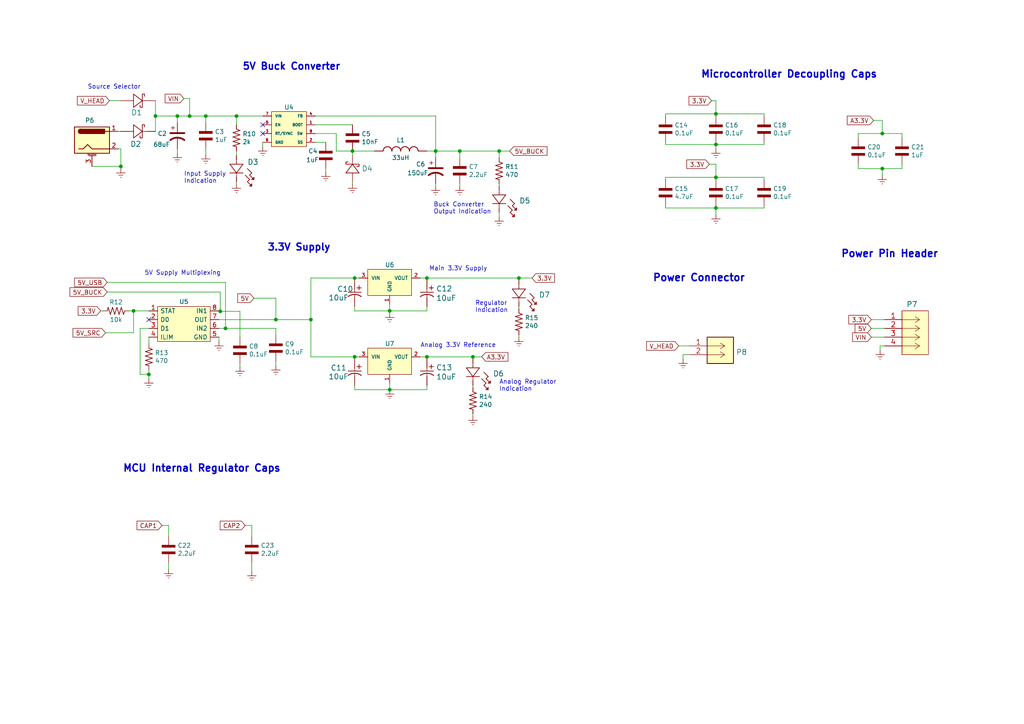
<source format=kicad_sch>
(kicad_sch
	(version 20231120)
	(generator "eeschema")
	(generator_version "8.0")
	(uuid "38ac810d-ce71-4dc8-b60d-bf6ea226519c")
	(paper "A4")
	(lib_symbols
		(symbol "Engine-Controller:647676-2"
			(pin_names
				(offset 0.254) hide)
			(exclude_from_sim no)
			(in_bom yes)
			(on_board yes)
			(property "Reference" "P"
				(at 6.35 5.08 0)
				(effects
					(font
						(size 1.524 1.524)
					)
				)
			)
			(property "Value" "647676-2"
				(at 8.89 -11.43 0)
				(effects
					(font
						(size 1.524 1.524)
					)
					(hide yes)
				)
			)
			(property "Footprint" "CONN_2043-1X04G00DAU_OUP"
				(at 8.89 -13.97 0)
				(effects
					(font
						(size 1.524 1.524)
					)
					(hide yes)
				)
			)
			(property "Datasheet" ""
				(at 0 0 0)
				(effects
					(font
						(size 1.524 1.524)
					)
					(hide yes)
				)
			)
			(property "Description" "Connector"
				(at 0 0 0)
				(effects
					(font
						(size 1.27 1.27)
					)
					(hide yes)
				)
			)
			(property "ki_fp_filters" "CONN_2043-1X04G00DAU_OUP CONN_2043-1X04G00DAU_OUP-M CONN_2043-1X04G00DAU_OUP-L"
				(at 0 0 0)
				(effects
					(font
						(size 1.27 1.27)
					)
					(hide yes)
				)
			)
			(symbol "647676-2_0_0"
				(rectangle
					(start 5.08 2.54)
					(end 12.7 -5.08)
					(stroke
						(width 0.254)
						(type default)
					)
					(fill
						(type background)
					)
				)
			)
			(symbol "647676-2_1_1"
				(polyline
					(pts
						(xy 5.08 -5.08) (xy 12.7 -5.08)
					)
					(stroke
						(width 0.127)
						(type default)
					)
					(fill
						(type none)
					)
				)
				(polyline
					(pts
						(xy 5.08 2.54) (xy 5.08 -5.08)
					)
					(stroke
						(width 0.127)
						(type default)
					)
					(fill
						(type none)
					)
				)
				(polyline
					(pts
						(xy 10.16 -2.54) (xy 5.08 -2.54)
					)
					(stroke
						(width 0.127)
						(type default)
					)
					(fill
						(type none)
					)
				)
				(polyline
					(pts
						(xy 10.16 -2.54) (xy 8.89 -3.3782)
					)
					(stroke
						(width 0.127)
						(type default)
					)
					(fill
						(type none)
					)
				)
				(polyline
					(pts
						(xy 10.16 -2.54) (xy 8.89 -1.7018)
					)
					(stroke
						(width 0.127)
						(type default)
					)
					(fill
						(type none)
					)
				)
				(polyline
					(pts
						(xy 10.16 0) (xy 5.08 0)
					)
					(stroke
						(width 0.127)
						(type default)
					)
					(fill
						(type none)
					)
				)
				(polyline
					(pts
						(xy 10.16 0) (xy 8.89 -0.8382)
					)
					(stroke
						(width 0.127)
						(type default)
					)
					(fill
						(type none)
					)
				)
				(polyline
					(pts
						(xy 10.16 0) (xy 8.89 0.8382)
					)
					(stroke
						(width 0.127)
						(type default)
					)
					(fill
						(type none)
					)
				)
				(polyline
					(pts
						(xy 12.7 -5.08) (xy 12.7 2.54)
					)
					(stroke
						(width 0.127)
						(type default)
					)
					(fill
						(type none)
					)
				)
				(polyline
					(pts
						(xy 12.7 2.54) (xy 5.08 2.54)
					)
					(stroke
						(width 0.127)
						(type default)
					)
					(fill
						(type none)
					)
				)
				(pin passive line
					(at 0 0 0)
					(length 5.08)
					(name "1"
						(effects
							(font
								(size 1.4986 1.4986)
							)
						)
					)
					(number "1"
						(effects
							(font
								(size 1.4986 1.4986)
							)
						)
					)
				)
				(pin passive line
					(at 0 -2.54 0)
					(length 5.08)
					(name "2"
						(effects
							(font
								(size 1.4986 1.4986)
							)
						)
					)
					(number "2"
						(effects
							(font
								(size 1.4986 1.4986)
							)
						)
					)
				)
			)
		)
		(symbol "Engine-Controller:CAP_0603"
			(pin_numbers hide)
			(pin_names
				(offset 1.016) hide)
			(exclude_from_sim no)
			(in_bom yes)
			(on_board yes)
			(property "Reference" "C"
				(at -1.27 3.81 0)
				(effects
					(font
						(size 1.27 1.27)
					)
					(justify left bottom)
				)
			)
			(property "Value" "Engine-Controller_CAP_0603"
				(at -3.81 -3.81 0)
				(effects
					(font
						(size 1.27 1.27)
					)
					(justify left bottom)
				)
			)
			(property "Footprint" ""
				(at -2.54 -10.16 0)
				(effects
					(font
						(size 1.27 1.27)
					)
					(justify left bottom)
					(hide yes)
				)
			)
			(property "Datasheet" ""
				(at -1.27 0 0)
				(effects
					(font
						(size 1.27 1.27)
					)
					(justify left bottom)
					(hide yes)
				)
			)
			(property "Description" ""
				(at 0 0 0)
				(effects
					(font
						(size 1.27 1.27)
					)
					(hide yes)
				)
			)
			(symbol "CAP_0603_0_0"
				(rectangle
					(start -1.27 -1.905)
					(end -0.635 1.905)
					(stroke
						(width 0)
						(type default)
					)
					(fill
						(type outline)
					)
				)
				(rectangle
					(start 0.635 -1.905)
					(end 1.27 1.905)
					(stroke
						(width 0)
						(type default)
					)
					(fill
						(type outline)
					)
				)
				(pin passive line
					(at 3.81 0 180)
					(length 2.54)
					(name "~"
						(effects
							(font
								(size 1.016 1.016)
							)
						)
					)
					(number "1"
						(effects
							(font
								(size 1.016 1.016)
							)
						)
					)
				)
				(pin passive line
					(at -3.81 0 0)
					(length 2.54)
					(name "~"
						(effects
							(font
								(size 1.016 1.016)
							)
						)
					)
					(number "2"
						(effects
							(font
								(size 1.016 1.016)
							)
						)
					)
				)
			)
		)
		(symbol "Engine-Controller:CAP_Polar"
			(pin_numbers hide)
			(pin_names
				(offset 0.254) hide)
			(exclude_from_sim no)
			(in_bom yes)
			(on_board yes)
			(property "Reference" "C"
				(at 0.635 2.54 0)
				(effects
					(font
						(size 1.27 1.27)
					)
					(justify left)
				)
			)
			(property "Value" "CAP_Polar"
				(at 0.635 -2.54 0)
				(effects
					(font
						(size 1.27 1.27)
					)
					(justify left)
				)
			)
			(property "Footprint" ""
				(at 0 0 0)
				(effects
					(font
						(size 1.27 1.27)
					)
					(hide yes)
				)
			)
			(property "Datasheet" "~"
				(at 0 0 0)
				(effects
					(font
						(size 1.27 1.27)
					)
					(hide yes)
				)
			)
			(property "Description" "Polarized capacitor, US symbol"
				(at 0 0 0)
				(effects
					(font
						(size 1.27 1.27)
					)
					(hide yes)
				)
			)
			(property "ki_keywords" "cap capacitor"
				(at 0 0 0)
				(effects
					(font
						(size 1.27 1.27)
					)
					(hide yes)
				)
			)
			(property "ki_fp_filters" "CP_*"
				(at 0 0 0)
				(effects
					(font
						(size 1.27 1.27)
					)
					(hide yes)
				)
			)
			(symbol "CAP_Polar_0_1"
				(polyline
					(pts
						(xy -2.032 0.762) (xy 2.032 0.762)
					)
					(stroke
						(width 0.508)
						(type default)
					)
					(fill
						(type none)
					)
				)
				(polyline
					(pts
						(xy -1.778 2.286) (xy -0.762 2.286)
					)
					(stroke
						(width 0)
						(type default)
					)
					(fill
						(type none)
					)
				)
				(polyline
					(pts
						(xy -1.27 1.778) (xy -1.27 2.794)
					)
					(stroke
						(width 0)
						(type default)
					)
					(fill
						(type none)
					)
				)
				(arc
					(start 2.032 -1.27)
					(mid 0 -0.5572)
					(end -2.032 -1.27)
					(stroke
						(width 0.508)
						(type default)
					)
					(fill
						(type none)
					)
				)
			)
			(symbol "CAP_Polar_1_1"
				(pin passive line
					(at 0 3.81 270)
					(length 2.794)
					(name "~"
						(effects
							(font
								(size 1.27 1.27)
							)
						)
					)
					(number "1"
						(effects
							(font
								(size 1.27 1.27)
							)
						)
					)
				)
				(pin passive line
					(at 0 -3.81 90)
					(length 3.302)
					(name "~"
						(effects
							(font
								(size 1.27 1.27)
							)
						)
					)
					(number "2"
						(effects
							(font
								(size 1.27 1.27)
							)
						)
					)
				)
			)
		)
		(symbol "Engine-Controller:CBC3225T220KR"
			(pin_numbers hide)
			(pin_names
				(offset 1.016) hide)
			(exclude_from_sim no)
			(in_bom yes)
			(on_board yes)
			(property "Reference" "L"
				(at -2.54 2.54 0)
				(effects
					(font
						(size 1.27 1.27)
					)
					(justify left bottom)
				)
			)
			(property "Value" "Engine-Controller_CBC3225T220KR"
				(at -7.62 -3.81 0)
				(effects
					(font
						(size 1.27 1.27)
					)
					(justify left bottom)
				)
			)
			(property "Footprint" ""
				(at -3.81 -5.08 0)
				(effects
					(font
						(size 1.27 1.27)
					)
					(justify left bottom)
					(hide yes)
				)
			)
			(property "Datasheet" ""
				(at 0 0 0)
				(effects
					(font
						(size 1.27 1.27)
					)
					(justify left bottom)
					(hide yes)
				)
			)
			(property "Description" ""
				(at 0 0 0)
				(effects
					(font
						(size 1.27 1.27)
					)
					(hide yes)
				)
			)
			(symbol "CBC3225T220KR_0_0"
				(arc
					(start -2.54 0)
					(mid -3.81 1.2645)
					(end -5.08 0)
					(stroke
						(width 0.254)
						(type default)
					)
					(fill
						(type none)
					)
				)
				(arc
					(start 0 0)
					(mid -1.27 1.2645)
					(end -2.54 0)
					(stroke
						(width 0.254)
						(type default)
					)
					(fill
						(type none)
					)
				)
				(arc
					(start 2.54 0)
					(mid 1.27 1.2645)
					(end 0 0)
					(stroke
						(width 0.254)
						(type default)
					)
					(fill
						(type none)
					)
				)
				(arc
					(start 5.08 0)
					(mid 3.81 1.2645)
					(end 2.54 0)
					(stroke
						(width 0.254)
						(type default)
					)
					(fill
						(type none)
					)
				)
				(pin passive line
					(at -7.62 0 0)
					(length 2.54)
					(name "~"
						(effects
							(font
								(size 1.016 1.016)
							)
						)
					)
					(number "1"
						(effects
							(font
								(size 1.016 1.016)
							)
						)
					)
				)
				(pin passive line
					(at 7.62 0 180)
					(length 2.54)
					(name "~"
						(effects
							(font
								(size 1.016 1.016)
							)
						)
					)
					(number "2"
						(effects
							(font
								(size 1.016 1.016)
							)
						)
					)
				)
			)
		)
		(symbol "Engine-Controller:CWR11HH106KB"
			(pin_numbers hide)
			(pin_names
				(offset 1.651) hide)
			(exclude_from_sim no)
			(in_bom yes)
			(on_board yes)
			(property "Reference" "C"
				(at 3.81 3.81 0)
				(effects
					(font
						(size 1.524 1.524)
					)
				)
			)
			(property "Value" "Engine-Controller_CWR11HH106KB"
				(at 3.81 -5.08 0)
				(effects
					(font
						(size 1.524 1.524)
					)
				)
			)
			(property "Footprint" "CWR11C_KEM"
				(at 3.81 -9.144 0)
				(effects
					(font
						(size 1.524 1.524)
					)
					(hide yes)
				)
			)
			(property "Datasheet" ""
				(at 0 0 0)
				(effects
					(font
						(size 1.524 1.524)
					)
				)
			)
			(property "Description" ""
				(at 0 0 0)
				(effects
					(font
						(size 1.27 1.27)
					)
					(hide yes)
				)
			)
			(property "ki_locked" ""
				(at 0 0 0)
				(effects
					(font
						(size 1.27 1.27)
					)
				)
			)
			(property "ki_fp_filters" "CWR11C_KEM CWR11C_KEM-M CWR11C_KEM-L"
				(at 0 0 0)
				(effects
					(font
						(size 1.27 1.27)
					)
					(hide yes)
				)
			)
			(symbol "CWR11HH106KB_1_1"
				(polyline
					(pts
						(xy 1.5748 1.27) (xy 2.8448 1.27)
					)
					(stroke
						(width 0.2032)
						(type default)
					)
					(fill
						(type none)
					)
				)
				(polyline
					(pts
						(xy 2.2098 0.635) (xy 2.2098 1.905)
					)
					(stroke
						(width 0.2032)
						(type default)
					)
					(fill
						(type none)
					)
				)
				(polyline
					(pts
						(xy 2.54 0) (xy 3.4798 0)
					)
					(stroke
						(width 0.1524)
						(type default)
					)
					(fill
						(type none)
					)
				)
				(polyline
					(pts
						(xy 3.4798 -1.905) (xy 3.4798 1.905)
					)
					(stroke
						(width 0.2032)
						(type default)
					)
					(fill
						(type none)
					)
				)
				(polyline
					(pts
						(xy 4.1148 0) (xy 5.08 0)
					)
					(stroke
						(width 0.1524)
						(type default)
					)
					(fill
						(type none)
					)
				)
				(arc
					(start 4.7498 1.905)
					(mid 4.1148 0)
					(end 4.7498 -1.905)
					(stroke
						(width 0.254)
						(type default)
					)
					(fill
						(type none)
					)
				)
				(pin passive line
					(at 0 0 0)
					(length 2.54)
					(name "1"
						(effects
							(font
								(size 1.4986 1.4986)
							)
						)
					)
					(number "1"
						(effects
							(font
								(size 1.4986 1.4986)
							)
						)
					)
				)
				(pin passive line
					(at 7.62 0 180)
					(length 2.54)
					(name "2"
						(effects
							(font
								(size 1.4986 1.4986)
							)
						)
					)
					(number "2"
						(effects
							(font
								(size 1.4986 1.4986)
							)
						)
					)
				)
			)
		)
		(symbol "Engine-Controller:EJ508A"
			(pin_names hide)
			(exclude_from_sim no)
			(in_bom yes)
			(on_board yes)
			(property "Reference" "P"
				(at 0 5.334 0)
				(effects
					(font
						(size 1.27 1.27)
					)
				)
			)
			(property "Value" "EJ508A"
				(at 1.27 -6.35 0)
				(effects
					(font
						(size 1.27 1.27)
					)
					(justify left)
					(hide yes)
				)
			)
			(property "Footprint" ""
				(at 1.27 -1.016 0)
				(effects
					(font
						(size 1.27 1.27)
					)
					(hide yes)
				)
			)
			(property "Datasheet" "~"
				(at 1.27 -1.016 0)
				(effects
					(font
						(size 1.27 1.27)
					)
					(hide yes)
				)
			)
			(property "Description" "DC Barrel Jack with a mounting pin"
				(at 0 0 0)
				(effects
					(font
						(size 1.27 1.27)
					)
					(hide yes)
				)
			)
			(property "ki_keywords" "DC power barrel jack connector"
				(at 0 0 0)
				(effects
					(font
						(size 1.27 1.27)
					)
					(hide yes)
				)
			)
			(property "ki_fp_filters" "BarrelJack*"
				(at 0 0 0)
				(effects
					(font
						(size 1.27 1.27)
					)
					(hide yes)
				)
			)
			(symbol "EJ508A_0_1"
				(rectangle
					(start -5.08 3.81)
					(end 5.08 -3.81)
					(stroke
						(width 0.254)
						(type default)
					)
					(fill
						(type background)
					)
				)
				(arc
					(start -3.302 3.175)
					(mid -3.9343 2.54)
					(end -3.302 1.905)
					(stroke
						(width 0.254)
						(type default)
					)
					(fill
						(type none)
					)
				)
				(arc
					(start -3.302 3.175)
					(mid -3.9343 2.54)
					(end -3.302 1.905)
					(stroke
						(width 0.254)
						(type default)
					)
					(fill
						(type outline)
					)
				)
				(polyline
					(pts
						(xy 5.08 2.54) (xy 3.81 2.54)
					)
					(stroke
						(width 0.254)
						(type default)
					)
					(fill
						(type none)
					)
				)
				(polyline
					(pts
						(xy -3.81 -2.54) (xy -2.54 -2.54) (xy -1.27 -1.27) (xy 0 -2.54) (xy 2.54 -2.54) (xy 5.08 -2.54)
					)
					(stroke
						(width 0.254)
						(type default)
					)
					(fill
						(type none)
					)
				)
				(rectangle
					(start 3.683 3.175)
					(end -3.302 1.905)
					(stroke
						(width 0.254)
						(type default)
					)
					(fill
						(type outline)
					)
				)
			)
			(symbol "EJ508A_1_1"
				(polyline
					(pts
						(xy -1.016 -4.572) (xy 1.016 -4.572)
					)
					(stroke
						(width 0.1524)
						(type default)
					)
					(fill
						(type none)
					)
				)
				(text "Mounting"
					(at 0 -4.191 0)
					(effects
						(font
							(size 0.381 0.381)
						)
					)
				)
				(pin passive line
					(at 7.62 2.54 180)
					(length 2.54)
					(name "~"
						(effects
							(font
								(size 1.27 1.27)
							)
						)
					)
					(number "1"
						(effects
							(font
								(size 1.27 1.27)
							)
						)
					)
				)
				(pin passive line
					(at 7.62 -2.54 180)
					(length 2.54)
					(name "~"
						(effects
							(font
								(size 1.27 1.27)
							)
						)
					)
					(number "2"
						(effects
							(font
								(size 1.27 1.27)
							)
						)
					)
				)
				(pin passive line
					(at 0 -7.62 90)
					(length 3.048)
					(name "MountPin"
						(effects
							(font
								(size 1.27 1.27)
							)
						)
					)
					(number "3"
						(effects
							(font
								(size 1.27 1.27)
							)
						)
					)
				)
			)
		)
		(symbol "Engine-Controller:Earth"
			(power)
			(pin_names
				(offset 0)
			)
			(exclude_from_sim no)
			(in_bom yes)
			(on_board yes)
			(property "Reference" "#PWR"
				(at 0 -6.35 0)
				(effects
					(font
						(size 1.27 1.27)
					)
					(hide yes)
				)
			)
			(property "Value" "Engine-Controller_Earth"
				(at 0 -3.81 0)
				(effects
					(font
						(size 1.27 1.27)
					)
					(hide yes)
				)
			)
			(property "Footprint" ""
				(at 0 0 0)
				(effects
					(font
						(size 1.27 1.27)
					)
					(hide yes)
				)
			)
			(property "Datasheet" ""
				(at 0 0 0)
				(effects
					(font
						(size 1.27 1.27)
					)
					(hide yes)
				)
			)
			(property "Description" ""
				(at 0 0 0)
				(effects
					(font
						(size 1.27 1.27)
					)
					(hide yes)
				)
			)
			(symbol "Earth_0_1"
				(polyline
					(pts
						(xy -0.635 -1.905) (xy 0.635 -1.905)
					)
					(stroke
						(width 0)
						(type default)
					)
					(fill
						(type none)
					)
				)
				(polyline
					(pts
						(xy -0.127 -2.54) (xy 0.127 -2.54)
					)
					(stroke
						(width 0)
						(type default)
					)
					(fill
						(type none)
					)
				)
				(polyline
					(pts
						(xy 0 -1.27) (xy 0 0)
					)
					(stroke
						(width 0)
						(type default)
					)
					(fill
						(type none)
					)
				)
				(polyline
					(pts
						(xy 1.27 -1.27) (xy -1.27 -1.27)
					)
					(stroke
						(width 0)
						(type default)
					)
					(fill
						(type none)
					)
				)
			)
			(symbol "Earth_1_1"
				(pin power_in line
					(at 0 0 270)
					(length 0) hide
					(name "Earth"
						(effects
							(font
								(size 1.27 1.27)
							)
						)
					)
					(number "1"
						(effects
							(font
								(size 1.27 1.27)
							)
						)
					)
				)
			)
		)
		(symbol "Engine-Controller:LM22672MRE-5.0_NOPB"
			(pin_names
				(offset 1.016)
			)
			(exclude_from_sim no)
			(in_bom yes)
			(on_board yes)
			(property "Reference" "U"
				(at -1.27 8.89 0)
				(effects
					(font
						(size 1.27 1.27)
					)
				)
			)
			(property "Value" "LM22672MRE-5.0_NOPB"
				(at 0 -11.43 0)
				(effects
					(font
						(size 1.27 1.27)
					)
				)
			)
			(property "Footprint" ""
				(at -1.27 0 0)
				(effects
					(font
						(size 1.27 1.27)
					)
					(hide yes)
				)
			)
			(property "Datasheet" ""
				(at -1.27 0 0)
				(effects
					(font
						(size 1.27 1.27)
					)
					(hide yes)
				)
			)
			(property "Description" ""
				(at 0 0 0)
				(effects
					(font
						(size 1.27 1.27)
					)
					(hide yes)
				)
			)
			(symbol "LM22672MRE-5.0_NOPB_0_1"
				(rectangle
					(start -5.08 6.35)
					(end 5.08 -3.81)
					(stroke
						(width 0)
						(type default)
					)
					(fill
						(type background)
					)
				)
			)
			(symbol "LM22672MRE-5.0_NOPB_1_1"
				(pin input line
					(at 7.62 2.54 180)
					(length 2.54)
					(name "BOOT"
						(effects
							(font
								(size 0.762 0.762)
							)
						)
					)
					(number "1"
						(effects
							(font
								(size 0.762 0.762)
							)
						)
					)
				)
				(pin input line
					(at 7.62 -2.54 180)
					(length 2.54)
					(name "SS"
						(effects
							(font
								(size 0.762 0.762)
							)
						)
					)
					(number "2"
						(effects
							(font
								(size 0.762 0.762)
							)
						)
					)
				)
				(pin passive line
					(at -7.62 0 0)
					(length 2.54)
					(name "RT/SYNC"
						(effects
							(font
								(size 0.762 0.762)
							)
						)
					)
					(number "3"
						(effects
							(font
								(size 0.762 0.762)
							)
						)
					)
				)
				(pin input line
					(at 7.62 5.08 180)
					(length 2.54)
					(name "FB"
						(effects
							(font
								(size 0.762 0.762)
							)
						)
					)
					(number "4"
						(effects
							(font
								(size 0.762 0.762)
							)
						)
					)
				)
				(pin input line
					(at -7.62 2.54 0)
					(length 2.54)
					(name "EN"
						(effects
							(font
								(size 0.762 0.762)
							)
						)
					)
					(number "5"
						(effects
							(font
								(size 0.762 0.762)
							)
						)
					)
				)
				(pin input line
					(at -7.62 -2.54 0)
					(length 2.54)
					(name "GND"
						(effects
							(font
								(size 0.762 0.762)
							)
						)
					)
					(number "6"
						(effects
							(font
								(size 0.762 0.762)
							)
						)
					)
				)
				(pin input line
					(at -7.62 5.08 0)
					(length 2.54)
					(name "VIN"
						(effects
							(font
								(size 0.762 0.762)
							)
						)
					)
					(number "7"
						(effects
							(font
								(size 0.762 0.762)
							)
						)
					)
				)
				(pin output line
					(at 7.62 0 180)
					(length 2.54)
					(name "SW"
						(effects
							(font
								(size 0.762 0.762)
							)
						)
					)
					(number "8"
						(effects
							(font
								(size 0.762 0.762)
							)
						)
					)
				)
			)
		)
		(symbol "Engine-Controller:LMS8117AMP-3.3_NOPB"
			(pin_names
				(offset 1.016)
			)
			(exclude_from_sim no)
			(in_bom yes)
			(on_board yes)
			(property "Reference" "U"
				(at -1.27 5.08 0)
				(effects
					(font
						(size 1.27 1.27)
					)
				)
			)
			(property "Value" "LMS8117AMP-3.3_NOPB"
				(at 0 -11.43 0)
				(effects
					(font
						(size 1.27 1.27)
					)
				)
			)
			(property "Footprint" ""
				(at 0 0 0)
				(effects
					(font
						(size 1.27 1.27)
					)
					(hide yes)
				)
			)
			(property "Datasheet" ""
				(at 0 0 0)
				(effects
					(font
						(size 1.27 1.27)
					)
					(hide yes)
				)
			)
			(property "Description" ""
				(at 0 0 0)
				(effects
					(font
						(size 1.27 1.27)
					)
					(hide yes)
				)
			)
			(symbol "LMS8117AMP-3.3_NOPB_0_1"
				(rectangle
					(start -6.35 3.81)
					(end 6.35 -3.81)
					(stroke
						(width 0)
						(type default)
					)
					(fill
						(type background)
					)
				)
			)
			(symbol "LMS8117AMP-3.3_NOPB_1_1"
				(pin input line
					(at 0 -6.35 90)
					(length 2.54)
					(name "GND"
						(effects
							(font
								(size 1.016 1.016)
							)
						)
					)
					(number "1"
						(effects
							(font
								(size 1.016 1.016)
							)
						)
					)
				)
				(pin power_out line
					(at 8.89 1.27 180)
					(length 2.54)
					(name "VOUT"
						(effects
							(font
								(size 1.016 1.016)
							)
						)
					)
					(number "2"
						(effects
							(font
								(size 1.016 1.016)
							)
						)
					)
				)
				(pin input line
					(at -8.89 1.27 0)
					(length 2.54)
					(name "VIN"
						(effects
							(font
								(size 1.016 1.016)
							)
						)
					)
					(number "3"
						(effects
							(font
								(size 1.016 1.016)
							)
						)
					)
				)
			)
		)
		(symbol "Engine-Controller:PPTC041LFBN-RC"
			(pin_names
				(offset 0.254) hide)
			(exclude_from_sim no)
			(in_bom yes)
			(on_board yes)
			(property "Reference" "P"
				(at 7.62 5.08 0)
				(effects
					(font
						(size 1.524 1.524)
					)
				)
			)
			(property "Value" "PPTC041LFBN-RC"
				(at 8.89 -11.43 0)
				(effects
					(font
						(size 1.524 1.524)
					)
					(hide yes)
				)
			)
			(property "Footprint" "CONN_4840.2201_SCH"
				(at 10.16 -15.24 0)
				(effects
					(font
						(size 1.524 1.524)
					)
					(hide yes)
				)
			)
			(property "Datasheet" ""
				(at 0 0 0)
				(effects
					(font
						(size 1.524 1.524)
					)
				)
			)
			(property "Description" ""
				(at 0 0 0)
				(effects
					(font
						(size 1.27 1.27)
					)
					(hide yes)
				)
			)
			(property "ki_fp_filters" "CONN_4840.2201_SCH"
				(at 0 0 0)
				(effects
					(font
						(size 1.27 1.27)
					)
					(hide yes)
				)
			)
			(symbol "PPTC041LFBN-RC_1_1"
				(polyline
					(pts
						(xy 5.08 -10.16) (xy 12.7 -10.16)
					)
					(stroke
						(width 0.127)
						(type default)
					)
					(fill
						(type none)
					)
				)
				(polyline
					(pts
						(xy 5.08 2.54) (xy 5.08 -10.16)
					)
					(stroke
						(width 0.127)
						(type default)
					)
					(fill
						(type none)
					)
				)
				(polyline
					(pts
						(xy 10.16 -7.62) (xy 5.08 -7.62)
					)
					(stroke
						(width 0.127)
						(type default)
					)
					(fill
						(type none)
					)
				)
				(polyline
					(pts
						(xy 10.16 -7.62) (xy 8.89 -8.4582)
					)
					(stroke
						(width 0.127)
						(type default)
					)
					(fill
						(type none)
					)
				)
				(polyline
					(pts
						(xy 10.16 -7.62) (xy 8.89 -6.7818)
					)
					(stroke
						(width 0.127)
						(type default)
					)
					(fill
						(type none)
					)
				)
				(polyline
					(pts
						(xy 10.16 -5.08) (xy 5.08 -5.08)
					)
					(stroke
						(width 0.127)
						(type default)
					)
					(fill
						(type none)
					)
				)
				(polyline
					(pts
						(xy 10.16 -5.08) (xy 8.89 -5.9182)
					)
					(stroke
						(width 0.127)
						(type default)
					)
					(fill
						(type none)
					)
				)
				(polyline
					(pts
						(xy 10.16 -5.08) (xy 8.89 -4.2418)
					)
					(stroke
						(width 0.127)
						(type default)
					)
					(fill
						(type none)
					)
				)
				(polyline
					(pts
						(xy 10.16 -2.54) (xy 5.08 -2.54)
					)
					(stroke
						(width 0.127)
						(type default)
					)
					(fill
						(type none)
					)
				)
				(polyline
					(pts
						(xy 10.16 -2.54) (xy 8.89 -3.3782)
					)
					(stroke
						(width 0.127)
						(type default)
					)
					(fill
						(type none)
					)
				)
				(polyline
					(pts
						(xy 10.16 -2.54) (xy 8.89 -1.7018)
					)
					(stroke
						(width 0.127)
						(type default)
					)
					(fill
						(type none)
					)
				)
				(polyline
					(pts
						(xy 10.16 0) (xy 5.08 0)
					)
					(stroke
						(width 0.127)
						(type default)
					)
					(fill
						(type none)
					)
				)
				(polyline
					(pts
						(xy 10.16 0) (xy 8.89 -0.8382)
					)
					(stroke
						(width 0.127)
						(type default)
					)
					(fill
						(type none)
					)
				)
				(polyline
					(pts
						(xy 10.16 0) (xy 8.89 0.8382)
					)
					(stroke
						(width 0.127)
						(type default)
					)
					(fill
						(type none)
					)
				)
				(polyline
					(pts
						(xy 12.7 -10.16) (xy 12.7 2.54)
					)
					(stroke
						(width 0.127)
						(type default)
					)
					(fill
						(type none)
					)
				)
				(polyline
					(pts
						(xy 12.7 2.54) (xy 5.08 2.54)
					)
					(stroke
						(width 0.127)
						(type default)
					)
					(fill
						(type background)
					)
				)
				(rectangle
					(start 5.08 2.54)
					(end 12.7 -10.16)
					(stroke
						(width 0.127)
						(type default)
					)
					(fill
						(type background)
					)
				)
				(pin passive line
					(at 0 0 0)
					(length 5.08)
					(name "+12V"
						(effects
							(font
								(size 1.4986 1.4986)
							)
						)
					)
					(number "1"
						(effects
							(font
								(size 1.4986 1.4986)
							)
						)
					)
				)
				(pin passive line
					(at 0 -2.54 0)
					(length 5.08)
					(name "GND"
						(effects
							(font
								(size 1.4986 1.4986)
							)
						)
					)
					(number "2"
						(effects
							(font
								(size 1.4986 1.4986)
							)
						)
					)
				)
				(pin passive line
					(at 0 -5.08 0)
					(length 5.08)
					(name "3"
						(effects
							(font
								(size 1.4986 1.4986)
							)
						)
					)
					(number "3"
						(effects
							(font
								(size 1.4986 1.4986)
							)
						)
					)
				)
				(pin passive line
					(at 0 -7.62 0)
					(length 5.08)
					(name "4"
						(effects
							(font
								(size 1.4986 1.4986)
							)
						)
					)
					(number "4"
						(effects
							(font
								(size 1.4986 1.4986)
							)
						)
					)
				)
			)
		)
		(symbol "Engine-Controller:RB160VAM-60TR"
			(pin_numbers hide)
			(pin_names hide)
			(exclude_from_sim no)
			(in_bom yes)
			(on_board yes)
			(property "Reference" "D"
				(at 5.08 4.445 0)
				(effects
					(font
						(size 1.524 1.524)
					)
				)
			)
			(property "Value" "Engine-Controller_RB160VAM-60TR"
				(at 6.35 -5.08 0)
				(effects
					(font
						(size 1.524 1.524)
					)
					(hide yes)
				)
			)
			(property "Footprint" "SOD-123FL_MCC"
				(at 6.35 -7.62 0)
				(effects
					(font
						(size 1.524 1.524)
					)
					(hide yes)
				)
			)
			(property "Datasheet" ""
				(at 0 0 0)
				(effects
					(font
						(size 1.524 1.524)
					)
					(hide yes)
				)
			)
			(property "Description" ""
				(at 0 0 0)
				(effects
					(font
						(size 1.27 1.27)
					)
					(hide yes)
				)
			)
			(property "ki_fp_filters" "SOD-123FL_MCC SOD-123FL_MCC-M SOD-123FL_MCC-L"
				(at 0 0 0)
				(effects
					(font
						(size 1.27 1.27)
					)
					(hide yes)
				)
			)
			(symbol "RB160VAM-60TR_1_1"
				(polyline
					(pts
						(xy 3.81 -1.905) (xy 6.35 0)
					)
					(stroke
						(width 0.2032)
						(type default)
					)
					(fill
						(type none)
					)
				)
				(polyline
					(pts
						(xy 3.81 1.905) (xy 3.81 -1.905)
					)
					(stroke
						(width 0.2032)
						(type default)
					)
					(fill
						(type none)
					)
				)
				(polyline
					(pts
						(xy 5.715 -1.905) (xy 5.715 -1.27)
					)
					(stroke
						(width 0.2032)
						(type default)
					)
					(fill
						(type none)
					)
				)
				(polyline
					(pts
						(xy 6.35 -1.905) (xy 5.715 -1.905)
					)
					(stroke
						(width 0.2032)
						(type default)
					)
					(fill
						(type none)
					)
				)
				(polyline
					(pts
						(xy 6.35 -1.905) (xy 6.35 1.905)
					)
					(stroke
						(width 0.2032)
						(type default)
					)
					(fill
						(type none)
					)
				)
				(polyline
					(pts
						(xy 6.35 0) (xy 3.81 1.905)
					)
					(stroke
						(width 0.2032)
						(type default)
					)
					(fill
						(type none)
					)
				)
				(polyline
					(pts
						(xy 6.35 1.905) (xy 6.985 1.905)
					)
					(stroke
						(width 0.2032)
						(type default)
					)
					(fill
						(type none)
					)
				)
				(polyline
					(pts
						(xy 6.985 1.905) (xy 6.985 1.27)
					)
					(stroke
						(width 0.2032)
						(type default)
					)
					(fill
						(type none)
					)
				)
				(pin passive line
					(at 8.89 0 180)
					(length 2.54)
					(name "~"
						(effects
							(font
								(size 1.4986 1.4986)
							)
						)
					)
					(number "1"
						(effects
							(font
								(size 1.4986 1.4986)
							)
						)
					)
				)
				(pin passive line
					(at 1.27 0 0)
					(length 2.54)
					(name "~"
						(effects
							(font
								(size 1.4986 1.4986)
							)
						)
					)
					(number "2"
						(effects
							(font
								(size 1.4986 1.4986)
							)
						)
					)
				)
			)
		)
		(symbol "Engine-Controller:RES_0603"
			(pin_numbers hide)
			(pin_names
				(offset 1.016) hide)
			(exclude_from_sim no)
			(in_bom yes)
			(on_board yes)
			(property "Reference" "R"
				(at -1.27 1.27 0)
				(effects
					(font
						(size 1.27 1.27)
					)
					(justify left bottom)
				)
			)
			(property "Value" "Engine-Controller_RES_0603"
				(at -3.81 -2.54 0)
				(effects
					(font
						(size 1.27 1.27)
					)
					(justify left bottom)
				)
			)
			(property "Footprint" ""
				(at 1.27 -12.7 0)
				(effects
					(font
						(size 1.27 1.27)
					)
					(justify left bottom)
					(hide yes)
				)
			)
			(property "Datasheet" ""
				(at 0 0 0)
				(effects
					(font
						(size 1.27 1.27)
					)
					(justify left bottom)
					(hide yes)
				)
			)
			(property "Description" ""
				(at 0 0 0)
				(effects
					(font
						(size 1.27 1.27)
					)
					(hide yes)
				)
			)
			(symbol "RES_0603_0_0"
				(polyline
					(pts
						(xy -2.54 0) (xy -2.159 1.016)
					)
					(stroke
						(width 0.2032)
						(type default)
					)
					(fill
						(type none)
					)
				)
				(polyline
					(pts
						(xy -2.159 1.016) (xy -1.524 -1.016)
					)
					(stroke
						(width 0.2032)
						(type default)
					)
					(fill
						(type none)
					)
				)
				(polyline
					(pts
						(xy -1.524 -1.016) (xy -0.889 1.016)
					)
					(stroke
						(width 0.2032)
						(type default)
					)
					(fill
						(type none)
					)
				)
				(polyline
					(pts
						(xy -0.889 1.016) (xy -0.254 -1.016)
					)
					(stroke
						(width 0.2032)
						(type default)
					)
					(fill
						(type none)
					)
				)
				(polyline
					(pts
						(xy -0.254 -1.016) (xy 0.381 1.016)
					)
					(stroke
						(width 0.2032)
						(type default)
					)
					(fill
						(type none)
					)
				)
				(polyline
					(pts
						(xy 0.381 1.016) (xy 1.016 -1.016)
					)
					(stroke
						(width 0.2032)
						(type default)
					)
					(fill
						(type none)
					)
				)
				(polyline
					(pts
						(xy 1.016 -1.016) (xy 1.651 1.016)
					)
					(stroke
						(width 0.2032)
						(type default)
					)
					(fill
						(type none)
					)
				)
				(polyline
					(pts
						(xy 1.651 1.016) (xy 2.286 -1.016)
					)
					(stroke
						(width 0.2032)
						(type default)
					)
					(fill
						(type none)
					)
				)
				(polyline
					(pts
						(xy 2.286 -1.016) (xy 2.54 0)
					)
					(stroke
						(width 0.2032)
						(type default)
					)
					(fill
						(type none)
					)
				)
				(pin passive line
					(at -3.81 0 0)
					(length 1.27)
					(name "~"
						(effects
							(font
								(size 1.016 1.016)
							)
						)
					)
					(number "1"
						(effects
							(font
								(size 1.016 1.016)
							)
						)
					)
				)
				(pin passive line
					(at 3.81 0 180)
					(length 1.27)
					(name "~"
						(effects
							(font
								(size 1.016 1.016)
							)
						)
					)
					(number "2"
						(effects
							(font
								(size 1.016 1.016)
							)
						)
					)
				)
			)
		)
		(symbol "Engine-Controller:SM5819PL-TP"
			(pin_numbers hide)
			(pin_names hide)
			(exclude_from_sim no)
			(in_bom yes)
			(on_board yes)
			(property "Reference" "D"
				(at 5.08 4.445 0)
				(effects
					(font
						(size 1.524 1.524)
					)
				)
			)
			(property "Value" "Engine-Controller_SM5819PL-TP"
				(at 6.35 -5.08 0)
				(effects
					(font
						(size 1.524 1.524)
					)
					(hide yes)
				)
			)
			(property "Footprint" "SOD-123FL_MCC"
				(at 6.35 -7.62 0)
				(effects
					(font
						(size 1.524 1.524)
					)
					(hide yes)
				)
			)
			(property "Datasheet" ""
				(at 0 0 0)
				(effects
					(font
						(size 1.524 1.524)
					)
					(hide yes)
				)
			)
			(property "Description" ""
				(at 0 0 0)
				(effects
					(font
						(size 1.27 1.27)
					)
					(hide yes)
				)
			)
			(property "ki_fp_filters" "SOD-123FL_MCC SOD-123FL_MCC-M SOD-123FL_MCC-L"
				(at 0 0 0)
				(effects
					(font
						(size 1.27 1.27)
					)
					(hide yes)
				)
			)
			(symbol "SM5819PL-TP_1_1"
				(polyline
					(pts
						(xy 2.54 0) (xy 3.4798 0)
					)
					(stroke
						(width 0.1524)
						(type default)
					)
					(fill
						(type none)
					)
				)
				(polyline
					(pts
						(xy 3.175 0) (xy 3.81 0)
					)
					(stroke
						(width 0.1524)
						(type default)
					)
					(fill
						(type none)
					)
				)
				(polyline
					(pts
						(xy 3.81 -1.905) (xy 6.35 0)
					)
					(stroke
						(width 0.2032)
						(type default)
					)
					(fill
						(type none)
					)
				)
				(polyline
					(pts
						(xy 3.81 1.905) (xy 3.81 -1.905)
					)
					(stroke
						(width 0.2032)
						(type default)
					)
					(fill
						(type none)
					)
				)
				(polyline
					(pts
						(xy 5.715 -1.905) (xy 5.715 -1.27)
					)
					(stroke
						(width 0.2032)
						(type default)
					)
					(fill
						(type none)
					)
				)
				(polyline
					(pts
						(xy 6.35 -1.905) (xy 5.715 -1.905)
					)
					(stroke
						(width 0.2032)
						(type default)
					)
					(fill
						(type none)
					)
				)
				(polyline
					(pts
						(xy 6.35 -1.905) (xy 6.35 1.905)
					)
					(stroke
						(width 0.2032)
						(type default)
					)
					(fill
						(type none)
					)
				)
				(polyline
					(pts
						(xy 6.35 0) (xy 3.81 1.905)
					)
					(stroke
						(width 0.2032)
						(type default)
					)
					(fill
						(type none)
					)
				)
				(polyline
					(pts
						(xy 6.35 0) (xy 7.62 0)
					)
					(stroke
						(width 0.1524)
						(type default)
					)
					(fill
						(type none)
					)
				)
				(polyline
					(pts
						(xy 6.35 1.905) (xy 6.985 1.905)
					)
					(stroke
						(width 0.2032)
						(type default)
					)
					(fill
						(type none)
					)
				)
				(polyline
					(pts
						(xy 6.985 1.905) (xy 6.985 1.27)
					)
					(stroke
						(width 0.2032)
						(type default)
					)
					(fill
						(type none)
					)
				)
				(pin passive line
					(at 10.16 0 180)
					(length 2.54)
					(name "~"
						(effects
							(font
								(size 1.4986 1.4986)
							)
						)
					)
					(number "1"
						(effects
							(font
								(size 1.4986 1.4986)
							)
						)
					)
				)
				(pin passive line
					(at 0 0 0)
					(length 2.54)
					(name "~"
						(effects
							(font
								(size 1.4986 1.4986)
							)
						)
					)
					(number "2"
						(effects
							(font
								(size 1.4986 1.4986)
							)
						)
					)
				)
			)
		)
		(symbol "Engine-Controller:SML-LX1206GC-TR"
			(pin_numbers hide)
			(pin_names hide)
			(exclude_from_sim no)
			(in_bom yes)
			(on_board yes)
			(property "Reference" "D"
				(at 3.81 5.08 0)
				(effects
					(font
						(size 1.524 1.524)
					)
				)
			)
			(property "Value" "Engine-Controller_SML-LX1206GC-TR"
				(at 11.43 -10.16 0)
				(effects
					(font
						(size 1.524 1.524)
					)
				)
			)
			(property "Footprint" ""
				(at 5.08 -9.144 0)
				(effects
					(font
						(size 1.524 1.524)
					)
					(hide yes)
				)
			)
			(property "Datasheet" ""
				(at 0 6.35 90)
				(effects
					(font
						(size 1.524 1.524)
					)
				)
			)
			(property "Description" ""
				(at 0 0 0)
				(effects
					(font
						(size 1.27 1.27)
					)
					(hide yes)
				)
			)
			(property "ki_fp_filters" "LED_LTST-C150GKT_LTO LED_LTST-C150GKT_LTO-M LED_LTST-C150GKT_LTO-L"
				(at 0 0 0)
				(effects
					(font
						(size 1.27 1.27)
					)
					(hide yes)
				)
			)
			(symbol "SML-LX1206GC-TR_1_1"
				(polyline
					(pts
						(xy -1.905 0) (xy 1.905 0)
					)
					(stroke
						(width 0.2032)
						(type default)
					)
					(fill
						(type none)
					)
				)
				(polyline
					(pts
						(xy -1.905 2.54) (xy 0 0)
					)
					(stroke
						(width 0.2032)
						(type default)
					)
					(fill
						(type none)
					)
				)
				(polyline
					(pts
						(xy 0 0) (xy 0 -1.27)
					)
					(stroke
						(width 0.1524)
						(type default)
					)
					(fill
						(type none)
					)
				)
				(polyline
					(pts
						(xy 0 0) (xy 1.905 2.54)
					)
					(stroke
						(width 0.2032)
						(type default)
					)
					(fill
						(type none)
					)
				)
				(polyline
					(pts
						(xy 0 3.175) (xy 0 2.54)
					)
					(stroke
						(width 0.1524)
						(type default)
					)
					(fill
						(type none)
					)
				)
				(polyline
					(pts
						(xy 0 3.81) (xy 0 2.8702)
					)
					(stroke
						(width 0.1524)
						(type default)
					)
					(fill
						(type none)
					)
				)
				(polyline
					(pts
						(xy 1.905 2.54) (xy -1.905 2.54)
					)
					(stroke
						(width 0.2032)
						(type default)
					)
					(fill
						(type none)
					)
				)
				(polyline
					(pts
						(xy 2.54 -0.635) (xy 3.81 -1.905)
					)
					(stroke
						(width 0.2032)
						(type default)
					)
					(fill
						(type none)
					)
				)
				(polyline
					(pts
						(xy 3.175 -2.54) (xy 4.445 -3.81)
					)
					(stroke
						(width 0.2032)
						(type default)
					)
					(fill
						(type none)
					)
				)
				(polyline
					(pts
						(xy 3.175 1.27) (xy 4.445 0)
					)
					(stroke
						(width 0.2032)
						(type default)
					)
					(fill
						(type none)
					)
				)
				(polyline
					(pts
						(xy 3.81 -3.81) (xy 4.445 -3.81)
					)
					(stroke
						(width 0.2032)
						(type default)
					)
					(fill
						(type none)
					)
				)
				(polyline
					(pts
						(xy 3.81 -1.905) (xy 3.175 -2.54)
					)
					(stroke
						(width 0.2032)
						(type default)
					)
					(fill
						(type none)
					)
				)
				(polyline
					(pts
						(xy 3.81 -0.635) (xy 5.08 -1.905)
					)
					(stroke
						(width 0.2032)
						(type default)
					)
					(fill
						(type none)
					)
				)
				(polyline
					(pts
						(xy 4.445 -3.81) (xy 4.445 -3.175)
					)
					(stroke
						(width 0.2032)
						(type default)
					)
					(fill
						(type none)
					)
				)
				(polyline
					(pts
						(xy 4.445 -3.175) (xy 3.81 -3.81)
					)
					(stroke
						(width 0.2032)
						(type default)
					)
					(fill
						(type none)
					)
				)
				(polyline
					(pts
						(xy 4.445 -1.905) (xy 5.08 -1.905)
					)
					(stroke
						(width 0.2032)
						(type default)
					)
					(fill
						(type none)
					)
				)
				(polyline
					(pts
						(xy 4.445 0) (xy 3.81 -0.635)
					)
					(stroke
						(width 0.2032)
						(type default)
					)
					(fill
						(type none)
					)
				)
				(polyline
					(pts
						(xy 5.08 -1.905) (xy 5.08 -1.27)
					)
					(stroke
						(width 0.2032)
						(type default)
					)
					(fill
						(type none)
					)
				)
				(polyline
					(pts
						(xy 5.08 -1.27) (xy 4.445 -1.905)
					)
					(stroke
						(width 0.2032)
						(type default)
					)
					(fill
						(type none)
					)
				)
				(pin passive line
					(at 0 -2.54 90)
					(length 1.27)
					(name "1"
						(effects
							(font
								(size 1.4986 1.4986)
							)
						)
					)
					(number "1"
						(effects
							(font
								(size 1.4986 1.4986)
							)
						)
					)
				)
				(pin passive line
					(at 0 5.08 270)
					(length 1.27)
					(name "2"
						(effects
							(font
								(size 1.4986 1.4986)
							)
						)
					)
					(number "2"
						(effects
							(font
								(size 1.4986 1.4986)
							)
						)
					)
				)
			)
		)
		(symbol "Engine-Controller:TPS2115APWR"
			(pin_names
				(offset 0.762)
			)
			(exclude_from_sim no)
			(in_bom yes)
			(on_board yes)
			(property "Reference" "U"
				(at -1.27 6.35 0)
				(effects
					(font
						(size 1.27 1.27)
					)
				)
			)
			(property "Value" "TPS2115APWR"
				(at 0 -6.35 0)
				(effects
					(font
						(size 1.27 1.27)
					)
					(hide yes)
				)
			)
			(property "Footprint" ""
				(at -3.81 1.27 0)
				(effects
					(font
						(size 1.27 1.27)
					)
					(hide yes)
				)
			)
			(property "Datasheet" ""
				(at -3.81 1.27 0)
				(effects
					(font
						(size 1.27 1.27)
					)
					(hide yes)
				)
			)
			(property "Description" ""
				(at 0 0 0)
				(effects
					(font
						(size 1.27 1.27)
					)
					(hide yes)
				)
			)
			(symbol "TPS2115APWR_0_1"
				(rectangle
					(start -7.62 5.08)
					(end 7.62 -5.08)
					(stroke
						(width 0)
						(type default)
					)
					(fill
						(type background)
					)
				)
			)
			(symbol "TPS2115APWR_1_1"
				(pin input line
					(at -10.16 3.81 0)
					(length 2.54)
					(name "STAT"
						(effects
							(font
								(size 1.27 1.27)
							)
						)
					)
					(number "1"
						(effects
							(font
								(size 1.27 1.27)
							)
						)
					)
				)
				(pin input line
					(at -10.16 1.27 0)
					(length 2.54)
					(name "D0"
						(effects
							(font
								(size 1.27 1.27)
							)
						)
					)
					(number "2"
						(effects
							(font
								(size 1.27 1.27)
							)
						)
					)
				)
				(pin input line
					(at -10.16 -1.27 0)
					(length 2.54)
					(name "D1"
						(effects
							(font
								(size 1.27 1.27)
							)
						)
					)
					(number "3"
						(effects
							(font
								(size 1.27 1.27)
							)
						)
					)
				)
				(pin input line
					(at -10.16 -3.81 0)
					(length 2.54)
					(name "ILIM"
						(effects
							(font
								(size 1.27 1.27)
							)
						)
					)
					(number "4"
						(effects
							(font
								(size 1.27 1.27)
							)
						)
					)
				)
				(pin passive line
					(at 10.16 -3.81 180)
					(length 2.54)
					(name "GND"
						(effects
							(font
								(size 1.27 1.27)
							)
						)
					)
					(number "5"
						(effects
							(font
								(size 1.27 1.27)
							)
						)
					)
				)
				(pin input line
					(at 10.16 -1.27 180)
					(length 2.54)
					(name "IN2"
						(effects
							(font
								(size 1.27 1.27)
							)
						)
					)
					(number "6"
						(effects
							(font
								(size 1.27 1.27)
							)
						)
					)
				)
				(pin power_out line
					(at 10.16 1.27 180)
					(length 2.54)
					(name "OUT"
						(effects
							(font
								(size 1.27 1.27)
							)
						)
					)
					(number "7"
						(effects
							(font
								(size 1.27 1.27)
							)
						)
					)
				)
				(pin input line
					(at 10.16 3.81 180)
					(length 2.54)
					(name "IN1"
						(effects
							(font
								(size 1.27 1.27)
							)
						)
					)
					(number "8"
						(effects
							(font
								(size 1.27 1.27)
							)
						)
					)
				)
			)
		)
		(symbol "Engine-Controller:UKL1C220KDDANATD"
			(pin_numbers hide)
			(pin_names
				(offset 0.254) hide)
			(exclude_from_sim no)
			(in_bom yes)
			(on_board yes)
			(property "Reference" "C"
				(at 0.635 2.54 0)
				(effects
					(font
						(size 1.27 1.27)
					)
					(justify left)
				)
			)
			(property "Value" "UKL1C220KDDANATD"
				(at 0.635 -2.54 0)
				(effects
					(font
						(size 1.27 1.27)
					)
					(justify left)
				)
			)
			(property "Footprint" ""
				(at 0 0 0)
				(effects
					(font
						(size 1.27 1.27)
					)
					(hide yes)
				)
			)
			(property "Datasheet" "~"
				(at 0 0 0)
				(effects
					(font
						(size 1.27 1.27)
					)
					(hide yes)
				)
			)
			(property "Description" "Polarized capacitor, US symbol"
				(at 0 0 0)
				(effects
					(font
						(size 1.27 1.27)
					)
					(hide yes)
				)
			)
			(property "ki_keywords" "cap capacitor"
				(at 0 0 0)
				(effects
					(font
						(size 1.27 1.27)
					)
					(hide yes)
				)
			)
			(property "ki_fp_filters" "CP_*"
				(at 0 0 0)
				(effects
					(font
						(size 1.27 1.27)
					)
					(hide yes)
				)
			)
			(symbol "UKL1C220KDDANATD_0_1"
				(polyline
					(pts
						(xy -2.032 0.762) (xy 2.032 0.762)
					)
					(stroke
						(width 0.508)
						(type default)
					)
					(fill
						(type none)
					)
				)
				(polyline
					(pts
						(xy -1.778 2.286) (xy -0.762 2.286)
					)
					(stroke
						(width 0)
						(type default)
					)
					(fill
						(type none)
					)
				)
				(polyline
					(pts
						(xy -1.27 1.778) (xy -1.27 2.794)
					)
					(stroke
						(width 0)
						(type default)
					)
					(fill
						(type none)
					)
				)
				(arc
					(start 2.032 -1.27)
					(mid 0 -0.5572)
					(end -2.032 -1.27)
					(stroke
						(width 0.508)
						(type default)
					)
					(fill
						(type none)
					)
				)
			)
			(symbol "UKL1C220KDDANATD_1_1"
				(pin passive line
					(at 0 3.81 270)
					(length 2.794)
					(name "~"
						(effects
							(font
								(size 1.27 1.27)
							)
						)
					)
					(number "1"
						(effects
							(font
								(size 1.27 1.27)
							)
						)
					)
				)
				(pin passive line
					(at 0 -3.81 90)
					(length 3.302)
					(name "~"
						(effects
							(font
								(size 1.27 1.27)
							)
						)
					)
					(number "2"
						(effects
							(font
								(size 1.27 1.27)
							)
						)
					)
				)
			)
		)
	)
	(junction
		(at 207.645 51.435)
		(diameter 0)
		(color 0 0 0 0)
		(uuid "073919a1-bccc-49a6-8a0b-4b759f20ed93")
	)
	(junction
		(at 38.735 90.17)
		(diameter 0)
		(color 0 0 0 0)
		(uuid "081730f1-63ce-4c4e-a882-932cc1fb474e")
	)
	(junction
		(at 90.17 92.71)
		(diameter 0)
		(color 0 0 0 0)
		(uuid "0af73797-94b3-4230-93fa-8e29f6cb5504")
	)
	(junction
		(at 133.35 43.815)
		(diameter 0)
		(color 0 0 0 0)
		(uuid "0e12168b-b3f6-4d4c-886b-49e12f5fa447")
	)
	(junction
		(at 102.87 80.645)
		(diameter 0)
		(color 0 0 0 0)
		(uuid "235d35ee-15c0-4c73-b445-9cb471c59017")
	)
	(junction
		(at 207.645 60.325)
		(diameter 0)
		(color 0 0 0 0)
		(uuid "24d38c04-2baa-4521-9b93-2216b005450b")
	)
	(junction
		(at 59.69 33.655)
		(diameter 0)
		(color 0 0 0 0)
		(uuid "2f77ff61-166f-4f3c-bc62-9e8c2b80f44d")
	)
	(junction
		(at 54.991 33.655)
		(diameter 0)
		(color 0 0 0 0)
		(uuid "479a2463-1256-480d-bf6d-3074c82bf1c5")
	)
	(junction
		(at 63.881 90.297)
		(diameter 0)
		(color 0 0 0 0)
		(uuid "4b798f2f-7961-4a40-8800-fb3543fb1f40")
	)
	(junction
		(at 207.645 41.91)
		(diameter 0)
		(color 0 0 0 0)
		(uuid "626d2d7e-3f36-4687-8cbe-9fd2f1d4e6bf")
	)
	(junction
		(at 123.825 80.645)
		(diameter 0)
		(color 0 0 0 0)
		(uuid "6603a79d-be76-4b61-8e13-40c82e40fc64")
	)
	(junction
		(at 68.58 33.655)
		(diameter 0)
		(color 0 0 0 0)
		(uuid "7620a783-20ea-4288-bf59-2c965a6cbd83")
	)
	(junction
		(at 123.825 103.505)
		(diameter 0)
		(color 0 0 0 0)
		(uuid "7b98e3f7-6b4b-4a29-a822-3f6f01286551")
	)
	(junction
		(at 51.435 33.655)
		(diameter 0)
		(color 0 0 0 0)
		(uuid "7ee84339-dbfc-4cf9-b0e7-a7c3fe5ea52c")
	)
	(junction
		(at 207.645 33.02)
		(diameter 0)
		(color 0 0 0 0)
		(uuid "8363f2eb-ae49-4fd4-a14e-235a398aeab9")
	)
	(junction
		(at 144.78 43.815)
		(diameter 0)
		(color 0 0 0 0)
		(uuid "927a0334-b178-4cce-b52c-ceb00d58bd4a")
	)
	(junction
		(at 255.905 38.735)
		(diameter 0)
		(color 0 0 0 0)
		(uuid "94c3d1d9-f634-4a38-aa7f-fece6d8d3209")
	)
	(junction
		(at 113.03 90.17)
		(diameter 0)
		(color 0 0 0 0)
		(uuid "982ffe5b-721f-415a-a5b6-8dde01a17e26")
	)
	(junction
		(at 102.235 43.815)
		(diameter 0)
		(color 0 0 0 0)
		(uuid "994ed2ef-fb65-452d-8edb-53afb69ede57")
	)
	(junction
		(at 43.18 108.585)
		(diameter 0)
		(color 0 0 0 0)
		(uuid "af8d5ecd-7203-4a9c-ae77-929079ebba6b")
	)
	(junction
		(at 150.495 80.645)
		(diameter 0)
		(color 0 0 0 0)
		(uuid "b9496fdb-a213-4f13-916c-a63d7fe0ad22")
	)
	(junction
		(at 45.085 33.655)
		(diameter 0)
		(color 0 0 0 0)
		(uuid "be34bb3a-e9f4-4d23-af3c-df197199a040")
	)
	(junction
		(at 126.365 43.815)
		(diameter 0)
		(color 0 0 0 0)
		(uuid "bf1333d2-12c1-4c84-a6cc-c5f6ca3d9018")
	)
	(junction
		(at 137.16 103.505)
		(diameter 0)
		(color 0 0 0 0)
		(uuid "c036955d-b66b-486d-887c-a736b0a2f16b")
	)
	(junction
		(at 80.01 92.71)
		(diameter 0)
		(color 0 0 0 0)
		(uuid "d1e036d8-e21e-40ac-8c02-265786129e78")
	)
	(junction
		(at 255.905 48.895)
		(diameter 0)
		(color 0 0 0 0)
		(uuid "d63414ae-4124-4f59-9486-4af924ddaa9a")
	)
	(junction
		(at 35.052 48.26)
		(diameter 0)
		(color 0 0 0 0)
		(uuid "d70bc336-b361-454a-a43a-96354da86b53")
	)
	(junction
		(at 102.87 103.505)
		(diameter 0)
		(color 0 0 0 0)
		(uuid "eccc1651-28fb-49c4-b202-a24201156348")
	)
	(junction
		(at 113.03 113.03)
		(diameter 0)
		(color 0 0 0 0)
		(uuid "f42280ff-8809-47d3-9c72-0f6bd54dff76")
	)
	(junction
		(at 65.405 95.25)
		(diameter 0)
		(color 0 0 0 0)
		(uuid "f5f680f2-6b2a-44ee-9bc6-c81767159a3b")
	)
	(no_connect
		(at 76.2 36.195)
		(uuid "90979497-670a-46e4-8e7d-c81bb44bc3d2")
	)
	(no_connect
		(at 43.18 92.71)
		(uuid "cc830441-4df0-49fb-8b37-707117d285cd")
	)
	(no_connect
		(at 76.2 38.735)
		(uuid "fe202115-ebd8-4b1b-9fa1-2284da646bda")
	)
	(wire
		(pts
			(xy 207.645 33.02) (xy 221.615 33.02)
		)
		(stroke
			(width 0)
			(type default)
		)
		(uuid "00f3f49f-0254-4340-a9dd-c6f25a33496c")
	)
	(wire
		(pts
			(xy 252.73 92.71) (xy 256.54 92.71)
		)
		(stroke
			(width 0)
			(type default)
		)
		(uuid "015beb2c-49b3-41f8-981e-41f4ad028ea3")
	)
	(wire
		(pts
			(xy 68.58 52.705) (xy 68.58 53.34)
		)
		(stroke
			(width 0)
			(type default)
		)
		(uuid "03fb13e8-342b-4c7a-a168-585ccdb87136")
	)
	(wire
		(pts
			(xy 68.58 33.655) (xy 76.2 33.655)
		)
		(stroke
			(width 0)
			(type default)
		)
		(uuid "04730a9d-7f54-42e4-87c4-e0ca4c170300")
	)
	(wire
		(pts
			(xy 91.44 36.195) (xy 102.235 36.195)
		)
		(stroke
			(width 0)
			(type default)
		)
		(uuid "05b10544-d6fd-4848-aabe-f2f0b21c0c3c")
	)
	(wire
		(pts
			(xy 144.78 53.34) (xy 144.78 53.975)
		)
		(stroke
			(width 0)
			(type default)
		)
		(uuid "0725cf03-7eee-424c-8124-7485d5b5b37e")
	)
	(wire
		(pts
			(xy 26.67 48.26) (xy 35.052 48.26)
		)
		(stroke
			(width 0)
			(type default)
		)
		(uuid "07312d31-0509-4327-bb6a-6cedba572d7c")
	)
	(wire
		(pts
			(xy 207.645 29.21) (xy 207.645 33.02)
		)
		(stroke
			(width 0)
			(type default)
		)
		(uuid "09875935-034a-40b8-85de-b926a1852d50")
	)
	(wire
		(pts
			(xy 94.488 48.895) (xy 94.488 49.911)
		)
		(stroke
			(width 0)
			(type default)
		)
		(uuid "0a5026aa-2cc2-44f1-9299-c1ca301392a6")
	)
	(wire
		(pts
			(xy 80.01 95.25) (xy 80.01 97.155)
		)
		(stroke
			(width 0)
			(type default)
		)
		(uuid "0ac84687-d8d6-4bde-9059-6b508a9e7017")
	)
	(wire
		(pts
			(xy 35.052 43.18) (xy 35.052 48.26)
		)
		(stroke
			(width 0)
			(type default)
		)
		(uuid "0bc9e994-38a8-464c-bd17-0ecab7da808d")
	)
	(wire
		(pts
			(xy 205.74 47.625) (xy 207.645 47.625)
		)
		(stroke
			(width 0)
			(type default)
		)
		(uuid "0cf5567a-8a60-4b45-9702-287624e7a2c3")
	)
	(wire
		(pts
			(xy 35.052 43.18) (xy 34.29 43.18)
		)
		(stroke
			(width 0)
			(type default)
		)
		(uuid "0d2c84e0-feb4-4ed0-8657-ec3b534c627d")
	)
	(wire
		(pts
			(xy 255.905 48.895) (xy 255.905 50.8)
		)
		(stroke
			(width 0)
			(type default)
		)
		(uuid "0e856972-f080-453c-ba7c-f5ef29898ab2")
	)
	(wire
		(pts
			(xy 102.87 111.76) (xy 102.87 113.03)
		)
		(stroke
			(width 0)
			(type default)
		)
		(uuid "0ebc914f-84ff-4da7-a676-a7b0f4e75998")
	)
	(wire
		(pts
			(xy 68.58 43.815) (xy 68.58 45.085)
		)
		(stroke
			(width 0)
			(type default)
		)
		(uuid "118198a9-c3a8-481c-96e3-42847787998f")
	)
	(wire
		(pts
			(xy 255.27 100.33) (xy 255.27 101.6)
		)
		(stroke
			(width 0)
			(type default)
		)
		(uuid "18ea1f7a-afa7-4b15-981e-0346f1c33fbf")
	)
	(wire
		(pts
			(xy 207.645 41.91) (xy 221.615 41.91)
		)
		(stroke
			(width 0)
			(type default)
		)
		(uuid "191b738e-0b06-4ab7-8e42-e9c96216794c")
	)
	(wire
		(pts
			(xy 123.825 90.17) (xy 123.825 88.9)
		)
		(stroke
			(width 0)
			(type default)
		)
		(uuid "198512d5-69db-4d69-9bf9-048be5a5714f")
	)
	(wire
		(pts
			(xy 80.01 86.487) (xy 80.01 92.71)
		)
		(stroke
			(width 0)
			(type default)
		)
		(uuid "1ad92bf5-92bf-48d6-9110-59dc583e314b")
	)
	(wire
		(pts
			(xy 252.73 95.25) (xy 256.54 95.25)
		)
		(stroke
			(width 0)
			(type default)
		)
		(uuid "1bb9e27a-9d7a-4805-aae2-e8a4e6607031")
	)
	(wire
		(pts
			(xy 123.825 103.505) (xy 123.825 104.14)
		)
		(stroke
			(width 0)
			(type default)
		)
		(uuid "1df6b04f-eadf-49c9-bcfd-41db540b9e17")
	)
	(wire
		(pts
			(xy 90.17 103.505) (xy 102.87 103.505)
		)
		(stroke
			(width 0)
			(type default)
		)
		(uuid "21d06121-2d06-48fa-a99a-aa67a01c84f1")
	)
	(wire
		(pts
			(xy 68.58 36.195) (xy 68.58 33.655)
		)
		(stroke
			(width 0)
			(type default)
		)
		(uuid "231fc401-fd1d-441d-9bf3-2bfa2cc5915b")
	)
	(wire
		(pts
			(xy 255.905 34.925) (xy 255.905 38.735)
		)
		(stroke
			(width 0)
			(type default)
		)
		(uuid "23ef47fa-4591-42da-b5c5-0ee6ea7ca4c1")
	)
	(wire
		(pts
			(xy 51.435 35.56) (xy 51.435 33.655)
		)
		(stroke
			(width 0)
			(type default)
		)
		(uuid "24c58709-e79c-4b70-8136-f423a0ec93fb")
	)
	(wire
		(pts
			(xy 80.01 104.775) (xy 80.01 106.045)
		)
		(stroke
			(width 0)
			(type default)
		)
		(uuid "2546c7dd-3dce-4ecd-bf5f-2cf5e7e831b3")
	)
	(wire
		(pts
			(xy 29.21 90.17) (xy 29.845 90.17)
		)
		(stroke
			(width 0)
			(type default)
		)
		(uuid "269d7427-74f6-46be-9b1e-8205aa8ee485")
	)
	(wire
		(pts
			(xy 193.04 60.325) (xy 207.645 60.325)
		)
		(stroke
			(width 0)
			(type default)
		)
		(uuid "28b252d7-556f-4fc6-ac4a-180c10d11b99")
	)
	(wire
		(pts
			(xy 256.54 100.33) (xy 255.27 100.33)
		)
		(stroke
			(width 0)
			(type default)
		)
		(uuid "29101aaf-c52d-48fd-9559-7c50e5f6f310")
	)
	(wire
		(pts
			(xy 133.35 53.34) (xy 133.35 53.975)
		)
		(stroke
			(width 0)
			(type default)
		)
		(uuid "297c4461-5c02-4da1-a6fd-7f357beb5958")
	)
	(wire
		(pts
			(xy 207.645 41.91) (xy 207.645 43.18)
		)
		(stroke
			(width 0)
			(type default)
		)
		(uuid "2c2eb036-ad85-4dac-821f-31859b072b63")
	)
	(wire
		(pts
			(xy 248.92 40.005) (xy 248.92 38.735)
		)
		(stroke
			(width 0)
			(type default)
		)
		(uuid "2d71f87d-3576-41ff-abd2-d49657ebc393")
	)
	(wire
		(pts
			(xy 31.115 81.915) (xy 65.405 81.915)
		)
		(stroke
			(width 0)
			(type default)
		)
		(uuid "2df49c78-375e-4ce6-817e-4638576485bc")
	)
	(wire
		(pts
			(xy 123.825 113.03) (xy 123.825 111.76)
		)
		(stroke
			(width 0)
			(type default)
		)
		(uuid "2ed95777-f75a-4aee-87e6-2ba4a6df2675")
	)
	(wire
		(pts
			(xy 196.85 100.33) (xy 200.025 100.33)
		)
		(stroke
			(width 0)
			(type default)
		)
		(uuid "2f51ac51-58a2-4974-a7c4-f2a6219d263e")
	)
	(wire
		(pts
			(xy 73.66 86.487) (xy 80.01 86.487)
		)
		(stroke
			(width 0)
			(type default)
		)
		(uuid "352da927-798f-4dc2-95ab-2aa261d0bf14")
	)
	(wire
		(pts
			(xy 48.895 163.195) (xy 48.895 165.1)
		)
		(stroke
			(width 0)
			(type default)
		)
		(uuid "373a2ec5-49be-40f4-83e6-42ffab87c01d")
	)
	(wire
		(pts
			(xy 51.435 33.655) (xy 54.991 33.655)
		)
		(stroke
			(width 0)
			(type default)
		)
		(uuid "37d204fb-a7fa-4df0-8a97-cb1e8e616d49")
	)
	(wire
		(pts
			(xy 37.465 90.17) (xy 38.735 90.17)
		)
		(stroke
			(width 0)
			(type default)
		)
		(uuid "37d41230-ac82-4f97-a307-3599abd9f674")
	)
	(wire
		(pts
			(xy 123.825 103.505) (xy 137.16 103.505)
		)
		(stroke
			(width 0)
			(type default)
		)
		(uuid "3a9804eb-3655-47de-8b23-4e1b054db2d1")
	)
	(wire
		(pts
			(xy 38.735 90.17) (xy 43.18 90.17)
		)
		(stroke
			(width 0)
			(type default)
		)
		(uuid "3eaa12e8-0167-47d5-a5e0-9a59a60941f6")
	)
	(wire
		(pts
			(xy 63.5 92.71) (xy 80.01 92.71)
		)
		(stroke
			(width 0)
			(type default)
		)
		(uuid "3ebcfb44-e75a-40c0-b512-39e4fe66374e")
	)
	(wire
		(pts
			(xy 133.35 45.72) (xy 133.35 43.815)
		)
		(stroke
			(width 0)
			(type default)
		)
		(uuid "40237247-f1b2-405c-b40b-42f2cc6b8fa9")
	)
	(wire
		(pts
			(xy 207.645 47.625) (xy 207.645 51.435)
		)
		(stroke
			(width 0)
			(type default)
		)
		(uuid "40f7b038-dce4-4795-aa19-b78949b3ac92")
	)
	(wire
		(pts
			(xy 137.16 111.76) (xy 137.16 112.395)
		)
		(stroke
			(width 0)
			(type default)
		)
		(uuid "4181c13e-f31d-449d-a49c-24e9a7cf625a")
	)
	(wire
		(pts
			(xy 193.04 41.91) (xy 207.645 41.91)
		)
		(stroke
			(width 0)
			(type default)
		)
		(uuid "42454172-1fb1-4df9-b474-33efcd04b0e1")
	)
	(wire
		(pts
			(xy 193.04 52.07) (xy 193.04 51.435)
		)
		(stroke
			(width 0)
			(type default)
		)
		(uuid "43975cf7-857d-406d-a343-ca2be6d583cc")
	)
	(wire
		(pts
			(xy 207.645 60.325) (xy 207.645 62.23)
		)
		(stroke
			(width 0)
			(type default)
		)
		(uuid "476a9397-c57c-48e4-81af-eb269e7ed158")
	)
	(wire
		(pts
			(xy 193.04 33.02) (xy 207.645 33.02)
		)
		(stroke
			(width 0)
			(type default)
		)
		(uuid "4b510afa-3c77-4967-b89c-fad2fbe6d4c8")
	)
	(wire
		(pts
			(xy 38.735 96.52) (xy 38.735 90.17)
		)
		(stroke
			(width 0)
			(type default)
		)
		(uuid "4c6aaca5-3260-4dad-a1fd-f6e41682c318")
	)
	(wire
		(pts
			(xy 34.29 38.1) (xy 34.925 38.1)
		)
		(stroke
			(width 0)
			(type default)
		)
		(uuid "4caed0a9-2c6b-4660-9c91-2179986826ae")
	)
	(wire
		(pts
			(xy 91.44 41.275) (xy 94.488 41.275)
		)
		(stroke
			(width 0)
			(type default)
		)
		(uuid "4d95908e-cc31-4664-8584-8007e6335300")
	)
	(wire
		(pts
			(xy 200.025 102.87) (xy 198.12 102.87)
		)
		(stroke
			(width 0)
			(type default)
		)
		(uuid "4dc59d0c-e8b8-4200-93c8-32228fe358c5")
	)
	(wire
		(pts
			(xy 65.405 95.25) (xy 80.01 95.25)
		)
		(stroke
			(width 0)
			(type default)
		)
		(uuid "4e48faa6-1f97-4038-b834-5c524ef22cdb")
	)
	(wire
		(pts
			(xy 113.03 88.265) (xy 113.03 90.17)
		)
		(stroke
			(width 0)
			(type default)
		)
		(uuid "4ece9e83-9b59-45c0-815c-0ad88f2335d9")
	)
	(wire
		(pts
			(xy 102.235 45.085) (xy 102.235 43.815)
		)
		(stroke
			(width 0)
			(type default)
		)
		(uuid "4f3d9768-f010-4adf-9088-701a1859f4e8")
	)
	(wire
		(pts
			(xy 126.365 33.655) (xy 126.365 43.815)
		)
		(stroke
			(width 0)
			(type default)
		)
		(uuid "54add3e3-8325-441b-b59c-6d2f5ceae4f2")
	)
	(wire
		(pts
			(xy 59.69 43.18) (xy 59.69 44.831)
		)
		(stroke
			(width 0)
			(type default)
		)
		(uuid "5744e9d7-0741-4c83-9579-6f6183941ae9")
	)
	(wire
		(pts
			(xy 30.607 96.52) (xy 38.735 96.52)
		)
		(stroke
			(width 0)
			(type default)
		)
		(uuid "59879267-2a3b-4695-bed2-a7edcd8f9c4b")
	)
	(wire
		(pts
			(xy 43.18 108.585) (xy 43.18 109.855)
		)
		(stroke
			(width 0)
			(type default)
		)
		(uuid "5aef4054-7976-4716-9ef7-ec9f6b6cf741")
	)
	(wire
		(pts
			(xy 207.645 51.435) (xy 221.615 51.435)
		)
		(stroke
			(width 0)
			(type default)
		)
		(uuid "5e5d1dd6-92a1-46cd-ad74-682525710193")
	)
	(wire
		(pts
			(xy 126.365 45.72) (xy 126.365 43.815)
		)
		(stroke
			(width 0)
			(type default)
		)
		(uuid "5ed22ddd-acbd-4819-9af6-bc0c10db81a1")
	)
	(wire
		(pts
			(xy 102.87 104.14) (xy 102.87 103.505)
		)
		(stroke
			(width 0)
			(type default)
		)
		(uuid "65e65852-fe8d-41a4-8cc1-6771661bb92e")
	)
	(wire
		(pts
			(xy 255.905 48.895) (xy 261.62 48.895)
		)
		(stroke
			(width 0)
			(type default)
		)
		(uuid "68341db9-6f3d-439d-af8b-4ba7880ab849")
	)
	(wire
		(pts
			(xy 43.18 107.315) (xy 43.18 108.585)
		)
		(stroke
			(width 0)
			(type default)
		)
		(uuid "692856ac-fa43-4862-beac-94eb74cdf2e1")
	)
	(wire
		(pts
			(xy 102.235 53.34) (xy 102.235 52.705)
		)
		(stroke
			(width 0)
			(type default)
		)
		(uuid "6a9a7d38-7244-4f21-9580-e872bf072f7a")
	)
	(wire
		(pts
			(xy 59.69 33.655) (xy 68.58 33.655)
		)
		(stroke
			(width 0)
			(type default)
		)
		(uuid "6df2d65a-8f09-4935-8d0e-058fc2b9097e")
	)
	(wire
		(pts
			(xy 207.645 60.325) (xy 207.645 59.69)
		)
		(stroke
			(width 0)
			(type default)
		)
		(uuid "727a1430-a054-4fbd-8c14-15343376275d")
	)
	(wire
		(pts
			(xy 102.87 80.645) (xy 104.14 80.645)
		)
		(stroke
			(width 0)
			(type default)
		)
		(uuid "755c02bc-25f6-46aa-9bc6-0fddfe0e65d1")
	)
	(wire
		(pts
			(xy 102.87 88.9) (xy 102.87 90.17)
		)
		(stroke
			(width 0)
			(type default)
		)
		(uuid "76c36b61-1709-4a79-83a4-1f768b7b862a")
	)
	(wire
		(pts
			(xy 123.825 43.815) (xy 126.365 43.815)
		)
		(stroke
			(width 0)
			(type default)
		)
		(uuid "7710f472-19bb-4749-b252-04029584c8ec")
	)
	(wire
		(pts
			(xy 261.62 48.895) (xy 261.62 47.625)
		)
		(stroke
			(width 0)
			(type default)
		)
		(uuid "78cfe103-1b98-4a8a-8296-231af1982fa4")
	)
	(wire
		(pts
			(xy 207.645 41.91) (xy 207.645 41.275)
		)
		(stroke
			(width 0)
			(type default)
		)
		(uuid "78effccd-ec9b-4c12-b4e5-fb419d5e23da")
	)
	(wire
		(pts
			(xy 261.62 38.735) (xy 261.62 40.005)
		)
		(stroke
			(width 0)
			(type default)
		)
		(uuid "7900be2c-fc06-47f8-9e2e-360791ed2ab9")
	)
	(wire
		(pts
			(xy 253.365 34.925) (xy 255.905 34.925)
		)
		(stroke
			(width 0)
			(type default)
		)
		(uuid "7accfbfb-b46c-4f42-b981-d0c17116d7cf")
	)
	(wire
		(pts
			(xy 73.025 163.195) (xy 73.025 165.735)
		)
		(stroke
			(width 0)
			(type default)
		)
		(uuid "7ba468d1-2bf4-49ce-92cd-eb99142eb5f0")
	)
	(wire
		(pts
			(xy 40.64 95.25) (xy 40.64 108.585)
		)
		(stroke
			(width 0)
			(type default)
		)
		(uuid "7bb03f11-1b53-4fc1-8fef-fc69b8535df3")
	)
	(wire
		(pts
			(xy 113.03 111.125) (xy 113.03 113.03)
		)
		(stroke
			(width 0)
			(type default)
		)
		(uuid "7e16be98-58b0-42f6-a914-73325c8e1d8a")
	)
	(wire
		(pts
			(xy 48.895 152.4) (xy 46.99 152.4)
		)
		(stroke
			(width 0)
			(type default)
		)
		(uuid "80052299-7a31-4938-9b86-9a6d6b1e5bb3")
	)
	(wire
		(pts
			(xy 154.305 80.645) (xy 150.495 80.645)
		)
		(stroke
			(width 0)
			(type default)
		)
		(uuid "818c5089-0319-4596-88a2-62e9e61f6c6a")
	)
	(wire
		(pts
			(xy 31.115 84.709) (xy 63.881 84.709)
		)
		(stroke
			(width 0)
			(type default)
		)
		(uuid "83e2ae4a-fd19-42fd-86be-3d2a858d6e7a")
	)
	(wire
		(pts
			(xy 65.405 95.25) (xy 63.5 95.25)
		)
		(stroke
			(width 0)
			(type default)
		)
		(uuid "83e41cde-ee7e-47d8-92e1-877b924fb1cb")
	)
	(wire
		(pts
			(xy 102.87 113.03) (xy 113.03 113.03)
		)
		(stroke
			(width 0)
			(type default)
		)
		(uuid "85baced4-4ce9-42b4-a7a6-b4f4f03367b5")
	)
	(wire
		(pts
			(xy 137.16 103.505) (xy 137.16 104.14)
		)
		(stroke
			(width 0)
			(type default)
		)
		(uuid "85c3dcc7-a323-4ac4-8f3f-0ff380b9cb92")
	)
	(wire
		(pts
			(xy 97.536 38.735) (xy 97.536 43.815)
		)
		(stroke
			(width 0)
			(type default)
		)
		(uuid "89e26a13-9e0d-4fc4-927b-9aa40d696a36")
	)
	(wire
		(pts
			(xy 69.596 105.41) (xy 69.596 106.426)
		)
		(stroke
			(width 0)
			(type default)
		)
		(uuid "8ab0d31e-0dc3-414d-b9fa-f15d016a5a1e")
	)
	(wire
		(pts
			(xy 45.085 38.1) (xy 45.085 33.655)
		)
		(stroke
			(width 0)
			(type default)
		)
		(uuid "8ab7bffd-cfe7-4def-9922-a90ab735ec97")
	)
	(wire
		(pts
			(xy 65.405 95.25) (xy 65.405 81.915)
		)
		(stroke
			(width 0)
			(type default)
		)
		(uuid "8b4439e8-ce0f-4199-9d7e-d1860ca35a05")
	)
	(wire
		(pts
			(xy 59.69 35.56) (xy 59.69 33.655)
		)
		(stroke
			(width 0)
			(type default)
		)
		(uuid "8c26a3bc-a27e-4864-a0da-de09925c29f8")
	)
	(wire
		(pts
			(xy 123.825 80.645) (xy 123.825 81.28)
		)
		(stroke
			(width 0)
			(type default)
		)
		(uuid "8ceb9afd-1758-4f2a-a1d4-acdd39e3a970")
	)
	(wire
		(pts
			(xy 102.87 81.28) (xy 102.87 80.645)
		)
		(stroke
			(width 0)
			(type default)
		)
		(uuid "8e029b55-f0c4-4191-9a94-30644bcfbac1")
	)
	(wire
		(pts
			(xy 54.991 33.655) (xy 59.69 33.655)
		)
		(stroke
			(width 0)
			(type default)
		)
		(uuid "8fc0577c-0443-4063-9962-83473b3ed065")
	)
	(wire
		(pts
			(xy 91.44 33.655) (xy 126.365 33.655)
		)
		(stroke
			(width 0)
			(type default)
		)
		(uuid "90913394-22a7-43cd-af2f-2af04bced286")
	)
	(wire
		(pts
			(xy 206.375 29.21) (xy 207.645 29.21)
		)
		(stroke
			(width 0)
			(type default)
		)
		(uuid "91a77fc7-277e-4b65-b5c9-e731e8013dd9")
	)
	(wire
		(pts
			(xy 51.435 43.18) (xy 51.435 44.45)
		)
		(stroke
			(width 0)
			(type default)
		)
		(uuid "91aebe0d-bb66-466f-b7aa-883b696e4827")
	)
	(wire
		(pts
			(xy 248.92 47.625) (xy 248.92 48.895)
		)
		(stroke
			(width 0)
			(type default)
		)
		(uuid "92114506-c23a-4773-9749-24494b4b6be0")
	)
	(wire
		(pts
			(xy 193.04 33.02) (xy 193.04 33.655)
		)
		(stroke
			(width 0)
			(type default)
		)
		(uuid "9503260a-9b73-4613-80e0-78e3f188e5a2")
	)
	(wire
		(pts
			(xy 207.645 51.435) (xy 207.645 52.07)
		)
		(stroke
			(width 0)
			(type default)
		)
		(uuid "9599370a-d14e-4dca-a978-55d676920c3f")
	)
	(wire
		(pts
			(xy 48.895 152.4) (xy 48.895 155.575)
		)
		(stroke
			(width 0)
			(type default)
		)
		(uuid "9e6bd58b-3df0-455e-8d20-2e4b83465813")
	)
	(wire
		(pts
			(xy 113.03 90.805) (xy 113.03 90.17)
		)
		(stroke
			(width 0)
			(type default)
		)
		(uuid "a14deb85-9068-48c9-acf8-f5a9643a53f5")
	)
	(wire
		(pts
			(xy 102.87 90.17) (xy 113.03 90.17)
		)
		(stroke
			(width 0)
			(type default)
		)
		(uuid "a15be00a-d350-4761-a650-35c0b8ab0b39")
	)
	(wire
		(pts
			(xy 123.825 80.645) (xy 150.495 80.645)
		)
		(stroke
			(width 0)
			(type default)
		)
		(uuid "a7ac5302-bbab-4f1e-aea9-6a527d11452f")
	)
	(wire
		(pts
			(xy 63.881 90.297) (xy 69.596 90.297)
		)
		(stroke
			(width 0)
			(type default)
		)
		(uuid "a84c5df2-148f-4a1f-8653-93ca05ecb0c4")
	)
	(wire
		(pts
			(xy 221.615 41.91) (xy 221.615 41.275)
		)
		(stroke
			(width 0)
			(type default)
		)
		(uuid "a90f7a6b-d319-46d0-ae72-ed78a347b990")
	)
	(wire
		(pts
			(xy 121.92 80.645) (xy 123.825 80.645)
		)
		(stroke
			(width 0)
			(type default)
		)
		(uuid "ae1b9d59-3853-4e7c-9613-592ccdff3648")
	)
	(wire
		(pts
			(xy 54.991 28.575) (xy 54.991 33.655)
		)
		(stroke
			(width 0)
			(type default)
		)
		(uuid "ae256490-f73f-42b6-9b79-dd7fb3b5edc5")
	)
	(wire
		(pts
			(xy 73.025 152.4) (xy 73.025 155.575)
		)
		(stroke
			(width 0)
			(type default)
		)
		(uuid "ae7495c8-bd4a-48b6-b573-711637d31a8c")
	)
	(wire
		(pts
			(xy 137.16 103.505) (xy 139.7 103.505)
		)
		(stroke
			(width 0)
			(type default)
		)
		(uuid "aef54285-be74-400e-a7f3-f88fc8ab07bd")
	)
	(wire
		(pts
			(xy 90.17 80.645) (xy 102.87 80.645)
		)
		(stroke
			(width 0)
			(type default)
		)
		(uuid "af7953ca-ff60-4b97-b4b1-e88f80d3d082")
	)
	(wire
		(pts
			(xy 193.04 59.69) (xy 193.04 60.325)
		)
		(stroke
			(width 0)
			(type default)
		)
		(uuid "af9d40ce-07ba-4b7d-a9af-1161793e2500")
	)
	(wire
		(pts
			(xy 193.04 51.435) (xy 207.645 51.435)
		)
		(stroke
			(width 0)
			(type default)
		)
		(uuid "b01fd35f-6ab0-4988-a84e-0efcf117dbd8")
	)
	(wire
		(pts
			(xy 113.03 113.03) (xy 123.825 113.03)
		)
		(stroke
			(width 0)
			(type default)
		)
		(uuid "b125baa5-7f70-4c3e-abbb-e97eb6e05450")
	)
	(wire
		(pts
			(xy 207.645 33.02) (xy 207.645 33.655)
		)
		(stroke
			(width 0)
			(type default)
		)
		(uuid "b2753a15-fc30-44a5-a1e2-fa32b38158e0")
	)
	(wire
		(pts
			(xy 35.052 48.26) (xy 35.052 48.895)
		)
		(stroke
			(width 0)
			(type default)
		)
		(uuid "b277d053-1a74-496e-b71e-7ffbcf635966")
	)
	(wire
		(pts
			(xy 45.085 33.655) (xy 51.435 33.655)
		)
		(stroke
			(width 0)
			(type default)
		)
		(uuid "b4fb070e-78b6-4f11-b781-a99ed9e4cad2")
	)
	(wire
		(pts
			(xy 53.34 28.575) (xy 54.991 28.575)
		)
		(stroke
			(width 0)
			(type default)
		)
		(uuid "b562fae7-11f5-4955-8ce1-ec8d82dc69a9")
	)
	(wire
		(pts
			(xy 126.365 43.815) (xy 133.35 43.815)
		)
		(stroke
			(width 0)
			(type default)
		)
		(uuid "b8663ad6-ecb4-4532-96f4-4653eb32cf84")
	)
	(wire
		(pts
			(xy 63.5 90.17) (xy 63.881 90.297)
		)
		(stroke
			(width 0)
			(type default)
		)
		(uuid "b8af78ea-413f-4d46-bde0-3cfecde6bb0f")
	)
	(wire
		(pts
			(xy 252.73 97.79) (xy 256.54 97.79)
		)
		(stroke
			(width 0)
			(type default)
		)
		(uuid "ba095095-b0af-4fc1-8bce-b42be3a63f59")
	)
	(wire
		(pts
			(xy 40.64 108.585) (xy 43.18 108.585)
		)
		(stroke
			(width 0)
			(type default)
		)
		(uuid "bb21b413-475e-4c9c-8ff5-6a4a6cb4d609")
	)
	(wire
		(pts
			(xy 80.01 92.71) (xy 90.17 92.71)
		)
		(stroke
			(width 0)
			(type default)
		)
		(uuid "bc25e052-346e-4be6-8ecf-ff92ca6546ea")
	)
	(wire
		(pts
			(xy 207.645 60.325) (xy 221.615 60.325)
		)
		(stroke
			(width 0)
			(type default)
		)
		(uuid "bfc02fa0-19f1-405c-8bb9-bbe1a3aa2f9f")
	)
	(wire
		(pts
			(xy 221.615 60.325) (xy 221.615 59.69)
		)
		(stroke
			(width 0)
			(type default)
		)
		(uuid "c016273a-7295-4970-9b9e-f94f0d4c3e8d")
	)
	(wire
		(pts
			(xy 198.12 102.87) (xy 198.12 104.14)
		)
		(stroke
			(width 0)
			(type default)
		)
		(uuid "c1f003b2-1c9b-4de4-bf20-fedc9551c235")
	)
	(wire
		(pts
			(xy 248.92 48.895) (xy 255.905 48.895)
		)
		(stroke
			(width 0)
			(type default)
		)
		(uuid "c3dbcd24-de32-436f-83f1-45367ddeb53e")
	)
	(wire
		(pts
			(xy 121.92 103.505) (xy 123.825 103.505)
		)
		(stroke
			(width 0)
			(type default)
		)
		(uuid "c411dd33-7a36-4c02-80f5-47bb43eefcde")
	)
	(wire
		(pts
			(xy 150.495 80.645) (xy 150.495 81.28)
		)
		(stroke
			(width 0)
			(type default)
		)
		(uuid "c4e793c8-b027-4bec-93a5-c703d110cddf")
	)
	(wire
		(pts
			(xy 76.2 41.275) (xy 76.2 42.545)
		)
		(stroke
			(width 0)
			(type default)
		)
		(uuid "c811c830-2e76-4c21-bcd2-6ca51d43ec1e")
	)
	(wire
		(pts
			(xy 113.03 90.17) (xy 123.825 90.17)
		)
		(stroke
			(width 0)
			(type default)
		)
		(uuid "c85f7a13-a15b-4739-98df-e83be1da5a44")
	)
	(wire
		(pts
			(xy 90.17 92.71) (xy 90.17 80.645)
		)
		(stroke
			(width 0)
			(type default)
		)
		(uuid "c944fdd3-5ff7-4a8c-8e67-f7429589ec1a")
	)
	(wire
		(pts
			(xy 43.18 97.79) (xy 43.18 99.695)
		)
		(stroke
			(width 0)
			(type default)
		)
		(uuid "ca031762-edb1-4caf-96f6-f4b5421313d1")
	)
	(wire
		(pts
			(xy 193.04 41.275) (xy 193.04 41.91)
		)
		(stroke
			(width 0)
			(type default)
		)
		(uuid "ca6b5d3e-7f18-4cfb-8253-30ab2c857e80")
	)
	(wire
		(pts
			(xy 102.87 103.505) (xy 104.14 103.505)
		)
		(stroke
			(width 0)
			(type default)
		)
		(uuid "cc71edb9-ede3-40fa-bb7a-407d2b2db02b")
	)
	(wire
		(pts
			(xy 63.881 84.709) (xy 63.881 90.297)
		)
		(stroke
			(width 0)
			(type default)
		)
		(uuid "cf32d43a-f8ea-4668-b77c-526f600a723c")
	)
	(wire
		(pts
			(xy 63.5 97.79) (xy 63.5 99.06)
		)
		(stroke
			(width 0)
			(type default)
		)
		(uuid "d606d8d4-761f-4879-ab72-d8e32e8a188f")
	)
	(wire
		(pts
			(xy 150.495 88.9) (xy 150.495 89.535)
		)
		(stroke
			(width 0)
			(type default)
		)
		(uuid "d6391b4f-a48e-4ff1-9a27-c1e16a69e434")
	)
	(wire
		(pts
			(xy 43.18 95.25) (xy 40.64 95.25)
		)
		(stroke
			(width 0)
			(type default)
		)
		(uuid "d6d1d49d-739b-4f43-a185-dfe487f5cb0b")
	)
	(wire
		(pts
			(xy 221.615 33.02) (xy 221.615 33.655)
		)
		(stroke
			(width 0)
			(type default)
		)
		(uuid "d725237b-92e1-4b55-93dd-80f7d8aa418e")
	)
	(wire
		(pts
			(xy 137.16 120.65) (xy 137.16 120.015)
		)
		(stroke
			(width 0)
			(type default)
		)
		(uuid "db4f9966-e1da-4fb1-a7e3-dd42e4eb0fe2")
	)
	(wire
		(pts
			(xy 144.78 61.595) (xy 144.78 62.865)
		)
		(stroke
			(width 0)
			(type default)
		)
		(uuid "de68f789-2c04-4dbd-a99a-fc2bb135cf0b")
	)
	(wire
		(pts
			(xy 126.365 53.34) (xy 126.365 53.975)
		)
		(stroke
			(width 0)
			(type default)
		)
		(uuid "de8333b5-1c9f-4d58-98d2-bd602e5ba8dd")
	)
	(wire
		(pts
			(xy 144.78 43.815) (xy 147.828 43.815)
		)
		(stroke
			(width 0)
			(type default)
		)
		(uuid "e3e6433b-1ac6-49ce-b67b-476bec695a33")
	)
	(wire
		(pts
			(xy 133.35 43.815) (xy 144.78 43.815)
		)
		(stroke
			(width 0)
			(type default)
		)
		(uuid "e44e75f8-d199-4924-a58f-327ca7b50408")
	)
	(wire
		(pts
			(xy 97.536 43.815) (xy 102.235 43.815)
		)
		(stroke
			(width 0)
			(type default)
		)
		(uuid "e6e6fbdf-e439-4190-9c7e-402df2e4128b")
	)
	(wire
		(pts
			(xy 144.78 45.72) (xy 144.78 43.815)
		)
		(stroke
			(width 0)
			(type default)
		)
		(uuid "e84c64a7-2d91-449c-b412-d87eba6726ff")
	)
	(wire
		(pts
			(xy 71.12 152.4) (xy 73.025 152.4)
		)
		(stroke
			(width 0)
			(type default)
		)
		(uuid "e8e022cc-bf15-4580-96e0-97e49def296e")
	)
	(wire
		(pts
			(xy 255.905 38.735) (xy 261.62 38.735)
		)
		(stroke
			(width 0)
			(type default)
		)
		(uuid "e9390f9e-e37e-42d1-8298-86e9524cbf2e")
	)
	(wire
		(pts
			(xy 221.615 51.435) (xy 221.615 52.07)
		)
		(stroke
			(width 0)
			(type default)
		)
		(uuid "e9715a97-54d8-4ba0-8d0f-2c285debb534")
	)
	(wire
		(pts
			(xy 31.75 29.21) (xy 34.925 29.21)
		)
		(stroke
			(width 0)
			(type default)
		)
		(uuid "eebb8ddf-899b-42c2-aa66-07270342a264")
	)
	(wire
		(pts
			(xy 45.085 29.21) (xy 45.085 33.655)
		)
		(stroke
			(width 0)
			(type default)
		)
		(uuid "f08126f2-efd1-4f0d-b922-f9e38ab1d8d8")
	)
	(wire
		(pts
			(xy 69.596 90.297) (xy 69.596 97.79)
		)
		(stroke
			(width 0)
			(type default)
		)
		(uuid "f47beb7a-028a-458c-8d2d-43a04222e969")
	)
	(wire
		(pts
			(xy 102.235 43.815) (xy 108.585 43.815)
		)
		(stroke
			(width 0)
			(type default)
		)
		(uuid "f4f80f06-922d-4f51-a069-b4d2c4a76683")
	)
	(wire
		(pts
			(xy 90.17 92.71) (xy 90.17 103.505)
		)
		(stroke
			(width 0)
			(type default)
		)
		(uuid "f71ec8b9-610d-403f-9ffe-846fb7bd88b0")
	)
	(wire
		(pts
			(xy 91.44 38.735) (xy 97.536 38.735)
		)
		(stroke
			(width 0)
			(type default)
		)
		(uuid "fa3f3eed-215d-4f07-9d06-5cef8f96a0e1")
	)
	(wire
		(pts
			(xy 248.92 38.735) (xy 255.905 38.735)
		)
		(stroke
			(width 0)
			(type default)
		)
		(uuid "fcc26e87-df18-443c-b0a1-8a327210cffc")
	)
	(wire
		(pts
			(xy 150.495 97.79) (xy 150.495 97.155)
		)
		(stroke
			(width 0)
			(type default)
		)
		(uuid "fe4383e7-8f6e-4c30-83bf-99e354131a37")
	)
	(text "Source Selector\n"
		(exclude_from_sim no)
		(at 25.4 26.035 0)
		(effects
			(font
				(size 1.27 1.27)
			)
			(justify left bottom)
		)
		(uuid "02916ea3-76f3-4daa-af4a-c6b9c33be63c")
	)
	(text "Analog Regulator\nIndication"
		(exclude_from_sim no)
		(at 144.78 113.665 0)
		(effects
			(font
				(size 1.27 1.27)
			)
			(justify left bottom)
		)
		(uuid "0f530ba7-6aba-47b1-b31d-04d7d99c5d10")
	)
	(text "Power Pin Header"
		(exclude_from_sim no)
		(at 243.84 74.93 0)
		(effects
			(font
				(size 2.06 2.06)
				(thickness 0.412)
				(bold yes)
			)
			(justify left bottom)
		)
		(uuid "2c662802-7c62-4cac-b10b-83041deec487")
	)
	(text "Input Supply \nIndication\n"
		(exclude_from_sim no)
		(at 53.34 53.34 0)
		(effects
			(font
				(size 1.27 1.27)
			)
			(justify left bottom)
		)
		(uuid "34a754a4-78ef-48cc-b6bb-7da9e204d1b8")
	)
	(text "Regulator\nIndication"
		(exclude_from_sim no)
		(at 137.795 90.805 0)
		(effects
			(font
				(size 1.27 1.27)
			)
			(justify left bottom)
		)
		(uuid "361214a0-786a-442b-930a-8c14fb0ab2e5")
	)
	(text "Power Connector"
		(exclude_from_sim no)
		(at 189.23 81.915 0)
		(effects
			(font
				(size 2.08 2.08)
				(thickness 0.416)
				(bold yes)
			)
			(justify left bottom)
		)
		(uuid "56874726-66d1-4cc0-8ec3-d46732179ade")
	)
	(text "Analog 3.3V Reference"
		(exclude_from_sim no)
		(at 121.92 100.965 0)
		(effects
			(font
				(size 1.27 1.27)
			)
			(justify left bottom)
		)
		(uuid "66f615cb-835d-44ba-a81b-2bebf8e1493a")
	)
	(text "MCU Internal Regulator Caps"
		(exclude_from_sim no)
		(at 35.56 137.16 0)
		(effects
			(font
				(size 2.06 2.06)
				(thickness 0.412)
				(bold yes)
			)
			(justify left bottom)
		)
		(uuid "6fff4222-0d67-4863-a451-e666e638e21c")
	)
	(text "3.3V Supply\n"
		(exclude_from_sim no)
		(at 77.47 73.025 0)
		(effects
			(font
				(size 2.0066 2.0066)
				(thickness 0.4013)
				(bold yes)
			)
			(justify left bottom)
		)
		(uuid "7a5dd515-c79b-4915-ab30-2a0844f722b5")
	)
	(text "Buck Converter\nOutput Indication"
		(exclude_from_sim no)
		(at 125.73 62.23 0)
		(effects
			(font
				(size 1.27 1.27)
			)
			(justify left bottom)
		)
		(uuid "7c69a9ac-03a9-4f96-a49a-c4187d025977")
	)
	(text "Main 3.3V Supply"
		(exclude_from_sim no)
		(at 124.46 78.74 0)
		(effects
			(font
				(size 1.27 1.27)
			)
			(justify left bottom)
		)
		(uuid "7d726a60-bb34-4c3b-8201-0e0cd451d51a")
	)
	(text "5V Supply Multiplexing"
		(exclude_from_sim no)
		(at 41.91 80.01 0)
		(effects
			(font
				(size 1.27 1.27)
			)
			(justify left bottom)
		)
		(uuid "a2551b77-591b-473e-a405-d51b09d1782b")
	)
	(text "5V Buck Converter"
		(exclude_from_sim no)
		(at 70.231 20.574 0)
		(effects
			(font
				(size 2.0066 2.0066)
				(thickness 0.4013)
				(bold yes)
			)
			(justify left bottom)
		)
		(uuid "aaa84934-dbb2-4143-b0ce-73b5144bc359")
	)
	(text "Microcontroller Decoupling Caps"
		(exclude_from_sim no)
		(at 203.2 22.86 0)
		(effects
			(font
				(size 2.06 2.06)
				(thickness 0.412)
				(bold yes)
			)
			(justify left bottom)
		)
		(uuid "c3605de2-c85d-4ad4-987f-26c29462531b")
	)
	(global_label "5V_BUCK"
		(shape input)
		(at 147.828 43.815 0)
		(fields_autoplaced yes)
		(effects
			(font
				(size 1.27 1.27)
			)
			(justify left)
		)
		(uuid "0747ec44-9aa2-4062-8f27-1ea5c7c6fc7e")
		(property "Intersheetrefs" "${INTERSHEET_REFS}"
			(at -88.392 -23.495 0)
			(effects
				(font
					(size 1.27 1.27)
				)
				(hide yes)
			)
		)
	)
	(global_label "VIN"
		(shape input)
		(at 252.73 97.79 180)
		(fields_autoplaced yes)
		(effects
			(font
				(size 1.27 1.27)
			)
			(justify right)
		)
		(uuid "0bb0e671-cfb8-4ed5-86bb-dd5c7db85a8b")
		(property "Intersheetrefs" "${INTERSHEET_REFS}"
			(at 205.74 204.47 0)
			(effects
				(font
					(size 1.27 1.27)
				)
				(hide yes)
			)
		)
	)
	(global_label "5V_USB"
		(shape input)
		(at 31.115 81.915 180)
		(fields_autoplaced yes)
		(effects
			(font
				(size 1.27 1.27)
			)
			(justify right)
		)
		(uuid "0e1a73e5-88e8-4985-9195-6bc718e0ffbc")
		(property "Intersheetrefs" "${INTERSHEET_REFS}"
			(at -42.545 -40.005 0)
			(effects
				(font
					(size 1.27 1.27)
				)
				(hide yes)
			)
		)
	)
	(global_label "3.3V"
		(shape input)
		(at 154.305 80.645 0)
		(fields_autoplaced yes)
		(effects
			(font
				(size 1.27 1.27)
			)
			(justify left)
		)
		(uuid "19c991bb-9042-4ff0-aa6a-8671a468ffd5")
		(property "Intersheetrefs" "${INTERSHEET_REFS}"
			(at -51.435 -52.705 0)
			(effects
				(font
					(size 1.27 1.27)
				)
				(hide yes)
			)
		)
	)
	(global_label "3.3V"
		(shape input)
		(at 206.375 29.21 180)
		(fields_autoplaced yes)
		(effects
			(font
				(size 1.27 1.27)
			)
			(justify right)
		)
		(uuid "247479d5-c953-4d8c-aab9-85beffb9a478")
		(property "Intersheetrefs" "${INTERSHEET_REFS}"
			(at 135.89 0.635 0)
			(effects
				(font
					(size 1.27 1.27)
				)
				(hide yes)
			)
		)
	)
	(global_label "5V"
		(shape input)
		(at 73.66 86.487 180)
		(fields_autoplaced yes)
		(effects
			(font
				(size 1.27 1.27)
			)
			(justify right)
		)
		(uuid "2bf6128b-2751-43ca-b3d3-c4869c2f0ea0")
		(property "Intersheetrefs" "${INTERSHEET_REFS}"
			(at 69.0377 86.4076 0)
			(effects
				(font
					(size 1.27 1.27)
				)
				(justify right)
				(hide yes)
			)
		)
	)
	(global_label "3.3V"
		(shape input)
		(at 252.73 92.71 180)
		(fields_autoplaced yes)
		(effects
			(font
				(size 1.27 1.27)
			)
			(justify right)
		)
		(uuid "4fa29e35-d0c3-4699-b02d-6743841360d6")
		(property "Intersheetrefs" "${INTERSHEET_REFS}"
			(at 458.47 226.06 0)
			(effects
				(font
					(size 1.27 1.27)
				)
				(hide yes)
			)
		)
	)
	(global_label "3.3V"
		(shape input)
		(at 205.74 47.625 180)
		(fields_autoplaced yes)
		(effects
			(font
				(size 1.27 1.27)
			)
			(justify right)
		)
		(uuid "5737575a-4e61-43d9-bb66-53b171321c6a")
		(property "Intersheetrefs" "${INTERSHEET_REFS}"
			(at 135.255 19.05 0)
			(effects
				(font
					(size 1.27 1.27)
				)
				(hide yes)
			)
		)
	)
	(global_label "5V_BUCK"
		(shape input)
		(at 31.115 84.709 180)
		(fields_autoplaced yes)
		(effects
			(font
				(size 1.27 1.27)
			)
			(justify right)
		)
		(uuid "627c8443-a5ef-4912-931c-7e563c1bf9c1")
		(property "Intersheetrefs" "${INTERSHEET_REFS}"
			(at -43.815 -41.021 0)
			(effects
				(font
					(size 1.27 1.27)
				)
				(hide yes)
			)
		)
	)
	(global_label "3.3V"
		(shape input)
		(at 29.21 90.17 180)
		(fields_autoplaced yes)
		(effects
			(font
				(size 1.27 1.27)
			)
			(justify right)
		)
		(uuid "6bd63554-c856-4ae3-b3af-2904f93dd4d5")
		(property "Intersheetrefs" "${INTERSHEET_REFS}"
			(at -41.91 -40.64 0)
			(effects
				(font
					(size 1.27 1.27)
				)
				(hide yes)
			)
		)
	)
	(global_label "A3.3V"
		(shape input)
		(at 139.7 103.505 0)
		(fields_autoplaced yes)
		(effects
			(font
				(size 1.27 1.27)
			)
			(justify left)
		)
		(uuid "8252077e-89cb-4d68-aa74-3ab1fa75fb00")
		(property "Intersheetrefs" "${INTERSHEET_REFS}"
			(at 147.2252 103.4256 0)
			(effects
				(font
					(size 1.27 1.27)
				)
				(justify left)
				(hide yes)
			)
		)
	)
	(global_label "V_HEAD"
		(shape input)
		(at 196.85 100.33 180)
		(fields_autoplaced yes)
		(effects
			(font
				(size 1.27 1.27)
			)
			(justify right)
		)
		(uuid "a7e9264a-7669-4c7b-a78b-3fb9ffb74a67")
		(property "Intersheetrefs" "${INTERSHEET_REFS}"
			(at 119.38 55.88 0)
			(effects
				(font
					(size 1.27 1.27)
				)
				(hide yes)
			)
		)
	)
	(global_label "A3.3V"
		(shape input)
		(at 253.365 34.925 180)
		(fields_autoplaced yes)
		(effects
			(font
				(size 1.27 1.27)
			)
			(justify right)
		)
		(uuid "aa93be91-cb6b-484e-be79-8d0a8ae7a0b7")
		(property "Intersheetrefs" "${INTERSHEET_REFS}"
			(at 245.8398 34.8456 0)
			(effects
				(font
					(size 1.27 1.27)
				)
				(justify right)
				(hide yes)
			)
		)
	)
	(global_label "5V_SRC"
		(shape input)
		(at 30.607 96.52 180)
		(fields_autoplaced yes)
		(effects
			(font
				(size 1.27 1.27)
			)
			(justify right)
		)
		(uuid "ab89161a-827c-4eb8-9b2e-936bd9fc5ce7")
		(property "Intersheetrefs" "${INTERSHEET_REFS}"
			(at -43.053 -40.64 0)
			(effects
				(font
					(size 1.27 1.27)
				)
				(hide yes)
			)
		)
	)
	(global_label "CAP1"
		(shape input)
		(at 46.99 152.4 180)
		(fields_autoplaced yes)
		(effects
			(font
				(size 1.27 1.27)
			)
			(justify right)
		)
		(uuid "d1601df5-657a-4be9-a9e1-58e846218353")
		(property "Intersheetrefs" "${INTERSHEET_REFS}"
			(at 39.8277 152.4794 0)
			(effects
				(font
					(size 1.27 1.27)
				)
				(justify right)
				(hide yes)
			)
		)
	)
	(global_label "V_HEAD"
		(shape input)
		(at 31.75 29.21 180)
		(fields_autoplaced yes)
		(effects
			(font
				(size 1.27 1.27)
			)
			(justify right)
		)
		(uuid "d7eb5474-3ff2-4f02-bec6-d7031cb02684")
		(property "Intersheetrefs" "${INTERSHEET_REFS}"
			(at -45.72 -15.24 0)
			(effects
				(font
					(size 1.27 1.27)
				)
				(hide yes)
			)
		)
	)
	(global_label "VIN"
		(shape input)
		(at 53.34 28.575 180)
		(fields_autoplaced yes)
		(effects
			(font
				(size 1.27 1.27)
			)
			(justify right)
		)
		(uuid "ea592256-5d42-4349-a8ff-8e2190088eea")
		(property "Intersheetrefs" "${INTERSHEET_REFS}"
			(at 6.35 135.255 0)
			(effects
				(font
					(size 1.27 1.27)
				)
				(hide yes)
			)
		)
	)
	(global_label "5V"
		(shape input)
		(at 252.73 95.25 180)
		(fields_autoplaced yes)
		(effects
			(font
				(size 1.27 1.27)
			)
			(justify right)
		)
		(uuid "ea5be228-066b-4d4f-a22d-4f892089399b")
		(property "Intersheetrefs" "${INTERSHEET_REFS}"
			(at 248.1077 95.1706 0)
			(effects
				(font
					(size 1.27 1.27)
				)
				(justify right)
				(hide yes)
			)
		)
	)
	(global_label "CAP2"
		(shape input)
		(at 71.12 152.4 180)
		(fields_autoplaced yes)
		(effects
			(font
				(size 1.27 1.27)
			)
			(justify right)
		)
		(uuid "fe706ff8-d273-4c87-9aa3-1c663f2a6c50")
		(property "Intersheetrefs" "${INTERSHEET_REFS}"
			(at 63.9577 152.4794 0)
			(effects
				(font
					(size 1.27 1.27)
				)
				(justify right)
				(hide yes)
			)
		)
	)
	(symbol
		(lib_id "Engine-Controller:LMS8117AMP-3.3_NOPB")
		(at 113.03 104.775 0)
		(unit 1)
		(exclude_from_sim no)
		(in_bom yes)
		(on_board yes)
		(dnp no)
		(uuid "127dc595-d9ae-440d-ad31-90944aad6abf")
		(property "Reference" "U7"
			(at 113.03 99.695 0)
			(effects
				(font
					(size 1.27 1.27)
				)
			)
		)
		(property "Value" "LMS8117AMP-3.3_NOPB"
			(at 113.03 99.0854 0)
			(effects
				(font
					(size 1.27 1.27)
				)
				(hide yes)
			)
		)
		(property "Footprint" "Engine-Controller:LMS8117AMP-3.3NOPB"
			(at 113.03 104.775 0)
			(effects
				(font
					(size 1.27 1.27)
				)
				(hide yes)
			)
		)
		(property "Datasheet" ""
			(at 113.03 104.775 0)
			(effects
				(font
					(size 1.27 1.27)
				)
				(hide yes)
			)
		)
		(property "Description" ""
			(at 113.03 104.775 0)
			(effects
				(font
					(size 1.27 1.27)
				)
				(hide yes)
			)
		)
		(pin "1"
			(uuid "7a2fdf9f-c6f4-480b-8cf0-585b4e940b25")
		)
		(pin "2"
			(uuid "12d3cc21-2563-4d15-bb4a-212d51c08e12")
		)
		(pin "3"
			(uuid "8be1e23d-fbf6-4f50-a7d9-0406738c0280")
		)
		(instances
			(project "Liquid-Engine-Controller-ver2"
				(path "/67897b58-20d2-4d58-9347-3c7e34d2aac8/18193f11-9261-4ca6-ab97-ac5e4b64ff40"
					(reference "U7")
					(unit 1)
				)
			)
		)
	)
	(symbol
		(lib_id "Engine-Controller:CAP_0603")
		(at 69.596 101.6 270)
		(unit 1)
		(exclude_from_sim no)
		(in_bom yes)
		(on_board yes)
		(dnp no)
		(uuid "12d26bd9-9a7e-4732-baad-0d66746cdbc6")
		(property "Reference" "C8"
			(at 72.2122 100.4316 90)
			(effects
				(font
					(size 1.27 1.27)
				)
				(justify left)
			)
		)
		(property "Value" "0.1uF"
			(at 72.2122 102.743 90)
			(effects
				(font
					(size 1.27 1.27)
				)
				(justify left)
			)
		)
		(property "Footprint" "Engine-Controller:CAP_0603"
			(at 59.436 99.06 0)
			(effects
				(font
					(size 1.27 1.27)
				)
				(justify left bottom)
				(hide yes)
			)
		)
		(property "Datasheet" ""
			(at 69.596 100.33 0)
			(effects
				(font
					(size 1.27 1.27)
				)
				(justify left bottom)
				(hide yes)
			)
		)
		(property "Description" ""
			(at 69.596 101.6 0)
			(effects
				(font
					(size 1.27 1.27)
				)
				(hide yes)
			)
		)
		(pin "1"
			(uuid "7f26d549-ce36-4889-bd43-23574fa85d5f")
		)
		(pin "2"
			(uuid "a92fbe6b-089c-44a2-9d6a-f4ef01543c15")
		)
		(instances
			(project "Liquid-Engine-Controller-ver2"
				(path "/67897b58-20d2-4d58-9347-3c7e34d2aac8/18193f11-9261-4ca6-ab97-ac5e4b64ff40"
					(reference "C8")
					(unit 1)
				)
			)
		)
	)
	(symbol
		(lib_id "Engine-Controller:CAP_0603")
		(at 133.35 49.53 270)
		(unit 1)
		(exclude_from_sim no)
		(in_bom yes)
		(on_board yes)
		(dnp no)
		(uuid "18357d29-37db-4734-9ba3-b96a0ea1f838")
		(property "Reference" "C7"
			(at 135.9662 48.3616 90)
			(effects
				(font
					(size 1.27 1.27)
				)
				(justify left)
			)
		)
		(property "Value" "2.2uF"
			(at 135.9662 50.673 90)
			(effects
				(font
					(size 1.27 1.27)
				)
				(justify left)
			)
		)
		(property "Footprint" "Engine-Controller:CAP_0603"
			(at 123.19 46.99 0)
			(effects
				(font
					(size 1.27 1.27)
				)
				(justify left bottom)
				(hide yes)
			)
		)
		(property "Datasheet" ""
			(at 133.35 48.26 0)
			(effects
				(font
					(size 1.27 1.27)
				)
				(justify left bottom)
				(hide yes)
			)
		)
		(property "Description" ""
			(at 133.35 49.53 0)
			(effects
				(font
					(size 1.27 1.27)
				)
				(hide yes)
			)
		)
		(pin "1"
			(uuid "d8d3b533-63d4-4aaf-9f53-3296c5c4b0b5")
		)
		(pin "2"
			(uuid "d9c00ea5-ecd7-4525-a9c7-f197f803e6a0")
		)
		(instances
			(project "Liquid-Engine-Controller-ver2"
				(path "/67897b58-20d2-4d58-9347-3c7e34d2aac8/18193f11-9261-4ca6-ab97-ac5e4b64ff40"
					(reference "C7")
					(unit 1)
				)
			)
		)
	)
	(symbol
		(lib_id "Engine-Controller:Earth")
		(at 76.2 42.545 0)
		(unit 1)
		(exclude_from_sim no)
		(in_bom yes)
		(on_board yes)
		(dnp no)
		(uuid "1f88a4e5-6667-4ec1-9d74-84af8fa55496")
		(property "Reference" "#PWR016"
			(at 76.2 48.895 0)
			(effects
				(font
					(size 1.27 1.27)
				)
				(hide yes)
			)
		)
		(property "Value" "Earth"
			(at 76.2 46.355 0)
			(effects
				(font
					(size 1.27 1.27)
				)
				(hide yes)
			)
		)
		(property "Footprint" ""
			(at 76.2 42.545 0)
			(effects
				(font
					(size 1.27 1.27)
				)
				(hide yes)
			)
		)
		(property "Datasheet" "~"
			(at 76.2 42.545 0)
			(effects
				(font
					(size 1.27 1.27)
				)
				(hide yes)
			)
		)
		(property "Description" ""
			(at 76.2 42.545 0)
			(effects
				(font
					(size 1.27 1.27)
				)
				(hide yes)
			)
		)
		(pin "1"
			(uuid "fc4371af-c3ea-4eb8-9d6b-6235e02c2623")
		)
		(instances
			(project "Liquid-Engine-Controller-ver2"
				(path "/67897b58-20d2-4d58-9347-3c7e34d2aac8/18193f11-9261-4ca6-ab97-ac5e4b64ff40"
					(reference "#PWR016")
					(unit 1)
				)
			)
		)
	)
	(symbol
		(lib_id "Engine-Controller:CAP_0603")
		(at 193.04 55.88 270)
		(unit 1)
		(exclude_from_sim no)
		(in_bom yes)
		(on_board yes)
		(dnp no)
		(uuid "222a6b4e-50e7-4c9c-b9b0-ca3fba914b7c")
		(property "Reference" "C15"
			(at 195.6562 54.7116 90)
			(effects
				(font
					(size 1.27 1.27)
				)
				(justify left)
			)
		)
		(property "Value" "4.7uF"
			(at 195.6562 57.023 90)
			(effects
				(font
					(size 1.27 1.27)
				)
				(justify left)
			)
		)
		(property "Footprint" "Engine-Controller:CAP_0603"
			(at 182.88 53.34 0)
			(effects
				(font
					(size 1.27 1.27)
				)
				(justify left bottom)
				(hide yes)
			)
		)
		(property "Datasheet" ""
			(at 193.04 54.61 0)
			(effects
				(font
					(size 1.27 1.27)
				)
				(justify left bottom)
				(hide yes)
			)
		)
		(property "Description" ""
			(at 193.04 55.88 0)
			(effects
				(font
					(size 1.27 1.27)
				)
				(hide yes)
			)
		)
		(pin "1"
			(uuid "13f04e4d-63af-4395-a724-36facac9fb05")
		)
		(pin "2"
			(uuid "80c5e316-b5e5-453f-9bff-f82177e849b9")
		)
		(instances
			(project "Liquid-Engine-Controller-ver2"
				(path "/67897b58-20d2-4d58-9347-3c7e34d2aac8/18193f11-9261-4ca6-ab97-ac5e4b64ff40"
					(reference "C15")
					(unit 1)
				)
			)
		)
	)
	(symbol
		(lib_id "Engine-Controller:UKL1C220KDDANATD")
		(at 51.435 39.37 0)
		(unit 1)
		(exclude_from_sim no)
		(in_bom yes)
		(on_board yes)
		(dnp no)
		(uuid "24624c31-84e4-4633-8e0a-0f93abd8dd78")
		(property "Reference" "C2"
			(at 45.72 38.735 0)
			(effects
				(font
					(size 1.27 1.27)
				)
				(justify left)
			)
		)
		(property "Value" "68uF"
			(at 44.45 41.91 0)
			(effects
				(font
					(size 1.27 1.27)
				)
				(justify left)
			)
		)
		(property "Footprint" "Engine-Controller:EEEFPV680XAP"
			(at 51.435 39.37 0)
			(effects
				(font
					(size 1.27 1.27)
				)
				(hide yes)
			)
		)
		(property "Datasheet" "~"
			(at 51.435 39.37 0)
			(effects
				(font
					(size 1.27 1.27)
				)
				(hide yes)
			)
		)
		(property "Description" ""
			(at 51.435 39.37 0)
			(effects
				(font
					(size 1.27 1.27)
				)
				(hide yes)
			)
		)
		(pin "1"
			(uuid "657649f3-7686-4001-ac15-6db7c293d667")
		)
		(pin "2"
			(uuid "21f0d8c8-8313-45f2-8614-efaf45f376b3")
		)
		(instances
			(project "Liquid-Engine-Controller-ver2"
				(path "/67897b58-20d2-4d58-9347-3c7e34d2aac8/18193f11-9261-4ca6-ab97-ac5e4b64ff40"
					(reference "C2")
					(unit 1)
				)
			)
		)
	)
	(symbol
		(lib_id "Engine-Controller:Earth")
		(at 144.78 62.865 0)
		(unit 1)
		(exclude_from_sim no)
		(in_bom yes)
		(on_board yes)
		(dnp no)
		(uuid "28d06fae-6866-45e8-bd05-d59dd13b1b10")
		(property "Reference" "#PWR021"
			(at 144.78 69.215 0)
			(effects
				(font
					(size 1.27 1.27)
				)
				(hide yes)
			)
		)
		(property "Value" "Earth"
			(at 144.78 66.675 0)
			(effects
				(font
					(size 1.27 1.27)
				)
				(hide yes)
			)
		)
		(property "Footprint" ""
			(at 144.78 62.865 0)
			(effects
				(font
					(size 1.27 1.27)
				)
				(hide yes)
			)
		)
		(property "Datasheet" "~"
			(at 144.78 62.865 0)
			(effects
				(font
					(size 1.27 1.27)
				)
				(hide yes)
			)
		)
		(property "Description" ""
			(at 144.78 62.865 0)
			(effects
				(font
					(size 1.27 1.27)
				)
				(hide yes)
			)
		)
		(pin "1"
			(uuid "cf52c9c3-9a5b-4bf6-b683-7417f8acbb5e")
		)
		(instances
			(project "Liquid-Engine-Controller-ver2"
				(path "/67897b58-20d2-4d58-9347-3c7e34d2aac8/18193f11-9261-4ca6-ab97-ac5e4b64ff40"
					(reference "#PWR021")
					(unit 1)
				)
			)
		)
	)
	(symbol
		(lib_id "Engine-Controller:CAP_0603")
		(at 80.01 100.965 270)
		(unit 1)
		(exclude_from_sim no)
		(in_bom yes)
		(on_board yes)
		(dnp no)
		(uuid "30b22258-ce22-4640-b256-547936f1cd9c")
		(property "Reference" "C9"
			(at 82.6262 99.7966 90)
			(effects
				(font
					(size 1.27 1.27)
				)
				(justify left)
			)
		)
		(property "Value" "0.1uF"
			(at 82.6262 102.108 90)
			(effects
				(font
					(size 1.27 1.27)
				)
				(justify left)
			)
		)
		(property "Footprint" "Engine-Controller:CAP_0603"
			(at 69.85 98.425 0)
			(effects
				(font
					(size 1.27 1.27)
				)
				(justify left bottom)
				(hide yes)
			)
		)
		(property "Datasheet" ""
			(at 80.01 99.695 0)
			(effects
				(font
					(size 1.27 1.27)
				)
				(justify left bottom)
				(hide yes)
			)
		)
		(property "Description" ""
			(at 80.01 100.965 0)
			(effects
				(font
					(size 1.27 1.27)
				)
				(hide yes)
			)
		)
		(pin "1"
			(uuid "f7714c30-f96e-40d3-916a-7e50aefbbf37")
		)
		(pin "2"
			(uuid "c88991f2-3ff6-407e-8ddb-b6d8603a5257")
		)
		(instances
			(project "Liquid-Engine-Controller-ver2"
				(path "/67897b58-20d2-4d58-9347-3c7e34d2aac8/18193f11-9261-4ca6-ab97-ac5e4b64ff40"
					(reference "C9")
					(unit 1)
				)
			)
		)
	)
	(symbol
		(lib_id "Engine-Controller:SML-LX1206GC-TR")
		(at 68.58 50.165 0)
		(unit 1)
		(exclude_from_sim no)
		(in_bom yes)
		(on_board yes)
		(dnp no)
		(uuid "333b0406-570f-493a-859b-bc2f5f483de8")
		(property "Reference" "D3"
			(at 71.755 46.99 0)
			(effects
				(font
					(size 1.524 1.524)
				)
				(justify left)
			)
		)
		(property "Value" "SML-LX1206GC-TR"
			(at 74.3966 50.673 0)
			(effects
				(font
					(size 1.524 1.524)
				)
				(justify left)
				(hide yes)
			)
		)
		(property "Footprint" "Engine-Controller:SML-LX1206GC-TR"
			(at 73.66 59.309 0)
			(effects
				(font
					(size 1.524 1.524)
				)
				(hide yes)
			)
		)
		(property "Datasheet" ""
			(at 68.58 43.815 90)
			(effects
				(font
					(size 1.524 1.524)
				)
			)
		)
		(property "Description" ""
			(at 68.58 50.165 0)
			(effects
				(font
					(size 1.27 1.27)
				)
				(hide yes)
			)
		)
		(pin "1"
			(uuid "6deab582-99fe-42b7-84e1-9a203633ab99")
		)
		(pin "2"
			(uuid "d62e9eea-46e4-46d1-b892-2090770413d7")
		)
		(instances
			(project "Liquid-Engine-Controller-ver2"
				(path "/67897b58-20d2-4d58-9347-3c7e34d2aac8/18193f11-9261-4ca6-ab97-ac5e4b64ff40"
					(reference "D3")
					(unit 1)
				)
			)
		)
	)
	(symbol
		(lib_id "Engine-Controller:SML-LX1206GC-TR")
		(at 150.495 86.36 0)
		(unit 1)
		(exclude_from_sim no)
		(in_bom yes)
		(on_board yes)
		(dnp no)
		(uuid "3d2ac40c-b59d-4138-a6eb-d049cdf867b8")
		(property "Reference" "D7"
			(at 156.3116 85.5218 0)
			(effects
				(font
					(size 1.524 1.524)
				)
				(justify left)
			)
		)
		(property "Value" "SML-LX1206GC-TR"
			(at 156.3116 86.868 0)
			(effects
				(font
					(size 1.524 1.524)
				)
				(justify left)
				(hide yes)
			)
		)
		(property "Footprint" "Engine-Controller:SML-LX1206GC-TR"
			(at 155.575 95.504 0)
			(effects
				(font
					(size 1.524 1.524)
				)
				(hide yes)
			)
		)
		(property "Datasheet" ""
			(at 150.495 80.01 90)
			(effects
				(font
					(size 1.524 1.524)
				)
			)
		)
		(property "Description" ""
			(at 150.495 86.36 0)
			(effects
				(font
					(size 1.27 1.27)
				)
				(hide yes)
			)
		)
		(pin "1"
			(uuid "9ec6fc90-63aa-4f71-a140-8a01acf5bf4c")
		)
		(pin "2"
			(uuid "18209b30-1968-49ea-8ccc-5c6c7d47cf7e")
		)
		(instances
			(project "Liquid-Engine-Controller-ver2"
				(path "/67897b58-20d2-4d58-9347-3c7e34d2aac8/18193f11-9261-4ca6-ab97-ac5e4b64ff40"
					(reference "D7")
					(unit 1)
				)
			)
		)
	)
	(symbol
		(lib_id "Engine-Controller:SM5819PL-TP")
		(at 34.925 38.1 0)
		(unit 1)
		(exclude_from_sim no)
		(in_bom yes)
		(on_board yes)
		(dnp no)
		(uuid "3eef4788-06c9-458c-936d-d98a484609cd")
		(property "Reference" "D2"
			(at 39.37 41.783 0)
			(effects
				(font
					(size 1.524 1.524)
				)
			)
		)
		(property "Value" "SM5819PL-TP"
			(at 41.275 43.18 0)
			(effects
				(font
					(size 1.524 1.524)
				)
				(hide yes)
			)
		)
		(property "Footprint" "Engine-Controller:SM5819PL-TP"
			(at 41.275 45.72 0)
			(effects
				(font
					(size 1.524 1.524)
				)
				(hide yes)
			)
		)
		(property "Datasheet" ""
			(at 34.925 38.1 0)
			(effects
				(font
					(size 1.524 1.524)
				)
				(hide yes)
			)
		)
		(property "Description" ""
			(at 34.925 38.1 0)
			(effects
				(font
					(size 1.27 1.27)
				)
				(hide yes)
			)
		)
		(pin "1"
			(uuid "39659e75-e555-4a91-af04-32bbbf793601")
		)
		(pin "2"
			(uuid "6db72206-a90d-46b4-aa95-6cb4a0caf8e7")
		)
		(instances
			(project "Liquid-Engine-Controller-ver2"
				(path "/67897b58-20d2-4d58-9347-3c7e34d2aac8/18193f11-9261-4ca6-ab97-ac5e4b64ff40"
					(reference "D2")
					(unit 1)
				)
			)
		)
	)
	(symbol
		(lib_id "Engine-Controller:CAP_0603")
		(at 207.645 37.465 270)
		(unit 1)
		(exclude_from_sim no)
		(in_bom yes)
		(on_board yes)
		(dnp no)
		(uuid "4587b5d6-0697-45dc-ac98-2af848b69531")
		(property "Reference" "C16"
			(at 210.2612 36.2966 90)
			(effects
				(font
					(size 1.27 1.27)
				)
				(justify left)
			)
		)
		(property "Value" "0.1uF"
			(at 210.2612 38.608 90)
			(effects
				(font
					(size 1.27 1.27)
				)
				(justify left)
			)
		)
		(property "Footprint" "Engine-Controller:CAP_0603"
			(at 197.485 34.925 0)
			(effects
				(font
					(size 1.27 1.27)
				)
				(justify left bottom)
				(hide yes)
			)
		)
		(property "Datasheet" ""
			(at 207.645 36.195 0)
			(effects
				(font
					(size 1.27 1.27)
				)
				(justify left bottom)
				(hide yes)
			)
		)
		(property "Description" ""
			(at 207.645 37.465 0)
			(effects
				(font
					(size 1.27 1.27)
				)
				(hide yes)
			)
		)
		(pin "1"
			(uuid "43574095-5084-49e8-afcc-8b790da35722")
		)
		(pin "2"
			(uuid "0641c928-2234-4182-8899-bdda74b41988")
		)
		(instances
			(project "Liquid-Engine-Controller-ver2"
				(path "/67897b58-20d2-4d58-9347-3c7e34d2aac8/18193f11-9261-4ca6-ab97-ac5e4b64ff40"
					(reference "C16")
					(unit 1)
				)
			)
		)
	)
	(symbol
		(lib_id "Engine-Controller:SML-LX1206GC-TR")
		(at 144.78 59.055 0)
		(unit 1)
		(exclude_from_sim no)
		(in_bom yes)
		(on_board yes)
		(dnp no)
		(uuid "4d9a49c2-7d44-456c-b373-8f40eaec1904")
		(property "Reference" "D5"
			(at 150.5966 58.2168 0)
			(effects
				(font
					(size 1.524 1.524)
				)
				(justify left)
			)
		)
		(property "Value" "SML-LX1206GC-TR"
			(at 150.5966 59.563 0)
			(effects
				(font
					(size 1.524 1.524)
				)
				(justify left)
				(hide yes)
			)
		)
		(property "Footprint" "Engine-Controller:SML-LX1206GC-TR"
			(at 149.86 68.199 0)
			(effects
				(font
					(size 1.524 1.524)
				)
				(hide yes)
			)
		)
		(property "Datasheet" ""
			(at 144.78 52.705 90)
			(effects
				(font
					(size 1.524 1.524)
				)
			)
		)
		(property "Description" ""
			(at 144.78 59.055 0)
			(effects
				(font
					(size 1.27 1.27)
				)
				(hide yes)
			)
		)
		(pin "1"
			(uuid "351403ff-aa94-437f-96ee-46339c81003b")
		)
		(pin "2"
			(uuid "968e00d8-8603-4dca-aec3-6c826c47220a")
		)
		(instances
			(project "Liquid-Engine-Controller-ver2"
				(path "/67897b58-20d2-4d58-9347-3c7e34d2aac8/18193f11-9261-4ca6-ab97-ac5e4b64ff40"
					(reference "D5")
					(unit 1)
				)
			)
		)
	)
	(symbol
		(lib_id "Engine-Controller:TPS2115APWR")
		(at 53.34 93.98 0)
		(unit 1)
		(exclude_from_sim no)
		(in_bom yes)
		(on_board yes)
		(dnp no)
		(uuid "5001a31a-bfe0-4e7b-b8e8-4aab8fd088fd")
		(property "Reference" "U5"
			(at 53.34 87.503 0)
			(effects
				(font
					(size 1.27 1.27)
				)
			)
		)
		(property "Value" "TPS2115APWR"
			(at 53.34 86.7664 0)
			(effects
				(font
					(size 1.27 1.27)
				)
				(hide yes)
			)
		)
		(property "Footprint" "Engine-Controller:TPS2115APWR"
			(at 49.53 92.71 0)
			(effects
				(font
					(size 1.27 1.27)
				)
				(hide yes)
			)
		)
		(property "Datasheet" ""
			(at 49.53 92.71 0)
			(effects
				(font
					(size 1.27 1.27)
				)
				(hide yes)
			)
		)
		(property "Description" ""
			(at 53.34 93.98 0)
			(effects
				(font
					(size 1.27 1.27)
				)
				(hide yes)
			)
		)
		(pin "1"
			(uuid "cff6c5f8-ec3a-4b62-98ce-aaff43780274")
		)
		(pin "2"
			(uuid "233cd039-0197-4e9a-9915-a7f7b78e5930")
		)
		(pin "3"
			(uuid "21cd6ed0-f0e3-4d45-802b-010c6b6fc59b")
		)
		(pin "4"
			(uuid "4c9a8cd5-a598-4730-a45d-fb4b98f5fb29")
		)
		(pin "5"
			(uuid "7e5564f5-6e65-499c-8d48-dd192826af6f")
		)
		(pin "6"
			(uuid "4231bcb2-401a-4313-93d5-079a08e816a7")
		)
		(pin "7"
			(uuid "cddc18db-9a55-487b-b994-cf8f84363a38")
		)
		(pin "8"
			(uuid "9a2d228e-0ff7-462d-9745-e5dae108e784")
		)
		(instances
			(project "Liquid-Engine-Controller-ver2"
				(path "/67897b58-20d2-4d58-9347-3c7e34d2aac8/18193f11-9261-4ca6-ab97-ac5e4b64ff40"
					(reference "U5")
					(unit 1)
				)
			)
		)
	)
	(symbol
		(lib_id "Engine-Controller:RES_0603")
		(at 144.78 49.53 270)
		(unit 1)
		(exclude_from_sim no)
		(in_bom yes)
		(on_board yes)
		(dnp no)
		(uuid "5562a2e0-5c9a-4215-9d29-8aae9753a1fd")
		(property "Reference" "R11"
			(at 146.5326 48.3616 90)
			(effects
				(font
					(size 1.27 1.27)
				)
				(justify left)
			)
		)
		(property "Value" "470"
			(at 146.5326 50.673 90)
			(effects
				(font
					(size 1.27 1.27)
				)
				(justify left)
			)
		)
		(property "Footprint" "Engine-Controller:RES_0603"
			(at 132.08 50.8 0)
			(effects
				(font
					(size 1.27 1.27)
				)
				(justify left bottom)
				(hide yes)
			)
		)
		(property "Datasheet" ""
			(at 144.78 49.53 0)
			(effects
				(font
					(size 1.27 1.27)
				)
				(justify left bottom)
				(hide yes)
			)
		)
		(property "Description" ""
			(at 144.78 49.53 0)
			(effects
				(font
					(size 1.27 1.27)
				)
				(hide yes)
			)
		)
		(pin "1"
			(uuid "c595d83c-6ca4-40f6-850c-840fd9138967")
		)
		(pin "2"
			(uuid "98285685-310b-4bce-b4ab-51f61167da9d")
		)
		(instances
			(project "Liquid-Engine-Controller-ver2"
				(path "/67897b58-20d2-4d58-9347-3c7e34d2aac8/18193f11-9261-4ca6-ab97-ac5e4b64ff40"
					(reference "R11")
					(unit 1)
				)
			)
		)
	)
	(symbol
		(lib_id "Engine-Controller:Earth")
		(at 43.18 109.855 0)
		(unit 1)
		(exclude_from_sim no)
		(in_bom yes)
		(on_board yes)
		(dnp no)
		(uuid "5b5c1f27-7073-4a44-8b3d-f01b3f144357")
		(property "Reference" "#PWR022"
			(at 43.18 116.205 0)
			(effects
				(font
					(size 1.27 1.27)
				)
				(hide yes)
			)
		)
		(property "Value" "Earth"
			(at 43.18 113.665 0)
			(effects
				(font
					(size 1.27 1.27)
				)
				(hide yes)
			)
		)
		(property "Footprint" ""
			(at 43.18 109.855 0)
			(effects
				(font
					(size 1.27 1.27)
				)
				(hide yes)
			)
		)
		(property "Datasheet" "~"
			(at 43.18 109.855 0)
			(effects
				(font
					(size 1.27 1.27)
				)
				(hide yes)
			)
		)
		(property "Description" ""
			(at 43.18 109.855 0)
			(effects
				(font
					(size 1.27 1.27)
				)
				(hide yes)
			)
		)
		(pin "1"
			(uuid "2d8528d6-0065-4d11-b825-ecab1452ce05")
		)
		(instances
			(project "Liquid-Engine-Controller-ver2"
				(path "/67897b58-20d2-4d58-9347-3c7e34d2aac8/18193f11-9261-4ca6-ab97-ac5e4b64ff40"
					(reference "#PWR022")
					(unit 1)
				)
			)
		)
	)
	(symbol
		(lib_id "Engine-Controller:CAP_0603")
		(at 59.69 39.37 270)
		(unit 1)
		(exclude_from_sim no)
		(in_bom yes)
		(on_board yes)
		(dnp no)
		(uuid "5d235daf-cedd-4386-a115-84cfa6ab37df")
		(property "Reference" "C3"
			(at 62.3062 38.2016 90)
			(effects
				(font
					(size 1.27 1.27)
				)
				(justify left)
			)
		)
		(property "Value" "1uF"
			(at 62.3062 40.513 90)
			(effects
				(font
					(size 1.27 1.27)
				)
				(justify left)
			)
		)
		(property "Footprint" "Engine-Controller:CAP_0603"
			(at 49.53 36.83 0)
			(effects
				(font
					(size 1.27 1.27)
				)
				(justify left bottom)
				(hide yes)
			)
		)
		(property "Datasheet" ""
			(at 59.69 38.1 0)
			(effects
				(font
					(size 1.27 1.27)
				)
				(justify left bottom)
				(hide yes)
			)
		)
		(property "Description" ""
			(at 59.69 39.37 0)
			(effects
				(font
					(size 1.27 1.27)
				)
				(hide yes)
			)
		)
		(pin "1"
			(uuid "91033479-11eb-4a65-b7c6-aba8f75b6a87")
		)
		(pin "2"
			(uuid "dd0c1e2d-e385-4398-9a8d-1579584965ab")
		)
		(instances
			(project "Liquid-Engine-Controller-ver2"
				(path "/67897b58-20d2-4d58-9347-3c7e34d2aac8/18193f11-9261-4ca6-ab97-ac5e4b64ff40"
					(reference "C3")
					(unit 1)
				)
			)
		)
	)
	(symbol
		(lib_id "Engine-Controller:Earth")
		(at 48.895 165.1 0)
		(unit 1)
		(exclude_from_sim no)
		(in_bom yes)
		(on_board yes)
		(dnp no)
		(uuid "60c135a4-29e6-4da2-965b-11b029d63fee")
		(property "Reference" "#PWR035"
			(at 48.895 171.45 0)
			(effects
				(font
					(size 1.27 1.27)
				)
				(hide yes)
			)
		)
		(property "Value" "Earth"
			(at 48.895 168.91 0)
			(effects
				(font
					(size 1.27 1.27)
				)
				(hide yes)
			)
		)
		(property "Footprint" ""
			(at 48.895 165.1 0)
			(effects
				(font
					(size 1.27 1.27)
				)
				(hide yes)
			)
		)
		(property "Datasheet" ""
			(at 48.895 165.1 0)
			(effects
				(font
					(size 1.27 1.27)
				)
				(hide yes)
			)
		)
		(property "Description" ""
			(at 48.895 165.1 0)
			(effects
				(font
					(size 1.27 1.27)
				)
				(hide yes)
			)
		)
		(pin "1"
			(uuid "688869e5-752e-45d9-a3d2-e04e65a8824e")
		)
		(instances
			(project "Liquid-Engine-Controller-ver2"
				(path "/67897b58-20d2-4d58-9347-3c7e34d2aac8/18193f11-9261-4ca6-ab97-ac5e4b64ff40"
					(reference "#PWR035")
					(unit 1)
				)
			)
		)
	)
	(symbol
		(lib_id "Engine-Controller:CWR11HH106KB")
		(at 102.87 81.28 270)
		(unit 1)
		(exclude_from_sim no)
		(in_bom yes)
		(on_board yes)
		(dnp no)
		(uuid "639ee8d9-6a5d-4e5f-995d-b97da1511e26")
		(property "Reference" "C10"
			(at 97.79 83.82 90)
			(effects
				(font
					(size 1.524 1.524)
				)
				(justify left)
			)
		)
		(property "Value" "10uF"
			(at 95.25 86.36 90)
			(effects
				(font
					(size 1.524 1.524)
				)
				(justify left)
			)
		)
		(property "Footprint" "Engine-Controller:T491A106K010AT"
			(at 93.726 85.09 0)
			(effects
				(font
					(size 1.524 1.524)
				)
				(hide yes)
			)
		)
		(property "Datasheet" ""
			(at 102.87 81.28 0)
			(effects
				(font
					(size 1.524 1.524)
				)
			)
		)
		(property "Description" ""
			(at 102.87 81.28 0)
			(effects
				(font
					(size 1.27 1.27)
				)
				(hide yes)
			)
		)
		(pin "1"
			(uuid "5553e011-e31e-4338-a53d-7533866bfbe4")
		)
		(pin "2"
			(uuid "aac3b770-7573-4364-a9cd-b2437b963f0a")
		)
		(instances
			(project "Liquid-Engine-Controller-ver2"
				(path "/67897b58-20d2-4d58-9347-3c7e34d2aac8/18193f11-9261-4ca6-ab97-ac5e4b64ff40"
					(reference "C10")
					(unit 1)
				)
			)
		)
	)
	(symbol
		(lib_id "Engine-Controller:CWR11HH106KB")
		(at 123.825 104.14 270)
		(unit 1)
		(exclude_from_sim no)
		(in_bom yes)
		(on_board yes)
		(dnp no)
		(uuid "66b21760-1a1f-4511-8e6f-8696bb78aba8")
		(property "Reference" "C13"
			(at 126.492 106.6038 90)
			(effects
				(font
					(size 1.524 1.524)
				)
				(justify left)
			)
		)
		(property "Value" "10uF"
			(at 126.492 109.2962 90)
			(effects
				(font
					(size 1.524 1.524)
				)
				(justify left)
			)
		)
		(property "Footprint" "Engine-Controller:T491A106K010AT"
			(at 114.681 107.95 0)
			(effects
				(font
					(size 1.524 1.524)
				)
				(hide yes)
			)
		)
		(property "Datasheet" ""
			(at 123.825 104.14 0)
			(effects
				(font
					(size 1.524 1.524)
				)
			)
		)
		(property "Description" ""
			(at 123.825 104.14 0)
			(effects
				(font
					(size 1.27 1.27)
				)
				(hide yes)
			)
		)
		(pin "1"
			(uuid "1660fb40-5817-465a-8fa6-4e8ae91f1c01")
		)
		(pin "2"
			(uuid "1bdc3395-5958-4805-b105-a51e692c27f8")
		)
		(instances
			(project "Liquid-Engine-Controller-ver2"
				(path "/67897b58-20d2-4d58-9347-3c7e34d2aac8/18193f11-9261-4ca6-ab97-ac5e4b64ff40"
					(reference "C13")
					(unit 1)
				)
			)
		)
	)
	(symbol
		(lib_id "Engine-Controller:CAP_0603")
		(at 102.235 40.005 270)
		(unit 1)
		(exclude_from_sim no)
		(in_bom yes)
		(on_board yes)
		(dnp no)
		(uuid "67bbae96-7c77-4c83-bb08-cde1b8a3813c")
		(property "Reference" "C5"
			(at 104.8512 38.8366 90)
			(effects
				(font
					(size 1.27 1.27)
				)
				(justify left)
			)
		)
		(property "Value" "10nF"
			(at 104.8512 41.148 90)
			(effects
				(font
					(size 1.27 1.27)
				)
				(justify left)
			)
		)
		(property "Footprint" "Engine-Controller:CAP_0603"
			(at 92.075 37.465 0)
			(effects
				(font
					(size 1.27 1.27)
				)
				(justify left bottom)
				(hide yes)
			)
		)
		(property "Datasheet" ""
			(at 102.235 38.735 0)
			(effects
				(font
					(size 1.27 1.27)
				)
				(justify left bottom)
				(hide yes)
			)
		)
		(property "Description" ""
			(at 102.235 40.005 0)
			(effects
				(font
					(size 1.27 1.27)
				)
				(hide yes)
			)
		)
		(pin "1"
			(uuid "80f328cc-cc0f-44d1-a6d7-dc8a73d5063b")
		)
		(pin "2"
			(uuid "00dad147-5e17-437d-931c-be9ad31bf3ce")
		)
		(instances
			(project "Liquid-Engine-Controller-ver2"
				(path "/67897b58-20d2-4d58-9347-3c7e34d2aac8/18193f11-9261-4ca6-ab97-ac5e4b64ff40"
					(reference "C5")
					(unit 1)
				)
			)
		)
	)
	(symbol
		(lib_id "Engine-Controller:Earth")
		(at 113.03 90.805 0)
		(unit 1)
		(exclude_from_sim no)
		(in_bom yes)
		(on_board yes)
		(dnp no)
		(uuid "68399cb2-d8b8-48c0-bcd1-ba110a64765c")
		(property "Reference" "#PWR026"
			(at 113.03 97.155 0)
			(effects
				(font
					(size 1.27 1.27)
				)
				(hide yes)
			)
		)
		(property "Value" "Earth"
			(at 113.03 94.615 0)
			(effects
				(font
					(size 1.27 1.27)
				)
				(hide yes)
			)
		)
		(property "Footprint" ""
			(at 113.03 90.805 0)
			(effects
				(font
					(size 1.27 1.27)
				)
				(hide yes)
			)
		)
		(property "Datasheet" "~"
			(at 113.03 90.805 0)
			(effects
				(font
					(size 1.27 1.27)
				)
				(hide yes)
			)
		)
		(property "Description" ""
			(at 113.03 90.805 0)
			(effects
				(font
					(size 1.27 1.27)
				)
				(hide yes)
			)
		)
		(pin "1"
			(uuid "e33be7e4-2477-434f-a2a6-ae445efbd596")
		)
		(instances
			(project "Liquid-Engine-Controller-ver2"
				(path "/67897b58-20d2-4d58-9347-3c7e34d2aac8/18193f11-9261-4ca6-ab97-ac5e4b64ff40"
					(reference "#PWR026")
					(unit 1)
				)
			)
		)
	)
	(symbol
		(lib_id "Engine-Controller:Earth")
		(at 207.645 62.23 0)
		(unit 1)
		(exclude_from_sim no)
		(in_bom yes)
		(on_board yes)
		(dnp no)
		(uuid "6bf88540-5022-4423-9729-5775fb32a99b")
		(property "Reference" "#PWR031"
			(at 207.645 68.58 0)
			(effects
				(font
					(size 1.27 1.27)
				)
				(hide yes)
			)
		)
		(property "Value" "Earth"
			(at 207.645 66.04 0)
			(effects
				(font
					(size 1.27 1.27)
				)
				(hide yes)
			)
		)
		(property "Footprint" ""
			(at 207.645 62.23 0)
			(effects
				(font
					(size 1.27 1.27)
				)
				(hide yes)
			)
		)
		(property "Datasheet" ""
			(at 207.645 62.23 0)
			(effects
				(font
					(size 1.27 1.27)
				)
				(hide yes)
			)
		)
		(property "Description" ""
			(at 207.645 62.23 0)
			(effects
				(font
					(size 1.27 1.27)
				)
				(hide yes)
			)
		)
		(pin "1"
			(uuid "484a6925-0ba8-4456-8ab3-12ca5c25e6c0")
		)
		(instances
			(project "Liquid-Engine-Controller-ver2"
				(path "/67897b58-20d2-4d58-9347-3c7e34d2aac8/18193f11-9261-4ca6-ab97-ac5e4b64ff40"
					(reference "#PWR031")
					(unit 1)
				)
			)
		)
	)
	(symbol
		(lib_id "Engine-Controller:CAP_0603")
		(at 73.025 159.385 270)
		(unit 1)
		(exclude_from_sim no)
		(in_bom yes)
		(on_board yes)
		(dnp no)
		(uuid "6f64b799-7836-4cad-8f9a-ecfd7076c014")
		(property "Reference" "C23"
			(at 75.6412 158.2166 90)
			(effects
				(font
					(size 1.27 1.27)
				)
				(justify left)
			)
		)
		(property "Value" "2.2uF"
			(at 75.6412 160.528 90)
			(effects
				(font
					(size 1.27 1.27)
				)
				(justify left)
			)
		)
		(property "Footprint" "Engine-Controller:CAP_0603"
			(at 62.865 156.845 0)
			(effects
				(font
					(size 1.27 1.27)
				)
				(justify left bottom)
				(hide yes)
			)
		)
		(property "Datasheet" ""
			(at 73.025 158.115 0)
			(effects
				(font
					(size 1.27 1.27)
				)
				(justify left bottom)
				(hide yes)
			)
		)
		(property "Description" ""
			(at 73.025 159.385 0)
			(effects
				(font
					(size 1.27 1.27)
				)
				(hide yes)
			)
		)
		(pin "1"
			(uuid "b327dd33-8d53-414d-bbdf-0d244808845b")
		)
		(pin "2"
			(uuid "6e59b395-0c87-4316-9f28-3257f36138bf")
		)
		(instances
			(project "Liquid-Engine-Controller-ver2"
				(path "/67897b58-20d2-4d58-9347-3c7e34d2aac8/18193f11-9261-4ca6-ab97-ac5e4b64ff40"
					(reference "C23")
					(unit 1)
				)
			)
		)
	)
	(symbol
		(lib_id "Engine-Controller:CAP_0603")
		(at 94.488 45.085 270)
		(unit 1)
		(exclude_from_sim no)
		(in_bom yes)
		(on_board yes)
		(dnp no)
		(uuid "709602aa-3082-4249-afa4-a444040c0dfa")
		(property "Reference" "C4"
			(at 89.408 43.815 90)
			(effects
				(font
					(size 1.27 1.27)
				)
				(justify left)
			)
		)
		(property "Value" "1uF"
			(at 88.773 46.355 90)
			(effects
				(font
					(size 1.27 1.27)
				)
				(justify left)
			)
		)
		(property "Footprint" "Engine-Controller:CAP_0603"
			(at 84.328 42.545 0)
			(effects
				(font
					(size 1.27 1.27)
				)
				(justify left bottom)
				(hide yes)
			)
		)
		(property "Datasheet" ""
			(at 94.488 43.815 0)
			(effects
				(font
					(size 1.27 1.27)
				)
				(justify left bottom)
				(hide yes)
			)
		)
		(property "Description" ""
			(at 94.488 45.085 0)
			(effects
				(font
					(size 1.27 1.27)
				)
				(hide yes)
			)
		)
		(pin "1"
			(uuid "cca21834-18b5-4870-9c98-95ab9348ebdc")
		)
		(pin "2"
			(uuid "f1ffda6f-a51d-4aaf-8c3f-963fdd2cc670")
		)
		(instances
			(project "Liquid-Engine-Controller-ver2"
				(path "/67897b58-20d2-4d58-9347-3c7e34d2aac8/18193f11-9261-4ca6-ab97-ac5e4b64ff40"
					(reference "C4")
					(unit 1)
				)
			)
		)
	)
	(symbol
		(lib_id "Engine-Controller:CBC3225T220KR")
		(at 116.205 43.815 0)
		(unit 1)
		(exclude_from_sim no)
		(in_bom yes)
		(on_board yes)
		(dnp no)
		(uuid "748bcb97-71dc-4a6c-a286-1e393cc0d297")
		(property "Reference" "L1"
			(at 116.205 40.64 0)
			(effects
				(font
					(size 1.27 1.27)
				)
			)
		)
		(property "Value" "33uH"
			(at 116.205 45.72 0)
			(effects
				(font
					(size 1.27 1.27)
				)
			)
		)
		(property "Footprint" "Engine-Controller:SRP1038A-330M"
			(at 112.395 48.895 0)
			(effects
				(font
					(size 1.27 1.27)
				)
				(justify left bottom)
				(hide yes)
			)
		)
		(property "Datasheet" ""
			(at 116.205 43.815 0)
			(effects
				(font
					(size 1.27 1.27)
				)
				(justify left bottom)
				(hide yes)
			)
		)
		(property "Description" ""
			(at 116.205 43.815 0)
			(effects
				(font
					(size 1.27 1.27)
				)
				(hide yes)
			)
		)
		(pin "1"
			(uuid "0d051e6b-d3ad-48d0-94bd-0dbb8ac2e00b")
		)
		(pin "2"
			(uuid "81fd806b-e298-41b6-a2a2-f15a005390a1")
		)
		(instances
			(project "Liquid-Engine-Controller-ver2"
				(path "/67897b58-20d2-4d58-9347-3c7e34d2aac8/18193f11-9261-4ca6-ab97-ac5e4b64ff40"
					(reference "L1")
					(unit 1)
				)
			)
		)
	)
	(symbol
		(lib_id "Engine-Controller:LMS8117AMP-3.3_NOPB")
		(at 113.03 81.915 0)
		(unit 1)
		(exclude_from_sim no)
		(in_bom yes)
		(on_board yes)
		(dnp no)
		(uuid "749f679e-abdb-47b3-82aa-7a53e20bb34f")
		(property "Reference" "U6"
			(at 113.03 76.835 0)
			(effects
				(font
					(size 1.27 1.27)
				)
			)
		)
		(property "Value" "LMS8117AMP-3.3_NOPB"
			(at 113.03 76.2254 0)
			(effects
				(font
					(size 1.27 1.27)
				)
				(hide yes)
			)
		)
		(property "Footprint" "Engine-Controller:LMS8117AMP-3.3NOPB"
			(at 113.03 81.915 0)
			(effects
				(font
					(size 1.27 1.27)
				)
				(hide yes)
			)
		)
		(property "Datasheet" ""
			(at 113.03 81.915 0)
			(effects
				(font
					(size 1.27 1.27)
				)
				(hide yes)
			)
		)
		(property "Description" ""
			(at 113.03 81.915 0)
			(effects
				(font
					(size 1.27 1.27)
				)
				(hide yes)
			)
		)
		(pin "1"
			(uuid "4a60625b-e6fa-4397-bf19-81c3a841bcdd")
		)
		(pin "2"
			(uuid "19b90dd8-e070-4eb7-8de3-85e4ba7d1cf4")
		)
		(pin "3"
			(uuid "f5bd10bc-6704-4a56-85e6-eca1fd09a696")
		)
		(instances
			(project "Liquid-Engine-Controller-ver2"
				(path "/67897b58-20d2-4d58-9347-3c7e34d2aac8/18193f11-9261-4ca6-ab97-ac5e4b64ff40"
					(reference "U6")
					(unit 1)
				)
			)
		)
	)
	(symbol
		(lib_id "Engine-Controller:Earth")
		(at 59.69 44.831 0)
		(unit 1)
		(exclude_from_sim no)
		(in_bom yes)
		(on_board yes)
		(dnp no)
		(uuid "74d80e8f-4714-4775-a001-46fab1e58b9f")
		(property "Reference" "#PWR014"
			(at 59.69 51.181 0)
			(effects
				(font
					(size 1.27 1.27)
				)
				(hide yes)
			)
		)
		(property "Value" "Earth"
			(at 59.69 48.641 0)
			(effects
				(font
					(size 1.27 1.27)
				)
				(hide yes)
			)
		)
		(property "Footprint" ""
			(at 59.69 44.831 0)
			(effects
				(font
					(size 1.27 1.27)
				)
				(hide yes)
			)
		)
		(property "Datasheet" "~"
			(at 59.69 44.831 0)
			(effects
				(font
					(size 1.27 1.27)
				)
				(hide yes)
			)
		)
		(property "Description" ""
			(at 59.69 44.831 0)
			(effects
				(font
					(size 1.27 1.27)
				)
				(hide yes)
			)
		)
		(pin "1"
			(uuid "51c0f361-17c3-4402-9403-97b5924a8fd8")
		)
		(instances
			(project "Liquid-Engine-Controller-ver2"
				(path "/67897b58-20d2-4d58-9347-3c7e34d2aac8/18193f11-9261-4ca6-ab97-ac5e4b64ff40"
					(reference "#PWR014")
					(unit 1)
				)
			)
		)
	)
	(symbol
		(lib_id "Engine-Controller:Earth")
		(at 94.488 49.911 0)
		(unit 1)
		(exclude_from_sim no)
		(in_bom yes)
		(on_board yes)
		(dnp no)
		(uuid "75463aaf-6a37-40f0-80d0-3824d2ae3b36")
		(property "Reference" "#PWR017"
			(at 94.488 56.261 0)
			(effects
				(font
					(size 1.27 1.27)
				)
				(hide yes)
			)
		)
		(property "Value" "Earth"
			(at 94.488 53.721 0)
			(effects
				(font
					(size 1.27 1.27)
				)
				(hide yes)
			)
		)
		(property "Footprint" ""
			(at 94.488 49.911 0)
			(effects
				(font
					(size 1.27 1.27)
				)
				(hide yes)
			)
		)
		(property "Datasheet" "~"
			(at 94.488 49.911 0)
			(effects
				(font
					(size 1.27 1.27)
				)
				(hide yes)
			)
		)
		(property "Description" ""
			(at 94.488 49.911 0)
			(effects
				(font
					(size 1.27 1.27)
				)
				(hide yes)
			)
		)
		(pin "1"
			(uuid "c11d29a0-b229-4ade-bd7d-6ae602012525")
		)
		(instances
			(project "Liquid-Engine-Controller-ver2"
				(path "/67897b58-20d2-4d58-9347-3c7e34d2aac8/18193f11-9261-4ca6-ab97-ac5e4b64ff40"
					(reference "#PWR017")
					(unit 1)
				)
			)
		)
	)
	(symbol
		(lib_id "Engine-Controller:647676-2")
		(at 200.025 100.33 0)
		(unit 1)
		(exclude_from_sim no)
		(in_bom yes)
		(on_board yes)
		(dnp no)
		(fields_autoplaced yes)
		(uuid "77ba9382-d17d-4cfb-ac0c-8282e82206d3")
		(property "Reference" "P8"
			(at 213.487 102.1205 0)
			(effects
				(font
					(size 1.524 1.524)
				)
				(justify left)
			)
		)
		(property "Value" "647676-2"
			(at 208.915 111.76 0)
			(effects
				(font
					(size 1.524 1.524)
				)
				(hide yes)
			)
		)
		(property "Footprint" "Engine-Controller:647676-2"
			(at 208.915 114.3 0)
			(effects
				(font
					(size 1.524 1.524)
				)
				(hide yes)
			)
		)
		(property "Datasheet" ""
			(at 200.025 100.33 0)
			(effects
				(font
					(size 1.524 1.524)
				)
				(hide yes)
			)
		)
		(property "Description" ""
			(at 200.025 100.33 0)
			(effects
				(font
					(size 1.27 1.27)
				)
				(hide yes)
			)
		)
		(pin "1"
			(uuid "bfff2a18-ca0c-4c42-a785-2b6f35419aa7")
		)
		(pin "2"
			(uuid "a855dcac-7fcc-4fb7-91b0-03b77c7673cd")
		)
		(instances
			(project "Liquid-Engine-Controller-ver2"
				(path "/67897b58-20d2-4d58-9347-3c7e34d2aac8/18193f11-9261-4ca6-ab97-ac5e4b64ff40"
					(reference "P8")
					(unit 1)
				)
			)
		)
	)
	(symbol
		(lib_id "Engine-Controller:CAP_0603")
		(at 221.615 55.88 270)
		(unit 1)
		(exclude_from_sim no)
		(in_bom yes)
		(on_board yes)
		(dnp no)
		(uuid "7ec0f884-7b26-48f1-9f2c-e32c0618c7d9")
		(property "Reference" "C19"
			(at 224.2312 54.7116 90)
			(effects
				(font
					(size 1.27 1.27)
				)
				(justify left)
			)
		)
		(property "Value" "0.1uF"
			(at 224.2312 57.023 90)
			(effects
				(font
					(size 1.27 1.27)
				)
				(justify left)
			)
		)
		(property "Footprint" "Engine-Controller:CAP_0603"
			(at 211.455 53.34 0)
			(effects
				(font
					(size 1.27 1.27)
				)
				(justify left bottom)
				(hide yes)
			)
		)
		(property "Datasheet" ""
			(at 221.615 54.61 0)
			(effects
				(font
					(size 1.27 1.27)
				)
				(justify left bottom)
				(hide yes)
			)
		)
		(property "Description" ""
			(at 221.615 55.88 0)
			(effects
				(font
					(size 1.27 1.27)
				)
				(hide yes)
			)
		)
		(pin "1"
			(uuid "588775d4-dfb2-4d32-9847-068716280ef8")
		)
		(pin "2"
			(uuid "f93df885-fd19-485d-ba56-606fbde8bce3")
		)
		(instances
			(project "Liquid-Engine-Controller-ver2"
				(path "/67897b58-20d2-4d58-9347-3c7e34d2aac8/18193f11-9261-4ca6-ab97-ac5e4b64ff40"
					(reference "C19")
					(unit 1)
				)
			)
		)
	)
	(symbol
		(lib_id "Engine-Controller:CAP_0603")
		(at 48.895 159.385 270)
		(unit 1)
		(exclude_from_sim no)
		(in_bom yes)
		(on_board yes)
		(dnp no)
		(uuid "7f41acc0-e68f-4d6b-b044-4da15bffb3d6")
		(property "Reference" "C22"
			(at 51.5112 158.2166 90)
			(effects
				(font
					(size 1.27 1.27)
				)
				(justify left)
			)
		)
		(property "Value" "2.2uF"
			(at 51.5112 160.528 90)
			(effects
				(font
					(size 1.27 1.27)
				)
				(justify left)
			)
		)
		(property "Footprint" "Engine-Controller:CAP_0603"
			(at 38.735 156.845 0)
			(effects
				(font
					(size 1.27 1.27)
				)
				(justify left bottom)
				(hide yes)
			)
		)
		(property "Datasheet" ""
			(at 48.895 158.115 0)
			(effects
				(font
					(size 1.27 1.27)
				)
				(justify left bottom)
				(hide yes)
			)
		)
		(property "Description" ""
			(at 48.895 159.385 0)
			(effects
				(font
					(size 1.27 1.27)
				)
				(hide yes)
			)
		)
		(pin "1"
			(uuid "93f0ac95-2c0a-4556-bb60-682c420a8d15")
		)
		(pin "2"
			(uuid "1debf99a-01cb-4a3d-ae96-4c0c1bc8b2a9")
		)
		(instances
			(project "Liquid-Engine-Controller-ver2"
				(path "/67897b58-20d2-4d58-9347-3c7e34d2aac8/18193f11-9261-4ca6-ab97-ac5e4b64ff40"
					(reference "C22")
					(unit 1)
				)
			)
		)
	)
	(symbol
		(lib_id "Engine-Controller:RES_0603")
		(at 33.655 90.17 180)
		(unit 1)
		(exclude_from_sim no)
		(in_bom yes)
		(on_board yes)
		(dnp no)
		(uuid "8229135e-6d54-48bd-97f3-a1008f890c4f")
		(property "Reference" "R12"
			(at 33.655 87.63 0)
			(effects
				(font
					(size 1.27 1.27)
				)
			)
		)
		(property "Value" "10k"
			(at 33.655 92.71 0)
			(effects
				(font
					(size 1.27 1.27)
				)
			)
		)
		(property "Footprint" "Engine-Controller:RES_0603"
			(at 32.385 77.47 0)
			(effects
				(font
					(size 1.27 1.27)
				)
				(justify left bottom)
				(hide yes)
			)
		)
		(property "Datasheet" ""
			(at 33.655 90.17 0)
			(effects
				(font
					(size 1.27 1.27)
				)
				(justify left bottom)
				(hide yes)
			)
		)
		(property "Description" ""
			(at 33.655 90.17 0)
			(effects
				(font
					(size 1.27 1.27)
				)
				(hide yes)
			)
		)
		(pin "1"
			(uuid "4641c76b-51a0-4c20-b8e7-c33bb3a2f963")
		)
		(pin "2"
			(uuid "4f2fe90a-b942-48d2-965a-aa281f233270")
		)
		(instances
			(project "Liquid-Engine-Controller-ver2"
				(path "/67897b58-20d2-4d58-9347-3c7e34d2aac8/18193f11-9261-4ca6-ab97-ac5e4b64ff40"
					(reference "R12")
					(unit 1)
				)
			)
		)
	)
	(symbol
		(lib_id "Engine-Controller:Earth")
		(at 255.905 50.8 0)
		(unit 1)
		(exclude_from_sim no)
		(in_bom yes)
		(on_board yes)
		(dnp no)
		(uuid "8a27e24e-b652-4d61-854f-55b189a7ea68")
		(property "Reference" "#PWR032"
			(at 255.905 57.15 0)
			(effects
				(font
					(size 1.27 1.27)
				)
				(hide yes)
			)
		)
		(property "Value" "Earth"
			(at 255.905 54.61 0)
			(effects
				(font
					(size 1.27 1.27)
				)
				(hide yes)
			)
		)
		(property "Footprint" ""
			(at 255.905 50.8 0)
			(effects
				(font
					(size 1.27 1.27)
				)
				(hide yes)
			)
		)
		(property "Datasheet" ""
			(at 255.905 50.8 0)
			(effects
				(font
					(size 1.27 1.27)
				)
				(hide yes)
			)
		)
		(property "Description" ""
			(at 255.905 50.8 0)
			(effects
				(font
					(size 1.27 1.27)
				)
				(hide yes)
			)
		)
		(pin "1"
			(uuid "f48480d8-9d68-4b7c-9902-a922816599b9")
		)
		(instances
			(project "Liquid-Engine-Controller-ver2"
				(path "/67897b58-20d2-4d58-9347-3c7e34d2aac8/18193f11-9261-4ca6-ab97-ac5e4b64ff40"
					(reference "#PWR032")
					(unit 1)
				)
			)
		)
	)
	(symbol
		(lib_id "Engine-Controller:CAP_0603")
		(at 221.615 37.465 270)
		(unit 1)
		(exclude_from_sim no)
		(in_bom yes)
		(on_board yes)
		(dnp no)
		(uuid "8b25c423-dc16-4e96-b2f5-78dcfcc41144")
		(property "Reference" "C18"
			(at 224.2312 36.2966 90)
			(effects
				(font
					(size 1.27 1.27)
				)
				(justify left)
			)
		)
		(property "Value" "0.1uF"
			(at 224.2312 38.608 90)
			(effects
				(font
					(size 1.27 1.27)
				)
				(justify left)
			)
		)
		(property "Footprint" "Engine-Controller:CAP_0603"
			(at 211.455 34.925 0)
			(effects
				(font
					(size 1.27 1.27)
				)
				(justify left bottom)
				(hide yes)
			)
		)
		(property "Datasheet" ""
			(at 221.615 36.195 0)
			(effects
				(font
					(size 1.27 1.27)
				)
				(justify left bottom)
				(hide yes)
			)
		)
		(property "Description" ""
			(at 221.615 37.465 0)
			(effects
				(font
					(size 1.27 1.27)
				)
				(hide yes)
			)
		)
		(pin "1"
			(uuid "5170084d-c126-40e8-b8e3-39395d7b192a")
		)
		(pin "2"
			(uuid "3d08fe33-f33c-4f66-9465-322e40254fbb")
		)
		(instances
			(project "Liquid-Engine-Controller-ver2"
				(path "/67897b58-20d2-4d58-9347-3c7e34d2aac8/18193f11-9261-4ca6-ab97-ac5e4b64ff40"
					(reference "C18")
					(unit 1)
				)
			)
		)
	)
	(symbol
		(lib_id "Engine-Controller:Earth")
		(at 63.5 99.06 0)
		(unit 1)
		(exclude_from_sim no)
		(in_bom yes)
		(on_board yes)
		(dnp no)
		(uuid "8b470b4f-8dce-4760-ae67-9c5ea22d5eff")
		(property "Reference" "#PWR023"
			(at 63.5 105.41 0)
			(effects
				(font
					(size 1.27 1.27)
				)
				(hide yes)
			)
		)
		(property "Value" "Earth"
			(at 63.5 102.87 0)
			(effects
				(font
					(size 1.27 1.27)
				)
				(hide yes)
			)
		)
		(property "Footprint" ""
			(at 63.5 99.06 0)
			(effects
				(font
					(size 1.27 1.27)
				)
				(hide yes)
			)
		)
		(property "Datasheet" "~"
			(at 63.5 99.06 0)
			(effects
				(font
					(size 1.27 1.27)
				)
				(hide yes)
			)
		)
		(property "Description" ""
			(at 63.5 99.06 0)
			(effects
				(font
					(size 1.27 1.27)
				)
				(hide yes)
			)
		)
		(pin "1"
			(uuid "17f6b788-77ff-485d-970d-be520fc9f8a9")
		)
		(instances
			(project "Liquid-Engine-Controller-ver2"
				(path "/67897b58-20d2-4d58-9347-3c7e34d2aac8/18193f11-9261-4ca6-ab97-ac5e4b64ff40"
					(reference "#PWR023")
					(unit 1)
				)
			)
		)
	)
	(symbol
		(lib_id "Engine-Controller:EJ508A")
		(at 26.67 40.64 0)
		(unit 1)
		(exclude_from_sim no)
		(in_bom yes)
		(on_board yes)
		(dnp no)
		(uuid "8d1f8f87-422c-4087-8438-dc805a5b26a5")
		(property "Reference" "P6"
			(at 26.035 34.925 0)
			(effects
				(font
					(size 1.27 1.27)
				)
			)
		)
		(property "Value" "EJ508A"
			(at 28.1178 34.8996 0)
			(effects
				(font
					(size 1.27 1.27)
				)
				(hide yes)
			)
		)
		(property "Footprint" "Engine-Controller:12V_power_jack"
			(at 27.94 41.656 0)
			(effects
				(font
					(size 1.27 1.27)
				)
				(hide yes)
			)
		)
		(property "Datasheet" "~"
			(at 27.94 41.656 0)
			(effects
				(font
					(size 1.27 1.27)
				)
				(hide yes)
			)
		)
		(property "Description" ""
			(at 26.67 40.64 0)
			(effects
				(font
					(size 1.27 1.27)
				)
				(hide yes)
			)
		)
		(pin "1"
			(uuid "9ecb3056-9591-4d72-90e1-1aa77062f28f")
		)
		(pin "2"
			(uuid "be214a76-fbf7-4856-9a31-968e07df8d71")
		)
		(pin "3"
			(uuid "1ec26272-53cc-4d06-b819-c205f1ebd100")
		)
		(instances
			(project "Liquid-Engine-Controller-ver2"
				(path "/67897b58-20d2-4d58-9347-3c7e34d2aac8/18193f11-9261-4ca6-ab97-ac5e4b64ff40"
					(reference "P6")
					(unit 1)
				)
			)
		)
	)
	(symbol
		(lib_id "Engine-Controller:Earth")
		(at 102.235 53.34 0)
		(unit 1)
		(exclude_from_sim no)
		(in_bom yes)
		(on_board yes)
		(dnp no)
		(uuid "91a8acb1-0b47-4329-b8a4-36dedf4eed4a")
		(property "Reference" "#PWR018"
			(at 102.235 59.69 0)
			(effects
				(font
					(size 1.27 1.27)
				)
				(hide yes)
			)
		)
		(property "Value" "Earth"
			(at 102.235 57.15 0)
			(effects
				(font
					(size 1.27 1.27)
				)
				(hide yes)
			)
		)
		(property "Footprint" ""
			(at 102.235 53.34 0)
			(effects
				(font
					(size 1.27 1.27)
				)
				(hide yes)
			)
		)
		(property "Datasheet" "~"
			(at 102.235 53.34 0)
			(effects
				(font
					(size 1.27 1.27)
				)
				(hide yes)
			)
		)
		(property "Description" ""
			(at 102.235 53.34 0)
			(effects
				(font
					(size 1.27 1.27)
				)
				(hide yes)
			)
		)
		(pin "1"
			(uuid "62f5af35-efa5-48df-ba2f-1a4d6e77c96c")
		)
		(instances
			(project "Liquid-Engine-Controller-ver2"
				(path "/67897b58-20d2-4d58-9347-3c7e34d2aac8/18193f11-9261-4ca6-ab97-ac5e4b64ff40"
					(reference "#PWR018")
					(unit 1)
				)
			)
		)
	)
	(symbol
		(lib_id "Engine-Controller:CAP_0603")
		(at 193.04 37.465 270)
		(unit 1)
		(exclude_from_sim no)
		(in_bom yes)
		(on_board yes)
		(dnp no)
		(uuid "98e77d5a-4536-4108-b67b-0500a9481c88")
		(property "Reference" "C14"
			(at 195.6562 36.2966 90)
			(effects
				(font
					(size 1.27 1.27)
				)
				(justify left)
			)
		)
		(property "Value" "0.1uF"
			(at 195.6562 38.608 90)
			(effects
				(font
					(size 1.27 1.27)
				)
				(justify left)
			)
		)
		(property "Footprint" "Engine-Controller:CAP_0603"
			(at 182.88 34.925 0)
			(effects
				(font
					(size 1.27 1.27)
				)
				(justify left bottom)
				(hide yes)
			)
		)
		(property "Datasheet" ""
			(at 193.04 36.195 0)
			(effects
				(font
					(size 1.27 1.27)
				)
				(justify left bottom)
				(hide yes)
			)
		)
		(property "Description" ""
			(at 193.04 37.465 0)
			(effects
				(font
					(size 1.27 1.27)
				)
				(hide yes)
			)
		)
		(pin "1"
			(uuid "bacae13c-6a1e-4c47-b986-cb95c5011fc7")
		)
		(pin "2"
			(uuid "afd97f78-9fb2-47cd-a5b0-1d4a886a2dc2")
		)
		(instances
			(project "Liquid-Engine-Controller-ver2"
				(path "/67897b58-20d2-4d58-9347-3c7e34d2aac8/18193f11-9261-4ca6-ab97-ac5e4b64ff40"
					(reference "C14")
					(unit 1)
				)
			)
		)
	)
	(symbol
		(lib_id "Engine-Controller:Earth")
		(at 137.16 120.65 0)
		(unit 1)
		(exclude_from_sim no)
		(in_bom yes)
		(on_board yes)
		(dnp no)
		(uuid "9bee2571-0939-43dd-999c-a11b0097bc40")
		(property "Reference" "#PWR028"
			(at 137.16 127 0)
			(effects
				(font
					(size 1.27 1.27)
				)
				(hide yes)
			)
		)
		(property "Value" "Earth"
			(at 137.16 124.46 0)
			(effects
				(font
					(size 1.27 1.27)
				)
				(hide yes)
			)
		)
		(property "Footprint" ""
			(at 137.16 120.65 0)
			(effects
				(font
					(size 1.27 1.27)
				)
				(hide yes)
			)
		)
		(property "Datasheet" "~"
			(at 137.16 120.65 0)
			(effects
				(font
					(size 1.27 1.27)
				)
				(hide yes)
			)
		)
		(property "Description" ""
			(at 137.16 120.65 0)
			(effects
				(font
					(size 1.27 1.27)
				)
				(hide yes)
			)
		)
		(pin "1"
			(uuid "d664da55-57cc-4c61-bec5-11bb385a5020")
		)
		(instances
			(project "Liquid-Engine-Controller-ver2"
				(path "/67897b58-20d2-4d58-9347-3c7e34d2aac8/18193f11-9261-4ca6-ab97-ac5e4b64ff40"
					(reference "#PWR028")
					(unit 1)
				)
			)
		)
	)
	(symbol
		(lib_id "Engine-Controller:RES_0603")
		(at 43.18 103.505 270)
		(unit 1)
		(exclude_from_sim no)
		(in_bom yes)
		(on_board yes)
		(dnp no)
		(uuid "a913ef97-7b7b-4757-8416-3412db03bc1c")
		(property "Reference" "R13"
			(at 44.9326 102.3366 90)
			(effects
				(font
					(size 1.27 1.27)
				)
				(justify left)
			)
		)
		(property "Value" "470"
			(at 44.9326 104.648 90)
			(effects
				(font
					(size 1.27 1.27)
				)
				(justify left)
			)
		)
		(property "Footprint" "Engine-Controller:RES_0603"
			(at 30.48 104.775 0)
			(effects
				(font
					(size 1.27 1.27)
				)
				(justify left bottom)
				(hide yes)
			)
		)
		(property "Datasheet" ""
			(at 43.18 103.505 0)
			(effects
				(font
					(size 1.27 1.27)
				)
				(justify left bottom)
				(hide yes)
			)
		)
		(property "Description" ""
			(at 43.18 103.505 0)
			(effects
				(font
					(size 1.27 1.27)
				)
				(hide yes)
			)
		)
		(pin "1"
			(uuid "25a57600-616c-437b-84c4-82592b97912f")
		)
		(pin "2"
			(uuid "61cc5b7e-f4ad-475a-bd8c-986542c26af6")
		)
		(instances
			(project "Liquid-Engine-Controller-ver2"
				(path "/67897b58-20d2-4d58-9347-3c7e34d2aac8/18193f11-9261-4ca6-ab97-ac5e4b64ff40"
					(reference "R13")
					(unit 1)
				)
			)
		)
	)
	(symbol
		(lib_id "Engine-Controller:SML-LX1206GC-TR")
		(at 137.16 109.22 0)
		(unit 1)
		(exclude_from_sim no)
		(in_bom yes)
		(on_board yes)
		(dnp no)
		(uuid "aafe7010-21e7-442f-882f-840c1fb49ebc")
		(property "Reference" "D6"
			(at 142.9766 108.3818 0)
			(effects
				(font
					(size 1.524 1.524)
				)
				(justify left)
			)
		)
		(property "Value" "SML-LX1206GC-TR"
			(at 142.9766 109.728 0)
			(effects
				(font
					(size 1.524 1.524)
				)
				(justify left)
				(hide yes)
			)
		)
		(property "Footprint" "Engine-Controller:SML-LX1206GC-TR"
			(at 142.24 118.364 0)
			(effects
				(font
					(size 1.524 1.524)
				)
				(hide yes)
			)
		)
		(property "Datasheet" ""
			(at 137.16 102.87 90)
			(effects
				(font
					(size 1.524 1.524)
				)
			)
		)
		(property "Description" ""
			(at 137.16 109.22 0)
			(effects
				(font
					(size 1.27 1.27)
				)
				(hide yes)
			)
		)
		(pin "1"
			(uuid "b2abc80f-6b32-416e-b2e4-30af94829fe2")
		)
		(pin "2"
			(uuid "558c1461-e3f2-475f-82a4-72a7360b53d7")
		)
		(instances
			(project "Liquid-Engine-Controller-ver2"
				(path "/67897b58-20d2-4d58-9347-3c7e34d2aac8/18193f11-9261-4ca6-ab97-ac5e4b64ff40"
					(reference "D6")
					(unit 1)
				)
			)
		)
	)
	(symbol
		(lib_id "Engine-Controller:RES_0603")
		(at 150.495 93.345 270)
		(unit 1)
		(exclude_from_sim no)
		(in_bom yes)
		(on_board yes)
		(dnp no)
		(uuid "b006fca0-d307-4864-981f-59cf9fc7c69d")
		(property "Reference" "R15"
			(at 152.2476 92.1766 90)
			(effects
				(font
					(size 1.27 1.27)
				)
				(justify left)
			)
		)
		(property "Value" "240"
			(at 152.2476 94.488 90)
			(effects
				(font
					(size 1.27 1.27)
				)
				(justify left)
			)
		)
		(property "Footprint" "Engine-Controller:RES_0603"
			(at 137.795 94.615 0)
			(effects
				(font
					(size 1.27 1.27)
				)
				(justify left bottom)
				(hide yes)
			)
		)
		(property "Datasheet" ""
			(at 150.495 93.345 0)
			(effects
				(font
					(size 1.27 1.27)
				)
				(justify left bottom)
				(hide yes)
			)
		)
		(property "Description" ""
			(at 150.495 93.345 0)
			(effects
				(font
					(size 1.27 1.27)
				)
				(hide yes)
			)
		)
		(pin "1"
			(uuid "73f3979d-72d7-4378-b70c-9631c65f819a")
		)
		(pin "2"
			(uuid "84dc153d-2973-4d4c-865b-c9bb010e4db6")
		)
		(instances
			(project "Liquid-Engine-Controller-ver2"
				(path "/67897b58-20d2-4d58-9347-3c7e34d2aac8/18193f11-9261-4ca6-ab97-ac5e4b64ff40"
					(reference "R15")
					(unit 1)
				)
			)
		)
	)
	(symbol
		(lib_id "Engine-Controller:Earth")
		(at 150.495 97.79 0)
		(unit 1)
		(exclude_from_sim no)
		(in_bom yes)
		(on_board yes)
		(dnp no)
		(uuid "b15f33cc-9262-4d1c-a678-a48af6c8c435")
		(property "Reference" "#PWR029"
			(at 150.495 104.14 0)
			(effects
				(font
					(size 1.27 1.27)
				)
				(hide yes)
			)
		)
		(property "Value" "Earth"
			(at 150.495 101.6 0)
			(effects
				(font
					(size 1.27 1.27)
				)
				(hide yes)
			)
		)
		(property "Footprint" ""
			(at 150.495 97.79 0)
			(effects
				(font
					(size 1.27 1.27)
				)
				(hide yes)
			)
		)
		(property "Datasheet" "~"
			(at 150.495 97.79 0)
			(effects
				(font
					(size 1.27 1.27)
				)
				(hide yes)
			)
		)
		(property "Description" ""
			(at 150.495 97.79 0)
			(effects
				(font
					(size 1.27 1.27)
				)
				(hide yes)
			)
		)
		(pin "1"
			(uuid "1865dcb1-3fde-4f67-a8d1-7b93dac0a986")
		)
		(instances
			(project "Liquid-Engine-Controller-ver2"
				(path "/67897b58-20d2-4d58-9347-3c7e34d2aac8/18193f11-9261-4ca6-ab97-ac5e4b64ff40"
					(reference "#PWR029")
					(unit 1)
				)
			)
		)
	)
	(symbol
		(lib_id "Engine-Controller:Earth")
		(at 113.03 113.03 0)
		(unit 1)
		(exclude_from_sim no)
		(in_bom yes)
		(on_board yes)
		(dnp no)
		(uuid "b2674db5-c15d-4a3a-9db3-75d52993eee0")
		(property "Reference" "#PWR027"
			(at 113.03 119.38 0)
			(effects
				(font
					(size 1.27 1.27)
				)
				(hide yes)
			)
		)
		(property "Value" "Earth"
			(at 113.03 116.84 0)
			(effects
				(font
					(size 1.27 1.27)
				)
				(hide yes)
			)
		)
		(property "Footprint" ""
			(at 113.03 113.03 0)
			(effects
				(font
					(size 1.27 1.27)
				)
				(hide yes)
			)
		)
		(property "Datasheet" "~"
			(at 113.03 113.03 0)
			(effects
				(font
					(size 1.27 1.27)
				)
				(hide yes)
			)
		)
		(property "Description" ""
			(at 113.03 113.03 0)
			(effects
				(font
					(size 1.27 1.27)
				)
				(hide yes)
			)
		)
		(pin "1"
			(uuid "0b944ce0-6335-44e4-a930-75202bd152a9")
		)
		(instances
			(project "Liquid-Engine-Controller-ver2"
				(path "/67897b58-20d2-4d58-9347-3c7e34d2aac8/18193f11-9261-4ca6-ab97-ac5e4b64ff40"
					(reference "#PWR027")
					(unit 1)
				)
			)
		)
	)
	(symbol
		(lib_id "Engine-Controller:RES_0603")
		(at 137.16 116.205 270)
		(unit 1)
		(exclude_from_sim no)
		(in_bom yes)
		(on_board yes)
		(dnp no)
		(uuid "b8a30e34-4da6-47c6-90d4-d58fe46b9a01")
		(property "Reference" "R14"
			(at 138.9126 115.0366 90)
			(effects
				(font
					(size 1.27 1.27)
				)
				(justify left)
			)
		)
		(property "Value" "240"
			(at 138.9126 117.348 90)
			(effects
				(font
					(size 1.27 1.27)
				)
				(justify left)
			)
		)
		(property "Footprint" "Engine-Controller:RES_0603"
			(at 124.46 117.475 0)
			(effects
				(font
					(size 1.27 1.27)
				)
				(justify left bottom)
				(hide yes)
			)
		)
		(property "Datasheet" ""
			(at 137.16 116.205 0)
			(effects
				(font
					(size 1.27 1.27)
				)
				(justify left bottom)
				(hide yes)
			)
		)
		(property "Description" ""
			(at 137.16 116.205 0)
			(effects
				(font
					(size 1.27 1.27)
				)
				(hide yes)
			)
		)
		(pin "1"
			(uuid "292328aa-7d71-4926-b600-f09c886c8fae")
		)
		(pin "2"
			(uuid "76c3698f-5e03-4936-94ff-fe54c4e47209")
		)
		(instances
			(project "Liquid-Engine-Controller-ver2"
				(path "/67897b58-20d2-4d58-9347-3c7e34d2aac8/18193f11-9261-4ca6-ab97-ac5e4b64ff40"
					(reference "R14")
					(unit 1)
				)
			)
		)
	)
	(symbol
		(lib_id "Engine-Controller:Earth")
		(at 198.12 104.14 0)
		(unit 1)
		(exclude_from_sim no)
		(in_bom yes)
		(on_board yes)
		(dnp no)
		(uuid "bbcef851-8bc3-40e1-80fc-6d8c9fd3f0c2")
		(property "Reference" "#PWR034"
			(at 198.12 110.49 0)
			(effects
				(font
					(size 1.27 1.27)
				)
				(hide yes)
			)
		)
		(property "Value" "Earth"
			(at 198.12 107.95 0)
			(effects
				(font
					(size 1.27 1.27)
				)
				(hide yes)
			)
		)
		(property "Footprint" ""
			(at 198.12 104.14 0)
			(effects
				(font
					(size 1.27 1.27)
				)
				(hide yes)
			)
		)
		(property "Datasheet" "~"
			(at 198.12 104.14 0)
			(effects
				(font
					(size 1.27 1.27)
				)
				(hide yes)
			)
		)
		(property "Description" ""
			(at 198.12 104.14 0)
			(effects
				(font
					(size 1.27 1.27)
				)
				(hide yes)
			)
		)
		(pin "1"
			(uuid "d7510bca-c24b-4855-bb79-230bc9b2fe51")
		)
		(instances
			(project "Liquid-Engine-Controller-ver2"
				(path "/67897b58-20d2-4d58-9347-3c7e34d2aac8/18193f11-9261-4ca6-ab97-ac5e4b64ff40"
					(reference "#PWR034")
					(unit 1)
				)
			)
		)
	)
	(symbol
		(lib_id "Engine-Controller:Earth")
		(at 80.01 106.045 0)
		(unit 1)
		(exclude_from_sim no)
		(in_bom yes)
		(on_board yes)
		(dnp no)
		(uuid "bf7bc670-5775-431a-9e61-4aee23daf26c")
		(property "Reference" "#PWR025"
			(at 80.01 112.395 0)
			(effects
				(font
					(size 1.27 1.27)
				)
				(hide yes)
			)
		)
		(property "Value" "Earth"
			(at 80.01 109.855 0)
			(effects
				(font
					(size 1.27 1.27)
				)
				(hide yes)
			)
		)
		(property "Footprint" ""
			(at 80.01 106.045 0)
			(effects
				(font
					(size 1.27 1.27)
				)
				(hide yes)
			)
		)
		(property "Datasheet" "~"
			(at 80.01 106.045 0)
			(effects
				(font
					(size 1.27 1.27)
				)
				(hide yes)
			)
		)
		(property "Description" ""
			(at 80.01 106.045 0)
			(effects
				(font
					(size 1.27 1.27)
				)
				(hide yes)
			)
		)
		(pin "1"
			(uuid "fe54908b-8b59-470b-ba12-093dafd515b7")
		)
		(instances
			(project "Liquid-Engine-Controller-ver2"
				(path "/67897b58-20d2-4d58-9347-3c7e34d2aac8/18193f11-9261-4ca6-ab97-ac5e4b64ff40"
					(reference "#PWR025")
					(unit 1)
				)
			)
		)
	)
	(symbol
		(lib_id "Engine-Controller:LM22672MRE-5.0_NOPB")
		(at 83.82 38.735 0)
		(unit 1)
		(exclude_from_sim no)
		(in_bom yes)
		(on_board yes)
		(dnp no)
		(uuid "c42480e6-a680-48e6-b554-021d042960b9")
		(property "Reference" "U4"
			(at 83.82 31.115 0)
			(effects
				(font
					(size 1.27 1.27)
				)
			)
		)
		(property "Value" "LM22672MRE-5.0_NOPB"
			(at 83.82 30.5054 0)
			(effects
				(font
					(size 1.27 1.27)
				)
				(hide yes)
			)
		)
		(property "Footprint" "Engine-Controller:LM22672MRE-5.0_NOPB"
			(at 82.55 38.735 0)
			(effects
				(font
					(size 1.27 1.27)
				)
				(hide yes)
			)
		)
		(property "Datasheet" ""
			(at 82.55 38.735 0)
			(effects
				(font
					(size 1.27 1.27)
				)
				(hide yes)
			)
		)
		(property "Description" ""
			(at 83.82 38.735 0)
			(effects
				(font
					(size 1.27 1.27)
				)
				(hide yes)
			)
		)
		(pin "1"
			(uuid "d2226d87-6994-457a-bfe4-665482b91a9b")
		)
		(pin "2"
			(uuid "162224e9-ba7b-48f5-8f7b-ebd2bd910494")
		)
		(pin "3"
			(uuid "740c3cbe-c9cc-4ad3-ac7f-3ba560bfff8b")
		)
		(pin "4"
			(uuid "dda4eff5-bdaf-477c-9628-7d6abc15c94f")
		)
		(pin "5"
			(uuid "f120251f-9be3-4cc0-8998-b7b00259b862")
		)
		(pin "6"
			(uuid "b15071fd-c76d-4cec-8180-991c3728e676")
		)
		(pin "7"
			(uuid "2730a557-648b-4961-9d8d-ac6fa05a2dfb")
		)
		(pin "8"
			(uuid "b66dd382-a93e-405f-ab0d-33468c20648b")
		)
		(instances
			(project "Liquid-Engine-Controller-ver2"
				(path "/67897b58-20d2-4d58-9347-3c7e34d2aac8/18193f11-9261-4ca6-ab97-ac5e4b64ff40"
					(reference "U4")
					(unit 1)
				)
			)
		)
	)
	(symbol
		(lib_id "Engine-Controller:Earth")
		(at 73.025 165.735 0)
		(unit 1)
		(exclude_from_sim no)
		(in_bom yes)
		(on_board yes)
		(dnp no)
		(uuid "c57ff3ed-1c7d-4bf2-9849-efe961c95f80")
		(property "Reference" "#PWR036"
			(at 73.025 172.085 0)
			(effects
				(font
					(size 1.27 1.27)
				)
				(hide yes)
			)
		)
		(property "Value" "Earth"
			(at 73.025 169.545 0)
			(effects
				(font
					(size 1.27 1.27)
				)
				(hide yes)
			)
		)
		(property "Footprint" ""
			(at 73.025 165.735 0)
			(effects
				(font
					(size 1.27 1.27)
				)
				(hide yes)
			)
		)
		(property "Datasheet" ""
			(at 73.025 165.735 0)
			(effects
				(font
					(size 1.27 1.27)
				)
				(hide yes)
			)
		)
		(property "Description" ""
			(at 73.025 165.735 0)
			(effects
				(font
					(size 1.27 1.27)
				)
				(hide yes)
			)
		)
		(pin "1"
			(uuid "8596127d-cff4-4451-8a4f-d65548718f75")
		)
		(instances
			(project "Liquid-Engine-Controller-ver2"
				(path "/67897b58-20d2-4d58-9347-3c7e34d2aac8/18193f11-9261-4ca6-ab97-ac5e4b64ff40"
					(reference "#PWR036")
					(unit 1)
				)
			)
		)
	)
	(symbol
		(lib_id "Engine-Controller:Earth")
		(at 126.365 53.975 0)
		(unit 1)
		(exclude_from_sim no)
		(in_bom yes)
		(on_board yes)
		(dnp no)
		(uuid "c7e4b921-8fc9-4142-8488-62cb49f4d3eb")
		(property "Reference" "#PWR019"
			(at 126.365 60.325 0)
			(effects
				(font
					(size 1.27 1.27)
				)
				(hide yes)
			)
		)
		(property "Value" "Earth"
			(at 126.365 57.785 0)
			(effects
				(font
					(size 1.27 1.27)
				)
				(hide yes)
			)
		)
		(property "Footprint" ""
			(at 126.365 53.975 0)
			(effects
				(font
					(size 1.27 1.27)
				)
				(hide yes)
			)
		)
		(property "Datasheet" "~"
			(at 126.365 53.975 0)
			(effects
				(font
					(size 1.27 1.27)
				)
				(hide yes)
			)
		)
		(property "Description" ""
			(at 126.365 53.975 0)
			(effects
				(font
					(size 1.27 1.27)
				)
				(hide yes)
			)
		)
		(pin "1"
			(uuid "56b764f6-55c4-4bb1-83e7-fcd22902a40e")
		)
		(instances
			(project "Liquid-Engine-Controller-ver2"
				(path "/67897b58-20d2-4d58-9347-3c7e34d2aac8/18193f11-9261-4ca6-ab97-ac5e4b64ff40"
					(reference "#PWR019")
					(unit 1)
				)
			)
		)
	)
	(symbol
		(lib_id "Engine-Controller:RES_0603")
		(at 68.58 40.005 270)
		(unit 1)
		(exclude_from_sim no)
		(in_bom yes)
		(on_board yes)
		(dnp no)
		(uuid "ce674038-7b67-41f5-b391-c005a390ca5b")
		(property "Reference" "R10"
			(at 70.3326 38.8366 90)
			(effects
				(font
					(size 1.27 1.27)
				)
				(justify left)
			)
		)
		(property "Value" "2k"
			(at 70.3326 41.148 90)
			(effects
				(font
					(size 1.27 1.27)
				)
				(justify left)
			)
		)
		(property "Footprint" "Engine-Controller:RES_0603"
			(at 55.88 41.275 0)
			(effects
				(font
					(size 1.27 1.27)
				)
				(justify left bottom)
				(hide yes)
			)
		)
		(property "Datasheet" ""
			(at 68.58 40.005 0)
			(effects
				(font
					(size 1.27 1.27)
				)
				(justify left bottom)
				(hide yes)
			)
		)
		(property "Description" ""
			(at 68.58 40.005 0)
			(effects
				(font
					(size 1.27 1.27)
				)
				(hide yes)
			)
		)
		(pin "1"
			(uuid "36f3454d-1811-4fb1-a06a-8f26e0047822")
		)
		(pin "2"
			(uuid "70531be3-1969-4541-a23f-ff5b77e0cc59")
		)
		(instances
			(project "Liquid-Engine-Controller-ver2"
				(path "/67897b58-20d2-4d58-9347-3c7e34d2aac8/18193f11-9261-4ca6-ab97-ac5e4b64ff40"
					(reference "R10")
					(unit 1)
				)
			)
		)
	)
	(symbol
		(lib_id "Engine-Controller:Earth")
		(at 133.35 53.975 0)
		(unit 1)
		(exclude_from_sim no)
		(in_bom yes)
		(on_board yes)
		(dnp no)
		(uuid "d37b3128-e3d3-41e5-bb61-ca3784aed705")
		(property "Reference" "#PWR020"
			(at 133.35 60.325 0)
			(effects
				(font
					(size 1.27 1.27)
				)
				(hide yes)
			)
		)
		(property "Value" "Earth"
			(at 133.35 57.785 0)
			(effects
				(font
					(size 1.27 1.27)
				)
				(hide yes)
			)
		)
		(property "Footprint" ""
			(at 133.35 53.975 0)
			(effects
				(font
					(size 1.27 1.27)
				)
				(hide yes)
			)
		)
		(property "Datasheet" "~"
			(at 133.35 53.975 0)
			(effects
				(font
					(size 1.27 1.27)
				)
				(hide yes)
			)
		)
		(property "Description" ""
			(at 133.35 53.975 0)
			(effects
				(font
					(size 1.27 1.27)
				)
				(hide yes)
			)
		)
		(pin "1"
			(uuid "593c05b8-62a7-47be-bc52-509b4c782f89")
		)
		(instances
			(project "Liquid-Engine-Controller-ver2"
				(path "/67897b58-20d2-4d58-9347-3c7e34d2aac8/18193f11-9261-4ca6-ab97-ac5e4b64ff40"
					(reference "#PWR020")
					(unit 1)
				)
			)
		)
	)
	(symbol
		(lib_id "Engine-Controller:Earth")
		(at 35.052 48.895 0)
		(unit 1)
		(exclude_from_sim no)
		(in_bom yes)
		(on_board yes)
		(dnp no)
		(uuid "d490596b-9833-43c0-b5ca-54c8217916fb")
		(property "Reference" "#PWR012"
			(at 35.052 55.245 0)
			(effects
				(font
					(size 1.27 1.27)
				)
				(hide yes)
			)
		)
		(property "Value" "Earth"
			(at 35.052 52.705 0)
			(effects
				(font
					(size 1.27 1.27)
				)
				(hide yes)
			)
		)
		(property "Footprint" ""
			(at 35.052 48.895 0)
			(effects
				(font
					(size 1.27 1.27)
				)
				(hide yes)
			)
		)
		(property "Datasheet" "~"
			(at 35.052 48.895 0)
			(effects
				(font
					(size 1.27 1.27)
				)
				(hide yes)
			)
		)
		(property "Description" ""
			(at 35.052 48.895 0)
			(effects
				(font
					(size 1.27 1.27)
				)
				(hide yes)
			)
		)
		(pin "1"
			(uuid "db2655d2-70fb-4175-b9fa-979892c65e5e")
		)
		(instances
			(project "Liquid-Engine-Controller-ver2"
				(path "/67897b58-20d2-4d58-9347-3c7e34d2aac8/18193f11-9261-4ca6-ab97-ac5e4b64ff40"
					(reference "#PWR012")
					(unit 1)
				)
			)
		)
	)
	(symbol
		(lib_id "Engine-Controller:PPTC041LFBN-RC")
		(at 256.54 92.71 0)
		(unit 1)
		(exclude_from_sim no)
		(in_bom yes)
		(on_board yes)
		(dnp no)
		(uuid "d505a0a4-0774-48a2-89c5-961adbab3030")
		(property "Reference" "P7"
			(at 262.89 88.265 0)
			(effects
				(font
					(size 1.524 1.524)
				)
				(justify left)
			)
		)
		(property "Value" "PPTC041LFBN-RC"
			(at 265.43 104.14 0)
			(effects
				(font
					(size 1.524 1.524)
				)
				(hide yes)
			)
		)
		(property "Footprint" "Engine-Controller:PPTC041LFBN-RC"
			(at 266.7 107.95 0)
			(effects
				(font
					(size 1.524 1.524)
				)
				(hide yes)
			)
		)
		(property "Datasheet" ""
			(at 256.54 92.71 0)
			(effects
				(font
					(size 1.524 1.524)
				)
			)
		)
		(property "Description" ""
			(at 256.54 92.71 0)
			(effects
				(font
					(size 1.27 1.27)
				)
				(hide yes)
			)
		)
		(pin "1"
			(uuid "64ed18d9-52e9-417f-9a7d-ff24621f2a08")
		)
		(pin "2"
			(uuid "ea439741-2948-4014-bd88-1c262c14bc78")
		)
		(pin "3"
			(uuid "bde0293b-dd07-427d-b023-20e43b3ff7f5")
		)
		(pin "4"
			(uuid "cf639f39-603b-4e9c-b65f-26ea481cb4f2")
		)
		(instances
			(project "Liquid-Engine-Controller-ver2"
				(path "/67897b58-20d2-4d58-9347-3c7e34d2aac8/18193f11-9261-4ca6-ab97-ac5e4b64ff40"
					(reference "P7")
					(unit 1)
				)
			)
		)
	)
	(symbol
		(lib_id "Engine-Controller:SM5819PL-TP")
		(at 34.925 29.21 0)
		(unit 1)
		(exclude_from_sim no)
		(in_bom yes)
		(on_board yes)
		(dnp no)
		(uuid "d529ae77-d697-43b8-8981-2f46d60c7549")
		(property "Reference" "D1"
			(at 39.624 32.639 0)
			(effects
				(font
					(size 1.524 1.524)
				)
			)
		)
		(property "Value" "SM5819PL-TP"
			(at 41.275 34.29 0)
			(effects
				(font
					(size 1.524 1.524)
				)
				(hide yes)
			)
		)
		(property "Footprint" "Engine-Controller:SM5819PL-TP"
			(at 41.275 36.83 0)
			(effects
				(font
					(size 1.524 1.524)
				)
				(hide yes)
			)
		)
		(property "Datasheet" ""
			(at 34.925 29.21 0)
			(effects
				(font
					(size 1.524 1.524)
				)
				(hide yes)
			)
		)
		(property "Description" ""
			(at 34.925 29.21 0)
			(effects
				(font
					(size 1.27 1.27)
				)
				(hide yes)
			)
		)
		(pin "1"
			(uuid "572129cb-b9ab-45c9-80bf-c812d6bcd0c2")
		)
		(pin "2"
			(uuid "f1164a14-59b1-461b-9fd0-a8b2e0b0e55d")
		)
		(instances
			(project "Liquid-Engine-Controller-ver2"
				(path "/67897b58-20d2-4d58-9347-3c7e34d2aac8/18193f11-9261-4ca6-ab97-ac5e4b64ff40"
					(reference "D1")
					(unit 1)
				)
			)
		)
	)
	(symbol
		(lib_id "Engine-Controller:CAP_0603")
		(at 261.62 43.815 270)
		(unit 1)
		(exclude_from_sim no)
		(in_bom yes)
		(on_board yes)
		(dnp no)
		(uuid "d927bfe8-f640-4db2-9dde-5760f078c5f4")
		(property "Reference" "C21"
			(at 264.2362 42.6466 90)
			(effects
				(font
					(size 1.27 1.27)
				)
				(justify left)
			)
		)
		(property "Value" "1uF"
			(at 264.2362 44.958 90)
			(effects
				(font
					(size 1.27 1.27)
				)
				(justify left)
			)
		)
		(property "Footprint" "Engine-Controller:CAP_0603"
			(at 251.46 41.275 0)
			(effects
				(font
					(size 1.27 1.27)
				)
				(justify left bottom)
				(hide yes)
			)
		)
		(property "Datasheet" ""
			(at 261.62 42.545 0)
			(effects
				(font
					(size 1.27 1.27)
				)
				(justify left bottom)
				(hide yes)
			)
		)
		(property "Description" ""
			(at 261.62 43.815 0)
			(effects
				(font
					(size 1.27 1.27)
				)
				(hide yes)
			)
		)
		(pin "1"
			(uuid "047249c5-c9b2-4a8c-8cf7-3758743b1c5d")
		)
		(pin "2"
			(uuid "4962cada-fceb-4aeb-8540-2eceb14bd119")
		)
		(instances
			(project "Liquid-Engine-Controller-ver2"
				(path "/67897b58-20d2-4d58-9347-3c7e34d2aac8/18193f11-9261-4ca6-ab97-ac5e4b64ff40"
					(reference "C21")
					(unit 1)
				)
			)
		)
	)
	(symbol
		(lib_id "Engine-Controller:Earth")
		(at 51.435 44.45 0)
		(unit 1)
		(exclude_from_sim no)
		(in_bom yes)
		(on_board yes)
		(dnp no)
		(uuid "dc7e3e79-9e3b-417a-9ae2-8ccfaa5da013")
		(property "Reference" "#PWR013"
			(at 51.435 50.8 0)
			(effects
				(font
					(size 1.27 1.27)
				)
				(hide yes)
			)
		)
		(property "Value" "Earth"
			(at 51.435 48.26 0)
			(effects
				(font
					(size 1.27 1.27)
				)
				(hide yes)
			)
		)
		(property "Footprint" ""
			(at 51.435 44.45 0)
			(effects
				(font
					(size 1.27 1.27)
				)
				(hide yes)
			)
		)
		(property "Datasheet" "~"
			(at 51.435 44.45 0)
			(effects
				(font
					(size 1.27 1.27)
				)
				(hide yes)
			)
		)
		(property "Description" ""
			(at 51.435 44.45 0)
			(effects
				(font
					(size 1.27 1.27)
				)
				(hide yes)
			)
		)
		(pin "1"
			(uuid "103cf372-f217-44df-b650-388ed9dda818")
		)
		(instances
			(project "Liquid-Engine-Controller-ver2"
				(path "/67897b58-20d2-4d58-9347-3c7e34d2aac8/18193f11-9261-4ca6-ab97-ac5e4b64ff40"
					(reference "#PWR013")
					(unit 1)
				)
			)
		)
	)
	(symbol
		(lib_id "Engine-Controller:RB160VAM-60TR")
		(at 102.235 53.975 90)
		(unit 1)
		(exclude_from_sim no)
		(in_bom yes)
		(on_board yes)
		(dnp no)
		(uuid "ea9baa48-33e7-4ae7-8586-543326774d9f")
		(property "Reference" "D4"
			(at 104.8766 48.895 90)
			(effects
				(font
					(size 1.524 1.524)
				)
				(justify right)
			)
		)
		(property "Value" "RB160VAM-60TR"
			(at 107.315 47.625 0)
			(effects
				(font
					(size 1.524 1.524)
				)
				(hide yes)
			)
		)
		(property "Footprint" "Engine-Controller:RB160VAM-60TR"
			(at 109.855 47.625 0)
			(effects
				(font
					(size 1.524 1.524)
				)
				(hide yes)
			)
		)
		(property "Datasheet" ""
			(at 102.235 53.975 0)
			(effects
				(font
					(size 1.524 1.524)
				)
				(hide yes)
			)
		)
		(property "Description" ""
			(at 102.235 53.975 0)
			(effects
				(font
					(size 1.27 1.27)
				)
				(hide yes)
			)
		)
		(pin "1"
			(uuid "1382bea4-afd0-48d1-ae54-9888ef94f5a5")
		)
		(pin "2"
			(uuid "cb8192dd-0050-496e-8523-5e505daa50a4")
		)
		(instances
			(project "Liquid-Engine-Controller-ver2"
				(path "/67897b58-20d2-4d58-9347-3c7e34d2aac8/18193f11-9261-4ca6-ab97-ac5e4b64ff40"
					(reference "D4")
					(unit 1)
				)
			)
		)
	)
	(symbol
		(lib_id "Engine-Controller:CWR11HH106KB")
		(at 123.825 81.28 270)
		(unit 1)
		(exclude_from_sim no)
		(in_bom yes)
		(on_board yes)
		(dnp no)
		(uuid "ec1ea58b-75cb-42cc-ad13-e55e3f6fb100")
		(property "Reference" "C12"
			(at 126.492 83.7438 90)
			(effects
				(font
					(size 1.524 1.524)
				)
				(justify left)
			)
		)
		(property "Value" "10uF"
			(at 126.492 86.4362 90)
			(effects
				(font
					(size 1.524 1.524)
				)
				(justify left)
			)
		)
		(property "Footprint" "Engine-Controller:T491A106K010AT"
			(at 114.681 85.09 0)
			(effects
				(font
					(size 1.524 1.524)
				)
				(hide yes)
			)
		)
		(property "Datasheet" ""
			(at 123.825 81.28 0)
			(effects
				(font
					(size 1.524 1.524)
				)
			)
		)
		(property "Description" ""
			(at 123.825 81.28 0)
			(effects
				(font
					(size 1.27 1.27)
				)
				(hide yes)
			)
		)
		(pin "1"
			(uuid "0d31123d-157f-4490-8c79-ae5c08d41aa5")
		)
		(pin "2"
			(uuid "3c733794-f89c-4393-b002-5b44b08ba7ae")
		)
		(instances
			(project "Liquid-Engine-Controller-ver2"
				(path "/67897b58-20d2-4d58-9347-3c7e34d2aac8/18193f11-9261-4ca6-ab97-ac5e4b64ff40"
					(reference "C12")
					(unit 1)
				)
			)
		)
	)
	(symbol
		(lib_id "Engine-Controller:Earth")
		(at 207.645 43.18 0)
		(unit 1)
		(exclude_from_sim no)
		(in_bom yes)
		(on_board yes)
		(dnp no)
		(uuid "edf9c09d-3568-467b-af74-1efad994b3c8")
		(property "Reference" "#PWR030"
			(at 207.645 49.53 0)
			(effects
				(font
					(size 1.27 1.27)
				)
				(hide yes)
			)
		)
		(property "Value" "Earth"
			(at 207.645 46.99 0)
			(effects
				(font
					(size 1.27 1.27)
				)
				(hide yes)
			)
		)
		(property "Footprint" ""
			(at 207.645 43.18 0)
			(effects
				(font
					(size 1.27 1.27)
				)
				(hide yes)
			)
		)
		(property "Datasheet" ""
			(at 207.645 43.18 0)
			(effects
				(font
					(size 1.27 1.27)
				)
				(hide yes)
			)
		)
		(property "Description" ""
			(at 207.645 43.18 0)
			(effects
				(font
					(size 1.27 1.27)
				)
				(hide yes)
			)
		)
		(pin "1"
			(uuid "bddfe9e8-d9b6-4134-a6cd-fcf65299ff64")
		)
		(instances
			(project "Liquid-Engine-Controller-ver2"
				(path "/67897b58-20d2-4d58-9347-3c7e34d2aac8/18193f11-9261-4ca6-ab97-ac5e4b64ff40"
					(reference "#PWR030")
					(unit 1)
				)
			)
		)
	)
	(symbol
		(lib_id "Engine-Controller:CAP_0603")
		(at 207.645 55.88 270)
		(unit 1)
		(exclude_from_sim no)
		(in_bom yes)
		(on_board yes)
		(dnp no)
		(uuid "eec38808-6c8f-4b4e-aaed-6ac04ab4d22d")
		(property "Reference" "C17"
			(at 210.2612 54.7116 90)
			(effects
				(font
					(size 1.27 1.27)
				)
				(justify left)
			)
		)
		(property "Value" "0.1uF"
			(at 210.2612 57.023 90)
			(effects
				(font
					(size 1.27 1.27)
				)
				(justify left)
			)
		)
		(property "Footprint" "Engine-Controller:CAP_0603"
			(at 197.485 53.34 0)
			(effects
				(font
					(size 1.27 1.27)
				)
				(justify left bottom)
				(hide yes)
			)
		)
		(property "Datasheet" ""
			(at 207.645 54.61 0)
			(effects
				(font
					(size 1.27 1.27)
				)
				(justify left bottom)
				(hide yes)
			)
		)
		(property "Description" ""
			(at 207.645 55.88 0)
			(effects
				(font
					(size 1.27 1.27)
				)
				(hide yes)
			)
		)
		(pin "1"
			(uuid "27b7d287-5f74-4c81-844a-c8c475a051f2")
		)
		(pin "2"
			(uuid "37905683-23e2-4591-8934-ac98246156f7")
		)
		(instances
			(project "Liquid-Engine-Controller-ver2"
				(path "/67897b58-20d2-4d58-9347-3c7e34d2aac8/18193f11-9261-4ca6-ab97-ac5e4b64ff40"
					(reference "C17")
					(unit 1)
				)
			)
		)
	)
	(symbol
		(lib_id "Engine-Controller:CAP_Polar")
		(at 126.365 49.53 0)
		(unit 1)
		(exclude_from_sim no)
		(in_bom yes)
		(on_board yes)
		(dnp no)
		(uuid "f3d9df86-d563-4620-aa69-122edd32636c")
		(property "Reference" "C6"
			(at 120.65 47.625 0)
			(effects
				(font
					(size 1.27 1.27)
				)
				(justify left)
			)
		)
		(property "Value" "150uF"
			(at 118.11 50.165 0)
			(effects
				(font
					(size 1.27 1.27)
				)
				(justify left)
			)
		)
		(property "Footprint" "Engine-Controller:EEEFP1E151AL"
			(at 126.365 49.53 0)
			(effects
				(font
					(size 1.27 1.27)
				)
				(hide yes)
			)
		)
		(property "Datasheet" "~"
			(at 126.365 49.53 0)
			(effects
				(font
					(size 1.27 1.27)
				)
				(hide yes)
			)
		)
		(property "Description" ""
			(at 126.365 49.53 0)
			(effects
				(font
					(size 1.27 1.27)
				)
				(hide yes)
			)
		)
		(pin "1"
			(uuid "f3687953-d378-4147-8b19-c8c05e5a51dd")
		)
		(pin "2"
			(uuid "a4018c83-0210-446b-80b6-b5b7f2011b15")
		)
		(instances
			(project "Liquid-Engine-Controller-ver2"
				(path "/67897b58-20d2-4d58-9347-3c7e34d2aac8/18193f11-9261-4ca6-ab97-ac5e4b64ff40"
					(reference "C6")
					(unit 1)
				)
			)
		)
	)
	(symbol
		(lib_id "Engine-Controller:Earth")
		(at 255.27 101.6 0)
		(unit 1)
		(exclude_from_sim no)
		(in_bom yes)
		(on_board yes)
		(dnp no)
		(uuid "f479af39-8313-40a0-8a07-cd6b8ebd64f2")
		(property "Reference" "#PWR033"
			(at 255.27 107.95 0)
			(effects
				(font
					(size 1.27 1.27)
				)
				(hide yes)
			)
		)
		(property "Value" "Earth"
			(at 255.27 105.41 0)
			(effects
				(font
					(size 1.27 1.27)
				)
				(hide yes)
			)
		)
		(property "Footprint" ""
			(at 255.27 101.6 0)
			(effects
				(font
					(size 1.27 1.27)
				)
				(hide yes)
			)
		)
		(property "Datasheet" ""
			(at 255.27 101.6 0)
			(effects
				(font
					(size 1.27 1.27)
				)
				(hide yes)
			)
		)
		(property "Description" ""
			(at 255.27 101.6 0)
			(effects
				(font
					(size 1.27 1.27)
				)
				(hide yes)
			)
		)
		(pin "1"
			(uuid "936c7861-f8ba-4e18-9f92-0e7913ca84f0")
		)
		(instances
			(project "Liquid-Engine-Controller-ver2"
				(path "/67897b58-20d2-4d58-9347-3c7e34d2aac8/18193f11-9261-4ca6-ab97-ac5e4b64ff40"
					(reference "#PWR033")
					(unit 1)
				)
			)
		)
	)
	(symbol
		(lib_id "Engine-Controller:Earth")
		(at 68.58 53.34 0)
		(unit 1)
		(exclude_from_sim no)
		(in_bom yes)
		(on_board yes)
		(dnp no)
		(uuid "f757580e-a81c-4677-83de-c17c7699a6e9")
		(property "Reference" "#PWR015"
			(at 68.58 59.69 0)
			(effects
				(font
					(size 1.27 1.27)
				)
				(hide yes)
			)
		)
		(property "Value" "Earth"
			(at 68.58 57.15 0)
			(effects
				(font
					(size 1.27 1.27)
				)
				(hide yes)
			)
		)
		(property "Footprint" ""
			(at 68.58 53.34 0)
			(effects
				(font
					(size 1.27 1.27)
				)
				(hide yes)
			)
		)
		(property "Datasheet" "~"
			(at 68.58 53.34 0)
			(effects
				(font
					(size 1.27 1.27)
				)
				(hide yes)
			)
		)
		(property "Description" ""
			(at 68.58 53.34 0)
			(effects
				(font
					(size 1.27 1.27)
				)
				(hide yes)
			)
		)
		(pin "1"
			(uuid "da22b191-3142-48a9-bbe2-35fa1e1e1ab8")
		)
		(instances
			(project "Liquid-Engine-Controller-ver2"
				(path "/67897b58-20d2-4d58-9347-3c7e34d2aac8/18193f11-9261-4ca6-ab97-ac5e4b64ff40"
					(reference "#PWR015")
					(unit 1)
				)
			)
		)
	)
	(symbol
		(lib_id "Engine-Controller:CWR11HH106KB")
		(at 102.87 104.14 270)
		(unit 1)
		(exclude_from_sim no)
		(in_bom yes)
		(on_board yes)
		(dnp no)
		(uuid "fa6c01eb-3b56-442e-b962-da4538a9c6b9")
		(property "Reference" "C11"
			(at 95.885 106.68 90)
			(effects
				(font
					(size 1.524 1.524)
				)
				(justify left)
			)
		)
		(property "Value" "10uF"
			(at 95.25 109.22 90)
			(effects
				(font
					(size 1.524 1.524)
				)
				(justify left)
			)
		)
		(property "Footprint" "Engine-Controller:T491A106K010AT"
			(at 93.726 107.95 0)
			(effects
				(font
					(size 1.524 1.524)
				)
				(hide yes)
			)
		)
		(property "Datasheet" ""
			(at 102.87 104.14 0)
			(effects
				(font
					(size 1.524 1.524)
				)
			)
		)
		(property "Description" ""
			(at 102.87 104.14 0)
			(effects
				(font
					(size 1.27 1.27)
				)
				(hide yes)
			)
		)
		(pin "1"
			(uuid "bbd0904d-cbd1-412d-b8fa-59d6a3dddbff")
		)
		(pin "2"
			(uuid "3773e98e-cb28-438a-91ec-0c5dacdf769f")
		)
		(instances
			(project "Liquid-Engine-Controller-ver2"
				(path "/67897b58-20d2-4d58-9347-3c7e34d2aac8/18193f11-9261-4ca6-ab97-ac5e4b64ff40"
					(reference "C11")
					(unit 1)
				)
			)
		)
	)
	(symbol
		(lib_id "Engine-Controller:Earth")
		(at 69.596 106.426 0)
		(unit 1)
		(exclude_from_sim no)
		(in_bom yes)
		(on_board yes)
		(dnp no)
		(uuid "ff5beb17-9ec1-47c0-a165-1a2ed3303740")
		(property "Reference" "#PWR024"
			(at 69.596 112.776 0)
			(effects
				(font
					(size 1.27 1.27)
				)
				(hide yes)
			)
		)
		(property "Value" "Earth"
			(at 69.596 110.236 0)
			(effects
				(font
					(size 1.27 1.27)
				)
				(hide yes)
			)
		)
		(property "Footprint" ""
			(at 69.596 106.426 0)
			(effects
				(font
					(size 1.27 1.27)
				)
				(hide yes)
			)
		)
		(property "Datasheet" "~"
			(at 69.596 106.426 0)
			(effects
				(font
					(size 1.27 1.27)
				)
				(hide yes)
			)
		)
		(property "Description" ""
			(at 69.596 106.426 0)
			(effects
				(font
					(size 1.27 1.27)
				)
				(hide yes)
			)
		)
		(pin "1"
			(uuid "644d1a3d-2fb6-42f2-9f21-3c37ab605954")
		)
		(instances
			(project "Liquid-Engine-Controller-ver2"
				(path "/67897b58-20d2-4d58-9347-3c7e34d2aac8/18193f11-9261-4ca6-ab97-ac5e4b64ff40"
					(reference "#PWR024")
					(unit 1)
				)
			)
		)
	)
	(symbol
		(lib_id "Engine-Controller:CAP_0603")
		(at 248.92 43.815 270)
		(unit 1)
		(exclude_from_sim no)
		(in_bom yes)
		(on_board yes)
		(dnp no)
		(uuid "ffb2f27b-442a-4f14-bc43-445de92515cd")
		(property "Reference" "C20"
			(at 251.5362 42.6466 90)
			(effects
				(font
					(size 1.27 1.27)
				)
				(justify left)
			)
		)
		(property "Value" "0.1uF"
			(at 251.5362 44.958 90)
			(effects
				(font
					(size 1.27 1.27)
				)
				(justify left)
			)
		)
		(property "Footprint" "Engine-Controller:CAP_0603"
			(at 238.76 41.275 0)
			(effects
				(font
					(size 1.27 1.27)
				)
				(justify left bottom)
				(hide yes)
			)
		)
		(property "Datasheet" ""
			(at 248.92 42.545 0)
			(effects
				(font
					(size 1.27 1.27)
				)
				(justify left bottom)
				(hide yes)
			)
		)
		(property "Description" ""
			(at 248.92 43.815 0)
			(effects
				(font
					(size 1.27 1.27)
				)
				(hide yes)
			)
		)
		(pin "1"
			(uuid "38443a23-da2b-4ffb-a363-593068765a47")
		)
		(pin "2"
			(uuid "b02d0f83-caca-41d4-a169-1093bd46e069")
		)
		(instances
			(project "Liquid-Engine-Controller-ver2"
				(path "/67897b58-20d2-4d58-9347-3c7e34d2aac8/18193f11-9261-4ca6-ab97-ac5e4b64ff40"
					(reference "C20")
					(unit 1)
				)
			)
		)
	)
)

</source>
